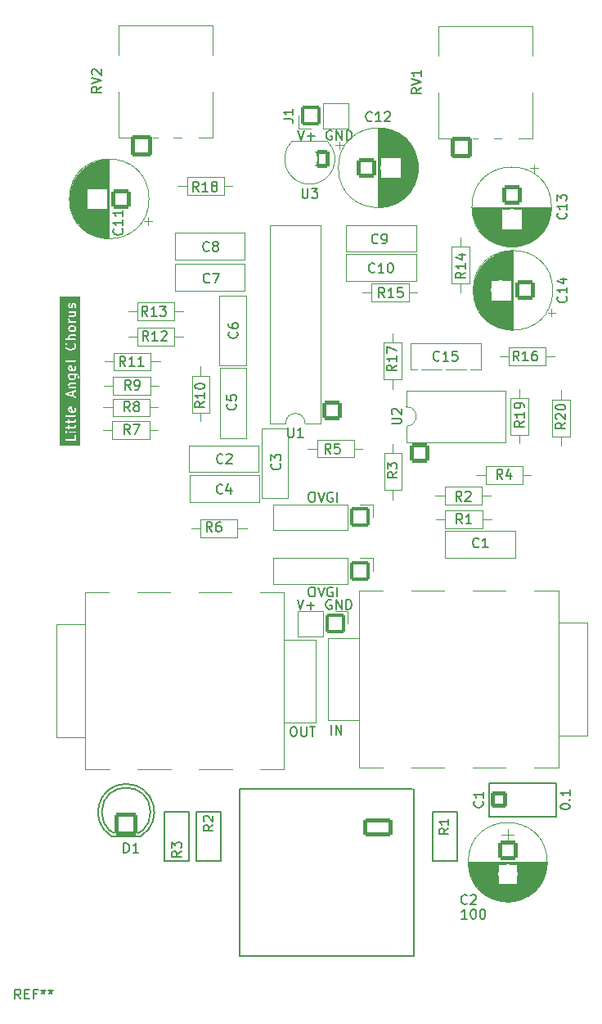
<source format=gbr>
%TF.GenerationSoftware,KiCad,Pcbnew,7.0.2-6a45011f42~172~ubuntu22.04.1*%
%TF.CreationDate,2023-05-16T10:12:08+01:00*%
%TF.ProjectId,little-angel-chorus,6c697474-6c65-42d6-916e-67656c2d6368,rev?*%
%TF.SameCoordinates,Original*%
%TF.FileFunction,Legend,Top*%
%TF.FilePolarity,Positive*%
%FSLAX46Y46*%
G04 Gerber Fmt 4.6, Leading zero omitted, Abs format (unit mm)*
G04 Created by KiCad (PCBNEW 7.0.2-6a45011f42~172~ubuntu22.04.1) date 2023-05-16 10:12:08*
%MOMM*%
%LPD*%
G01*
G04 APERTURE LIST*
G04 Aperture macros list*
%AMRoundRect*
0 Rectangle with rounded corners*
0 $1 Rounding radius*
0 $2 $3 $4 $5 $6 $7 $8 $9 X,Y pos of 4 corners*
0 Add a 4 corners polygon primitive as box body*
4,1,4,$2,$3,$4,$5,$6,$7,$8,$9,$2,$3,0*
0 Add four circle primitives for the rounded corners*
1,1,$1+$1,$2,$3*
1,1,$1+$1,$4,$5*
1,1,$1+$1,$6,$7*
1,1,$1+$1,$8,$9*
0 Add four rect primitives between the rounded corners*
20,1,$1+$1,$2,$3,$4,$5,0*
20,1,$1+$1,$4,$5,$6,$7,0*
20,1,$1+$1,$6,$7,$8,$9,0*
20,1,$1+$1,$8,$9,$2,$3,0*%
G04 Aperture macros list end*
%ADD10C,0.150000*%
%ADD11C,0.120000*%
%ADD12C,1.998980*%
%ADD13R,1.300000X1.300000*%
%ADD14C,1.300000*%
%ADD15R,2.600000X1.500000*%
%ADD16O,2.600000X1.500000*%
%ADD17R,2.000000X1.900000*%
%ADD18C,1.900000*%
%ADD19C,1.800000*%
%ADD20O,1.800000X1.800000*%
%ADD21RoundRect,0.200000X0.800000X0.800000X-0.800000X0.800000X-0.800000X-0.800000X0.800000X-0.800000X0*%
%ADD22C,2.000000*%
%ADD23C,3.400000*%
%ADD24RoundRect,0.200000X-0.850000X0.850000X-0.850000X-0.850000X0.850000X-0.850000X0.850000X0.850000X0*%
%ADD25O,2.100000X2.100000*%
%ADD26RoundRect,0.200000X-0.800000X0.800000X-0.800000X-0.800000X0.800000X-0.800000X0.800000X0.800000X0*%
%ADD27C,2.398980*%
%ADD28RoundRect,0.200000X-0.650000X-0.650000X0.650000X-0.650000X0.650000X0.650000X-0.650000X0.650000X0*%
%ADD29C,1.700000*%
%ADD30RoundRect,0.200000X0.800000X-0.800000X0.800000X0.800000X-0.800000X0.800000X-0.800000X-0.800000X0*%
%ADD31O,2.000000X2.000000*%
%ADD32RoundRect,0.200000X-0.800000X-0.800000X0.800000X-0.800000X0.800000X0.800000X-0.800000X0.800000X0*%
%ADD33O,3.120000X3.640000*%
%ADD34RoundRect,0.200000X0.900000X0.900000X-0.900000X0.900000X-0.900000X-0.900000X0.900000X-0.900000X0*%
%ADD35C,2.200000*%
%ADD36RoundRect,0.200000X1.300000X0.750000X-1.300000X0.750000X-1.300000X-0.750000X1.300000X-0.750000X0*%
%ADD37O,3.000000X1.900000*%
%ADD38RoundRect,0.200000X0.850000X-0.850000X0.850000X0.850000X-0.850000X0.850000X-0.850000X-0.850000X0*%
%ADD39RoundRect,0.200000X0.525000X0.750000X-0.525000X0.750000X-0.525000X-0.750000X0.525000X-0.750000X0*%
%ADD40O,1.450000X1.900000*%
%ADD41RoundRect,0.200000X1.000000X0.950000X-1.000000X0.950000X-1.000000X-0.950000X1.000000X-0.950000X0*%
%ADD42C,2.300000*%
G04 APERTURE END LIST*
D10*
G36*
X121032800Y-87162141D02*
G01*
X120951515Y-87162141D01*
X120894472Y-87133619D01*
X120865952Y-87076579D01*
X120865952Y-86921514D01*
X120894473Y-86864471D01*
X120951513Y-86835951D01*
X120967562Y-86835951D01*
X121032800Y-87162141D01*
G37*
G36*
X121096904Y-85514036D02*
G01*
X120694789Y-85379997D01*
X121096904Y-85245960D01*
X121096904Y-85514036D01*
G37*
G36*
X121382619Y-83492940D02*
G01*
X121382619Y-83648006D01*
X121348360Y-83716523D01*
X121317951Y-83746931D01*
X121249437Y-83781188D01*
X120999134Y-83781188D01*
X120930616Y-83746929D01*
X120900209Y-83716522D01*
X120865952Y-83648007D01*
X120865952Y-83492941D01*
X120884924Y-83454998D01*
X121363647Y-83454998D01*
X121382619Y-83492940D01*
G37*
G36*
X121032800Y-82876426D02*
G01*
X120951515Y-82876426D01*
X120894472Y-82847904D01*
X120865952Y-82790864D01*
X120865952Y-82635799D01*
X120894473Y-82578756D01*
X120951513Y-82550236D01*
X120967562Y-82550236D01*
X121032800Y-82876426D01*
G37*
G36*
X121317954Y-78489256D02*
G01*
X121348360Y-78519660D01*
X121382619Y-78588177D01*
X121382619Y-78695624D01*
X121348360Y-78764141D01*
X121317951Y-78794549D01*
X121249437Y-78828806D01*
X120999134Y-78828806D01*
X120930616Y-78794547D01*
X120900209Y-78764140D01*
X120865952Y-78695625D01*
X120865952Y-78588178D01*
X120900211Y-78519660D01*
X120930616Y-78489255D01*
X120999132Y-78454997D01*
X121249436Y-78454997D01*
X121317954Y-78489256D01*
G37*
G36*
X121947857Y-90747857D02*
G01*
X119837143Y-90747857D01*
X119837143Y-90153028D01*
X120380249Y-90153028D01*
X120398545Y-90193092D01*
X120435597Y-90216904D01*
X121452259Y-90216904D01*
X121468743Y-90219274D01*
X121483895Y-90212354D01*
X121499879Y-90207661D01*
X121503615Y-90203348D01*
X121508807Y-90200978D01*
X121517814Y-90186961D01*
X121528721Y-90174375D01*
X121529532Y-90168728D01*
X121532619Y-90163926D01*
X121532619Y-90147263D01*
X121534989Y-90130780D01*
X121532619Y-90125590D01*
X121532619Y-89654932D01*
X121523376Y-89623454D01*
X121490090Y-89594612D01*
X121446495Y-89588344D01*
X121406431Y-89606640D01*
X121382619Y-89643692D01*
X121382619Y-90066904D01*
X120446837Y-90066904D01*
X120415359Y-90076147D01*
X120386517Y-90109433D01*
X120380249Y-90153028D01*
X119837143Y-90153028D01*
X119837143Y-89326804D01*
X120379652Y-89326804D01*
X120381457Y-89335101D01*
X120380249Y-89343504D01*
X120383776Y-89351227D01*
X120384382Y-89359696D01*
X120387800Y-89364262D01*
X120389014Y-89369841D01*
X120395018Y-89375845D01*
X120398545Y-89383568D01*
X120405688Y-89388158D01*
X120410776Y-89394955D01*
X120416121Y-89396948D01*
X120448415Y-89429242D01*
X120458395Y-89442574D01*
X120474004Y-89448396D01*
X120488623Y-89456378D01*
X120494313Y-89455971D01*
X120499662Y-89457966D01*
X120515945Y-89454423D01*
X120532554Y-89453236D01*
X120537120Y-89449817D01*
X120542699Y-89448604D01*
X120554482Y-89436820D01*
X120567812Y-89426842D01*
X120569805Y-89421497D01*
X120592354Y-89398948D01*
X120595117Y-89398137D01*
X120604259Y-89387586D01*
X120615431Y-89379223D01*
X120618397Y-89371268D01*
X120623959Y-89364851D01*
X120625167Y-89356446D01*
X120629236Y-89348995D01*
X120628842Y-89343504D01*
X120713582Y-89343504D01*
X120731878Y-89383568D01*
X120768930Y-89407380D01*
X121468401Y-89407380D01*
X121499879Y-89398137D01*
X121528721Y-89364851D01*
X121534989Y-89321256D01*
X121516693Y-89281192D01*
X121479641Y-89257380D01*
X120780170Y-89257380D01*
X120748692Y-89266623D01*
X120719850Y-89299909D01*
X120713582Y-89343504D01*
X120628842Y-89343504D01*
X120628828Y-89343304D01*
X120630824Y-89337956D01*
X120629018Y-89329658D01*
X120630227Y-89321256D01*
X120626699Y-89313531D01*
X120626094Y-89305064D01*
X120622675Y-89300497D01*
X120621462Y-89294919D01*
X120615457Y-89288914D01*
X120611931Y-89281192D01*
X120604786Y-89276600D01*
X120599700Y-89269806D01*
X120594355Y-89267812D01*
X120562059Y-89235516D01*
X120552081Y-89222187D01*
X120536477Y-89216366D01*
X120521853Y-89208381D01*
X120516160Y-89208788D01*
X120510814Y-89206794D01*
X120494533Y-89210335D01*
X120477922Y-89211524D01*
X120473355Y-89214942D01*
X120467777Y-89216156D01*
X120455994Y-89227938D01*
X120442663Y-89237918D01*
X120440669Y-89243263D01*
X120418121Y-89265811D01*
X120415359Y-89266623D01*
X120406218Y-89277172D01*
X120395044Y-89285537D01*
X120392076Y-89293492D01*
X120386517Y-89299909D01*
X120385308Y-89308311D01*
X120381239Y-89315765D01*
X120381646Y-89321457D01*
X120379652Y-89326804D01*
X119837143Y-89326804D01*
X119837143Y-88867314D01*
X120380249Y-88867314D01*
X120398545Y-88907378D01*
X120435597Y-88931190D01*
X120715952Y-88931190D01*
X120715952Y-89009829D01*
X120725195Y-89041307D01*
X120758481Y-89070149D01*
X120802076Y-89076417D01*
X120842140Y-89058121D01*
X120865952Y-89021069D01*
X120865952Y-88931190D01*
X121310720Y-88931190D01*
X121328605Y-88933121D01*
X121342318Y-88926264D01*
X121357021Y-88921947D01*
X121361659Y-88916593D01*
X121426451Y-88884197D01*
X121429365Y-88884300D01*
X121445969Y-88874438D01*
X121453184Y-88870831D01*
X121455198Y-88868956D01*
X121467234Y-88861809D01*
X121471016Y-88854244D01*
X121477206Y-88848487D01*
X121480671Y-88834933D01*
X121522897Y-88750481D01*
X121532619Y-88735355D01*
X121532619Y-88720025D01*
X121535333Y-88704942D01*
X121532619Y-88698398D01*
X121532619Y-88607313D01*
X121523376Y-88575835D01*
X121490090Y-88546993D01*
X121446495Y-88540725D01*
X121406431Y-88559021D01*
X121382619Y-88596073D01*
X121382619Y-88695627D01*
X121354098Y-88752668D01*
X121297057Y-88781190D01*
X120865952Y-88781190D01*
X120865952Y-88607313D01*
X120856709Y-88575835D01*
X120823423Y-88546993D01*
X120779828Y-88540725D01*
X120739764Y-88559021D01*
X120715952Y-88596073D01*
X120715952Y-88781190D01*
X120446837Y-88781190D01*
X120415359Y-88790433D01*
X120386517Y-88823719D01*
X120380249Y-88867314D01*
X119837143Y-88867314D01*
X119837143Y-88295885D01*
X120380249Y-88295885D01*
X120398545Y-88335949D01*
X120435597Y-88359761D01*
X120715952Y-88359761D01*
X120715952Y-88438400D01*
X120725195Y-88469878D01*
X120758481Y-88498720D01*
X120802076Y-88504988D01*
X120842140Y-88486692D01*
X120865952Y-88449640D01*
X120865952Y-88359761D01*
X121310720Y-88359761D01*
X121328605Y-88361692D01*
X121342318Y-88354835D01*
X121357021Y-88350518D01*
X121361659Y-88345164D01*
X121426451Y-88312768D01*
X121429365Y-88312871D01*
X121445969Y-88303009D01*
X121453184Y-88299402D01*
X121455198Y-88297527D01*
X121467234Y-88290380D01*
X121471016Y-88282815D01*
X121477206Y-88277058D01*
X121480671Y-88263504D01*
X121522897Y-88179052D01*
X121532619Y-88163926D01*
X121532619Y-88148596D01*
X121535333Y-88133513D01*
X121532619Y-88126969D01*
X121532619Y-88035884D01*
X121523376Y-88004406D01*
X121490090Y-87975564D01*
X121446495Y-87969296D01*
X121406431Y-87987592D01*
X121382619Y-88024644D01*
X121382619Y-88124198D01*
X121354098Y-88181239D01*
X121297057Y-88209761D01*
X120865952Y-88209761D01*
X120865952Y-88035884D01*
X120856709Y-88004406D01*
X120823423Y-87975564D01*
X120779828Y-87969296D01*
X120739764Y-87987592D01*
X120715952Y-88024644D01*
X120715952Y-88209761D01*
X120446837Y-88209761D01*
X120415359Y-88219004D01*
X120386517Y-88252290D01*
X120380249Y-88295885D01*
X119837143Y-88295885D01*
X119837143Y-87724456D01*
X120380249Y-87724456D01*
X120398545Y-87764520D01*
X120435597Y-87788332D01*
X121310720Y-87788332D01*
X121328605Y-87790263D01*
X121342318Y-87783406D01*
X121357021Y-87779089D01*
X121361659Y-87773735D01*
X121426451Y-87741339D01*
X121429365Y-87741442D01*
X121445969Y-87731580D01*
X121453184Y-87727973D01*
X121455198Y-87726098D01*
X121467234Y-87718951D01*
X121471016Y-87711386D01*
X121477206Y-87705629D01*
X121480671Y-87692075D01*
X121529523Y-87594373D01*
X121535333Y-87562084D01*
X121518460Y-87521401D01*
X121482270Y-87496299D01*
X121438254Y-87494746D01*
X121400385Y-87517237D01*
X121354098Y-87609810D01*
X121297057Y-87638332D01*
X120446837Y-87638332D01*
X120415359Y-87647575D01*
X120386517Y-87680861D01*
X120380249Y-87724456D01*
X119837143Y-87724456D01*
X119837143Y-86912199D01*
X120713238Y-86912199D01*
X120715952Y-86918742D01*
X120715952Y-87090243D01*
X120714021Y-87108128D01*
X120720877Y-87121841D01*
X120725195Y-87136544D01*
X120730548Y-87141182D01*
X120762944Y-87205973D01*
X120762842Y-87208887D01*
X120772703Y-87225491D01*
X120776311Y-87232706D01*
X120778185Y-87234720D01*
X120785333Y-87246756D01*
X120792897Y-87250538D01*
X120798655Y-87256728D01*
X120812208Y-87260193D01*
X120896660Y-87302419D01*
X120911787Y-87312141D01*
X120927117Y-87312141D01*
X120942200Y-87314855D01*
X120948744Y-87312141D01*
X121104472Y-87312141D01*
X121106389Y-87313230D01*
X121126319Y-87312141D01*
X121310720Y-87312141D01*
X121328605Y-87314072D01*
X121342318Y-87307215D01*
X121357021Y-87302898D01*
X121361659Y-87297544D01*
X121426451Y-87265148D01*
X121429365Y-87265251D01*
X121445969Y-87255389D01*
X121453184Y-87251782D01*
X121455198Y-87249907D01*
X121467234Y-87242760D01*
X121471016Y-87235195D01*
X121477206Y-87229438D01*
X121480671Y-87215884D01*
X121522897Y-87131432D01*
X121532619Y-87116306D01*
X121532619Y-87100976D01*
X121535333Y-87085893D01*
X121532619Y-87079349D01*
X121532619Y-86907838D01*
X121534549Y-86889964D01*
X121527694Y-86876254D01*
X121523376Y-86861548D01*
X121518021Y-86856908D01*
X121472260Y-86765385D01*
X121449916Y-86741364D01*
X121407245Y-86730453D01*
X121365449Y-86744343D01*
X121337797Y-86778625D01*
X121333069Y-86822414D01*
X121382619Y-86921512D01*
X121382619Y-87076578D01*
X121354098Y-87133619D01*
X121297057Y-87162141D01*
X121185770Y-87162141D01*
X121105116Y-86758872D01*
X121106417Y-86749827D01*
X121100884Y-86737711D01*
X121100476Y-86735670D01*
X121096420Y-86727936D01*
X121088121Y-86709763D01*
X121086263Y-86708569D01*
X121085239Y-86706616D01*
X121067885Y-86696758D01*
X121051069Y-86685951D01*
X121048860Y-86685951D01*
X121046943Y-86684862D01*
X121027013Y-86685951D01*
X120937840Y-86685951D01*
X120919965Y-86684021D01*
X120906255Y-86690875D01*
X120891549Y-86695194D01*
X120886909Y-86700548D01*
X120822118Y-86732943D01*
X120819206Y-86732841D01*
X120802605Y-86742700D01*
X120795386Y-86746310D01*
X120793369Y-86748185D01*
X120781337Y-86755332D01*
X120777554Y-86762896D01*
X120771365Y-86768654D01*
X120767899Y-86782207D01*
X120725675Y-86866656D01*
X120715952Y-86881786D01*
X120715952Y-86897116D01*
X120713238Y-86912199D01*
X119837143Y-86912199D01*
X119837143Y-85371678D01*
X120379897Y-85371678D01*
X120383334Y-85390679D01*
X120385389Y-85409878D01*
X120387218Y-85412149D01*
X120387737Y-85415018D01*
X120400897Y-85429140D01*
X120413010Y-85444185D01*
X120415776Y-85445107D01*
X120417764Y-85447240D01*
X120436475Y-85452006D01*
X121134052Y-85684532D01*
X121139433Y-85689195D01*
X121154567Y-85691370D01*
X121444130Y-85787892D01*
X121476916Y-85789077D01*
X121514804Y-85766620D01*
X121534536Y-85727244D01*
X121529848Y-85683450D01*
X121502228Y-85649144D01*
X121246904Y-85564036D01*
X121246904Y-85195960D01*
X121491564Y-85114407D01*
X121518504Y-85095684D01*
X121535340Y-85054985D01*
X121527500Y-85011645D01*
X121497474Y-84979423D01*
X121454793Y-84968550D01*
X121165016Y-85065142D01*
X121160780Y-85064533D01*
X121144392Y-85072016D01*
X120446769Y-85304557D01*
X120438322Y-85304252D01*
X120426289Y-85311383D01*
X120423673Y-85312256D01*
X120417035Y-85316868D01*
X120400434Y-85326709D01*
X120399128Y-85329314D01*
X120396733Y-85330979D01*
X120389347Y-85348832D01*
X120380702Y-85366085D01*
X120381012Y-85368982D01*
X120379897Y-85371678D01*
X119837143Y-85371678D01*
X119837143Y-84436008D01*
X120713238Y-84436008D01*
X120715952Y-84442551D01*
X120715952Y-84566433D01*
X120714021Y-84584318D01*
X120720877Y-84598031D01*
X120725195Y-84612734D01*
X120730548Y-84617372D01*
X120746762Y-84649800D01*
X120719850Y-84680860D01*
X120713582Y-84724455D01*
X120731878Y-84764519D01*
X120768930Y-84788331D01*
X120867049Y-84788331D01*
X120869575Y-84789710D01*
X120888856Y-84788331D01*
X121468401Y-84788331D01*
X121499879Y-84779088D01*
X121528721Y-84745802D01*
X121534989Y-84702207D01*
X121516693Y-84662143D01*
X121479641Y-84638331D01*
X120917256Y-84638331D01*
X120900209Y-84621284D01*
X120865952Y-84552769D01*
X120865952Y-84445323D01*
X120894473Y-84388280D01*
X120951513Y-84359760D01*
X121468401Y-84359760D01*
X121499879Y-84350517D01*
X121528721Y-84317231D01*
X121534989Y-84273636D01*
X121516693Y-84233572D01*
X121479641Y-84209760D01*
X120937840Y-84209760D01*
X120919965Y-84207830D01*
X120906255Y-84214684D01*
X120891549Y-84219003D01*
X120886909Y-84224357D01*
X120822118Y-84256752D01*
X120819206Y-84256650D01*
X120802605Y-84266509D01*
X120795386Y-84270119D01*
X120793369Y-84271994D01*
X120781337Y-84279141D01*
X120777554Y-84286705D01*
X120771365Y-84292463D01*
X120767899Y-84306016D01*
X120725675Y-84390465D01*
X120715952Y-84405595D01*
X120715952Y-84420925D01*
X120713238Y-84436008D01*
X119837143Y-84436008D01*
X119837143Y-83483627D01*
X120713238Y-83483627D01*
X120715952Y-83490170D01*
X120715952Y-83661671D01*
X120714021Y-83679556D01*
X120720877Y-83693269D01*
X120725195Y-83707972D01*
X120730548Y-83712610D01*
X120767283Y-83786079D01*
X120769966Y-83798411D01*
X120784593Y-83813038D01*
X120798655Y-83828156D01*
X120800073Y-83828518D01*
X120826508Y-83854953D01*
X120832952Y-83865803D01*
X120851461Y-83875057D01*
X120869575Y-83884948D01*
X120871033Y-83884843D01*
X120944279Y-83921466D01*
X120959406Y-83931188D01*
X120974736Y-83931188D01*
X120989819Y-83933902D01*
X120996363Y-83931188D01*
X121263102Y-83931188D01*
X121280986Y-83933119D01*
X121294699Y-83926262D01*
X121309402Y-83921945D01*
X121314040Y-83916591D01*
X121387509Y-83879856D01*
X121399840Y-83877174D01*
X121414460Y-83862554D01*
X121429586Y-83848485D01*
X121429948Y-83847066D01*
X121456383Y-83820632D01*
X121467234Y-83814188D01*
X121476489Y-83795676D01*
X121486379Y-83777566D01*
X121486274Y-83776106D01*
X121522897Y-83702860D01*
X121532619Y-83687734D01*
X121532619Y-83672404D01*
X121535333Y-83657321D01*
X121532619Y-83650777D01*
X121532619Y-83479266D01*
X121534549Y-83461392D01*
X121531352Y-83454998D01*
X121582770Y-83454998D01*
X121651287Y-83489257D01*
X121681693Y-83519662D01*
X121715951Y-83588178D01*
X121715952Y-83695625D01*
X121671429Y-83784672D01*
X121665619Y-83816960D01*
X121682492Y-83857643D01*
X121718682Y-83882746D01*
X121762698Y-83884298D01*
X121800567Y-83861807D01*
X121856230Y-83750479D01*
X121865952Y-83735353D01*
X121865952Y-83720023D01*
X121868666Y-83704940D01*
X121865952Y-83698396D01*
X121865952Y-83574504D01*
X121867882Y-83556630D01*
X121861027Y-83542920D01*
X121856709Y-83528214D01*
X121851354Y-83523574D01*
X121814620Y-83450105D01*
X121811938Y-83437775D01*
X121797318Y-83423155D01*
X121783249Y-83408030D01*
X121781830Y-83407667D01*
X121755395Y-83381232D01*
X121748952Y-83370383D01*
X121730451Y-83361132D01*
X121712329Y-83351237D01*
X121710868Y-83351341D01*
X121637627Y-83314721D01*
X121622498Y-83304998D01*
X121607168Y-83304998D01*
X121592085Y-83302284D01*
X121585541Y-83304998D01*
X121419435Y-83304998D01*
X121407245Y-83301881D01*
X121397866Y-83304998D01*
X120839868Y-83304998D01*
X120819206Y-83304269D01*
X120817979Y-83304998D01*
X120780170Y-83304998D01*
X120748692Y-83314241D01*
X120719850Y-83347527D01*
X120713582Y-83391122D01*
X120730563Y-83428307D01*
X120725675Y-83438084D01*
X120715952Y-83453214D01*
X120715952Y-83468544D01*
X120713238Y-83483627D01*
X119837143Y-83483627D01*
X119837143Y-82626484D01*
X120713238Y-82626484D01*
X120715952Y-82633027D01*
X120715952Y-82804528D01*
X120714021Y-82822413D01*
X120720877Y-82836126D01*
X120725195Y-82850829D01*
X120730548Y-82855467D01*
X120762944Y-82920258D01*
X120762842Y-82923172D01*
X120772703Y-82939776D01*
X120776311Y-82946991D01*
X120778185Y-82949005D01*
X120785333Y-82961041D01*
X120792897Y-82964823D01*
X120798655Y-82971013D01*
X120812208Y-82974478D01*
X120896660Y-83016704D01*
X120911787Y-83026426D01*
X120927117Y-83026426D01*
X120942200Y-83029140D01*
X120948744Y-83026426D01*
X121104472Y-83026426D01*
X121106389Y-83027515D01*
X121126319Y-83026426D01*
X121310720Y-83026426D01*
X121328605Y-83028357D01*
X121342318Y-83021500D01*
X121357021Y-83017183D01*
X121361659Y-83011829D01*
X121426451Y-82979433D01*
X121429365Y-82979536D01*
X121445969Y-82969674D01*
X121453184Y-82966067D01*
X121455198Y-82964192D01*
X121467234Y-82957045D01*
X121471016Y-82949480D01*
X121477206Y-82943723D01*
X121480671Y-82930169D01*
X121522897Y-82845717D01*
X121532619Y-82830591D01*
X121532619Y-82815261D01*
X121535333Y-82800178D01*
X121532619Y-82793634D01*
X121532619Y-82622123D01*
X121534549Y-82604249D01*
X121527694Y-82590539D01*
X121523376Y-82575833D01*
X121518021Y-82571193D01*
X121472260Y-82479670D01*
X121449916Y-82455649D01*
X121407245Y-82444738D01*
X121365449Y-82458628D01*
X121337797Y-82492910D01*
X121333069Y-82536699D01*
X121382619Y-82635797D01*
X121382619Y-82790863D01*
X121354098Y-82847904D01*
X121297057Y-82876426D01*
X121185770Y-82876426D01*
X121105116Y-82473157D01*
X121106417Y-82464112D01*
X121100884Y-82451996D01*
X121100476Y-82449955D01*
X121096420Y-82442221D01*
X121088121Y-82424048D01*
X121086263Y-82422854D01*
X121085239Y-82420901D01*
X121067885Y-82411043D01*
X121051069Y-82400236D01*
X121048860Y-82400236D01*
X121046943Y-82399147D01*
X121027013Y-82400236D01*
X120937840Y-82400236D01*
X120919965Y-82398306D01*
X120906255Y-82405160D01*
X120891549Y-82409479D01*
X120886909Y-82414833D01*
X120822118Y-82447228D01*
X120819206Y-82447126D01*
X120802605Y-82456985D01*
X120795386Y-82460595D01*
X120793369Y-82462470D01*
X120781337Y-82469617D01*
X120777554Y-82477181D01*
X120771365Y-82482939D01*
X120767899Y-82496492D01*
X120725675Y-82580941D01*
X120715952Y-82596071D01*
X120715952Y-82611401D01*
X120713238Y-82626484D01*
X119837143Y-82626484D01*
X119837143Y-82057788D01*
X120380249Y-82057788D01*
X120398545Y-82097852D01*
X120435597Y-82121664D01*
X121310720Y-82121664D01*
X121328605Y-82123595D01*
X121342318Y-82116738D01*
X121357021Y-82112421D01*
X121361659Y-82107067D01*
X121426451Y-82074671D01*
X121429365Y-82074774D01*
X121445969Y-82064912D01*
X121453184Y-82061305D01*
X121455198Y-82059430D01*
X121467234Y-82052283D01*
X121471016Y-82044718D01*
X121477206Y-82038961D01*
X121480671Y-82025407D01*
X121529523Y-81927705D01*
X121535333Y-81895416D01*
X121518460Y-81854733D01*
X121482270Y-81829631D01*
X121438254Y-81828078D01*
X121400385Y-81850569D01*
X121354098Y-81943142D01*
X121297057Y-81971664D01*
X120446837Y-81971664D01*
X120415359Y-81980907D01*
X120386517Y-82014193D01*
X120380249Y-82057788D01*
X119837143Y-82057788D01*
X119837143Y-80478060D01*
X120379504Y-80478060D01*
X120386041Y-80497672D01*
X120391862Y-80517495D01*
X120392968Y-80518453D01*
X120432810Y-80637979D01*
X120436633Y-80655553D01*
X120447473Y-80666393D01*
X120456219Y-80678977D01*
X120462764Y-80681684D01*
X120540794Y-80759714D01*
X120547238Y-80770564D01*
X120565739Y-80779814D01*
X120583861Y-80789710D01*
X120585321Y-80789605D01*
X120650224Y-80822057D01*
X120656159Y-80828369D01*
X120669536Y-80831713D01*
X120671816Y-80832853D01*
X120679948Y-80834316D01*
X120856026Y-80878335D01*
X120864168Y-80883568D01*
X120876956Y-80883568D01*
X120878460Y-80883944D01*
X120887706Y-80883568D01*
X121016704Y-80883568D01*
X121025873Y-80886670D01*
X121038281Y-80883568D01*
X121039829Y-80883568D01*
X121048698Y-80880963D01*
X121224753Y-80836949D01*
X121233367Y-80837880D01*
X121245700Y-80831713D01*
X121248173Y-80831095D01*
X121255300Y-80826912D01*
X121339890Y-80784617D01*
X121352222Y-80781935D01*
X121366851Y-80767305D01*
X121381967Y-80753246D01*
X121382329Y-80751827D01*
X121460178Y-80673979D01*
X121474187Y-80662701D01*
X121479034Y-80648159D01*
X121486380Y-80634707D01*
X121485874Y-80627638D01*
X121525797Y-80507871D01*
X121532619Y-80497257D01*
X121532619Y-80476577D01*
X121533365Y-80455938D01*
X121532618Y-80454679D01*
X121532619Y-80389398D01*
X121535734Y-80377171D01*
X121529194Y-80357551D01*
X121523376Y-80337737D01*
X121522269Y-80336778D01*
X121482426Y-80217246D01*
X121478604Y-80199678D01*
X121467766Y-80188840D01*
X121459019Y-80176254D01*
X121452470Y-80173545D01*
X121407788Y-80128863D01*
X121378994Y-80113141D01*
X121335063Y-80116284D01*
X121299805Y-80142679D01*
X121284413Y-80183946D01*
X121293775Y-80226983D01*
X121344447Y-80277653D01*
X121382619Y-80392167D01*
X121382619Y-80463064D01*
X121344447Y-80577579D01*
X121270333Y-80651691D01*
X121193347Y-80690184D01*
X121019813Y-80733568D01*
X120895424Y-80733568D01*
X120721891Y-80690184D01*
X120644902Y-80651690D01*
X120570790Y-80577578D01*
X120532619Y-80463063D01*
X120532618Y-80392167D01*
X120570790Y-80277653D01*
X120613514Y-80234930D01*
X120629236Y-80206136D01*
X120626094Y-80162205D01*
X120599700Y-80126947D01*
X120558433Y-80111554D01*
X120515396Y-80120916D01*
X120455058Y-80181253D01*
X120441051Y-80192531D01*
X120436203Y-80207072D01*
X120428858Y-80220525D01*
X120429363Y-80227592D01*
X120389441Y-80347359D01*
X120382619Y-80357975D01*
X120382619Y-80378654D01*
X120381873Y-80399294D01*
X120382619Y-80400552D01*
X120382619Y-80465832D01*
X120379504Y-80478060D01*
X119837143Y-80478060D01*
X119837143Y-79772073D01*
X120380249Y-79772073D01*
X120398545Y-79812137D01*
X120435597Y-79835949D01*
X120867049Y-79835949D01*
X120869575Y-79837328D01*
X120888856Y-79835949D01*
X121468401Y-79835949D01*
X121499879Y-79826706D01*
X121528721Y-79793420D01*
X121534989Y-79749825D01*
X121516693Y-79709761D01*
X121479641Y-79685949D01*
X120917256Y-79685949D01*
X120900209Y-79668902D01*
X120865952Y-79600387D01*
X120865952Y-79492940D01*
X120894473Y-79435898D01*
X120951513Y-79407378D01*
X121468401Y-79407378D01*
X121499879Y-79398135D01*
X121528721Y-79364849D01*
X121534989Y-79321254D01*
X121516693Y-79281190D01*
X121479641Y-79257378D01*
X120937840Y-79257378D01*
X120919965Y-79255448D01*
X120906255Y-79262302D01*
X120891549Y-79266621D01*
X120886909Y-79271975D01*
X120822118Y-79304370D01*
X120819206Y-79304268D01*
X120802605Y-79314127D01*
X120795386Y-79317737D01*
X120793369Y-79319612D01*
X120781337Y-79326759D01*
X120777554Y-79334323D01*
X120771365Y-79340081D01*
X120767899Y-79353634D01*
X120725675Y-79438083D01*
X120715952Y-79453213D01*
X120715952Y-79468543D01*
X120713238Y-79483626D01*
X120715952Y-79490169D01*
X120715952Y-79614051D01*
X120714021Y-79631936D01*
X120720877Y-79645649D01*
X120725195Y-79660352D01*
X120730548Y-79664990D01*
X120741028Y-79685949D01*
X120446837Y-79685949D01*
X120415359Y-79695192D01*
X120386517Y-79728478D01*
X120380249Y-79772073D01*
X119837143Y-79772073D01*
X119837143Y-78578864D01*
X120713238Y-78578864D01*
X120715952Y-78585407D01*
X120715952Y-78709289D01*
X120714021Y-78727174D01*
X120720877Y-78740887D01*
X120725195Y-78755590D01*
X120730548Y-78760228D01*
X120767283Y-78833697D01*
X120769966Y-78846029D01*
X120784593Y-78860656D01*
X120798655Y-78875774D01*
X120800073Y-78876136D01*
X120826508Y-78902571D01*
X120832952Y-78913421D01*
X120851461Y-78922675D01*
X120869575Y-78932566D01*
X120871033Y-78932461D01*
X120944279Y-78969084D01*
X120959406Y-78978806D01*
X120974736Y-78978806D01*
X120989819Y-78981520D01*
X120996363Y-78978806D01*
X121263102Y-78978806D01*
X121280986Y-78980737D01*
X121294699Y-78973880D01*
X121309402Y-78969563D01*
X121314040Y-78964209D01*
X121387509Y-78927474D01*
X121399840Y-78924792D01*
X121414460Y-78910172D01*
X121429586Y-78896103D01*
X121429948Y-78894684D01*
X121456383Y-78868250D01*
X121467234Y-78861806D01*
X121476489Y-78843294D01*
X121486379Y-78825184D01*
X121486274Y-78823724D01*
X121522897Y-78750478D01*
X121532619Y-78735352D01*
X121532619Y-78720022D01*
X121535333Y-78704939D01*
X121532619Y-78698395D01*
X121532618Y-78574503D01*
X121534549Y-78556629D01*
X121527694Y-78542919D01*
X121523376Y-78528213D01*
X121518021Y-78523573D01*
X121481286Y-78450103D01*
X121478604Y-78437773D01*
X121463988Y-78423157D01*
X121449916Y-78408029D01*
X121448496Y-78407666D01*
X121422061Y-78381231D01*
X121415618Y-78370382D01*
X121397119Y-78361132D01*
X121378994Y-78351236D01*
X121377534Y-78351340D01*
X121304293Y-78314720D01*
X121289164Y-78304997D01*
X121273834Y-78304997D01*
X121258751Y-78302283D01*
X121252207Y-78304997D01*
X120985459Y-78304997D01*
X120967584Y-78303067D01*
X120953874Y-78309921D01*
X120939168Y-78314240D01*
X120934528Y-78319594D01*
X120861059Y-78356328D01*
X120848729Y-78359011D01*
X120834109Y-78373630D01*
X120818984Y-78387700D01*
X120818621Y-78389118D01*
X120792186Y-78415553D01*
X120781337Y-78421997D01*
X120772086Y-78440497D01*
X120762191Y-78458620D01*
X120762295Y-78460080D01*
X120725675Y-78533321D01*
X120715952Y-78548451D01*
X120715952Y-78563781D01*
X120713238Y-78578864D01*
X119837143Y-78578864D01*
X119837143Y-77962549D01*
X120713582Y-77962549D01*
X120731878Y-78002613D01*
X120768930Y-78026425D01*
X120974736Y-78026425D01*
X120989819Y-78029139D01*
X120996363Y-78026425D01*
X121468401Y-78026425D01*
X121499879Y-78017182D01*
X121528721Y-77983896D01*
X121534989Y-77940301D01*
X121516693Y-77900237D01*
X121479641Y-77876425D01*
X120999134Y-77876425D01*
X120930616Y-77842166D01*
X120900209Y-77811759D01*
X120865951Y-77743244D01*
X120865952Y-77654929D01*
X120856709Y-77623451D01*
X120823423Y-77594609D01*
X120779828Y-77588341D01*
X120739764Y-77606637D01*
X120715952Y-77643689D01*
X120715952Y-77756908D01*
X120714021Y-77774793D01*
X120720877Y-77788506D01*
X120725195Y-77803209D01*
X120730548Y-77807847D01*
X120766800Y-77880350D01*
X120748692Y-77885668D01*
X120719850Y-77918954D01*
X120713582Y-77962549D01*
X119837143Y-77962549D01*
X119837143Y-77343501D01*
X120713582Y-77343501D01*
X120731878Y-77383565D01*
X120768930Y-77407377D01*
X121310720Y-77407377D01*
X121328605Y-77409308D01*
X121342318Y-77402451D01*
X121357021Y-77398134D01*
X121361659Y-77392780D01*
X121426451Y-77360384D01*
X121429365Y-77360487D01*
X121445969Y-77350625D01*
X121453184Y-77347018D01*
X121455198Y-77345143D01*
X121467234Y-77337996D01*
X121471016Y-77330431D01*
X121477206Y-77324674D01*
X121480671Y-77311120D01*
X121522897Y-77226668D01*
X121532619Y-77211542D01*
X121532619Y-77196212D01*
X121535333Y-77181129D01*
X121532619Y-77174585D01*
X121532618Y-77050693D01*
X121534549Y-77032819D01*
X121527694Y-77019109D01*
X121523376Y-77004403D01*
X121518021Y-76999763D01*
X121501808Y-76967336D01*
X121528721Y-76936277D01*
X121534989Y-76892682D01*
X121516693Y-76852618D01*
X121479641Y-76828806D01*
X121381521Y-76828806D01*
X121378994Y-76827426D01*
X121359705Y-76828806D01*
X120780170Y-76828806D01*
X120748692Y-76838049D01*
X120719850Y-76871335D01*
X120713582Y-76914930D01*
X120731878Y-76954994D01*
X120768930Y-76978806D01*
X121331315Y-76978806D01*
X121348360Y-76995850D01*
X121382619Y-77064367D01*
X121382619Y-77171814D01*
X121354098Y-77228855D01*
X121297057Y-77257377D01*
X120780170Y-77257377D01*
X120748692Y-77266620D01*
X120719850Y-77299906D01*
X120713582Y-77343501D01*
X119837143Y-77343501D01*
X119837143Y-76197911D01*
X120713238Y-76197911D01*
X120715952Y-76204454D01*
X120715952Y-76328336D01*
X120714021Y-76346221D01*
X120720877Y-76359934D01*
X120725195Y-76374637D01*
X120730548Y-76379275D01*
X120762944Y-76444066D01*
X120762842Y-76446980D01*
X120772703Y-76463584D01*
X120776311Y-76470799D01*
X120778185Y-76472813D01*
X120785333Y-76484849D01*
X120792897Y-76488631D01*
X120798655Y-76494821D01*
X120812208Y-76498286D01*
X120896660Y-76540512D01*
X120911787Y-76550234D01*
X120927117Y-76550234D01*
X120942200Y-76552948D01*
X120948744Y-76550234D01*
X120977388Y-76550234D01*
X120995272Y-76552165D01*
X121008985Y-76545308D01*
X121023688Y-76540991D01*
X121028326Y-76535637D01*
X121093117Y-76503241D01*
X121096031Y-76503344D01*
X121112635Y-76493482D01*
X121119850Y-76489875D01*
X121121864Y-76488000D01*
X121133900Y-76480853D01*
X121137682Y-76473288D01*
X121143872Y-76467531D01*
X121147337Y-76453977D01*
X121189563Y-76369525D01*
X121199285Y-76354399D01*
X121199285Y-76339069D01*
X121201999Y-76323986D01*
X121199285Y-76317442D01*
X121199285Y-76207226D01*
X121227806Y-76150183D01*
X121284846Y-76121663D01*
X121297056Y-76121663D01*
X121354098Y-76150183D01*
X121382619Y-76207224D01*
X121382619Y-76362290D01*
X121338096Y-76451337D01*
X121332286Y-76483625D01*
X121349159Y-76524308D01*
X121385349Y-76549411D01*
X121429365Y-76550963D01*
X121467234Y-76528472D01*
X121522897Y-76417144D01*
X121532619Y-76402018D01*
X121532619Y-76386688D01*
X121535333Y-76371605D01*
X121532619Y-76365061D01*
X121532619Y-76193550D01*
X121534549Y-76175676D01*
X121527694Y-76161966D01*
X121523376Y-76147260D01*
X121518021Y-76142620D01*
X121485626Y-76077829D01*
X121485729Y-76074916D01*
X121475868Y-76058313D01*
X121472260Y-76051097D01*
X121470384Y-76049081D01*
X121463238Y-76037048D01*
X121455673Y-76033265D01*
X121449916Y-76027076D01*
X121436362Y-76023610D01*
X121351912Y-75981385D01*
X121336783Y-75971663D01*
X121321453Y-75971663D01*
X121306370Y-75968949D01*
X121299826Y-75971663D01*
X121271173Y-75971663D01*
X121253298Y-75969733D01*
X121239588Y-75976587D01*
X121224882Y-75980906D01*
X121220242Y-75986260D01*
X121155451Y-76018655D01*
X121152539Y-76018553D01*
X121135938Y-76028412D01*
X121128719Y-76032022D01*
X121126702Y-76033897D01*
X121114670Y-76041044D01*
X121110887Y-76048608D01*
X121104698Y-76054366D01*
X121101232Y-76067919D01*
X121059008Y-76152368D01*
X121049285Y-76167498D01*
X121049285Y-76182828D01*
X121046571Y-76197911D01*
X121049285Y-76204454D01*
X121049285Y-76314671D01*
X121020763Y-76371713D01*
X120963723Y-76400234D01*
X120951515Y-76400234D01*
X120894472Y-76371712D01*
X120865952Y-76314672D01*
X120865952Y-76207226D01*
X120910475Y-76118180D01*
X120916285Y-76085891D01*
X120899412Y-76045208D01*
X120863222Y-76020106D01*
X120819206Y-76018553D01*
X120781337Y-76041044D01*
X120725675Y-76152368D01*
X120715952Y-76167498D01*
X120715952Y-76182828D01*
X120713238Y-76197911D01*
X119837143Y-76197911D01*
X119837143Y-75313330D01*
X121947857Y-75313330D01*
X121947857Y-90747857D01*
G37*
%TO.C,R15*%
X153453330Y-75408807D02*
X153119997Y-74932616D01*
X152881902Y-75408807D02*
X152881902Y-74408807D01*
X152881902Y-74408807D02*
X153262854Y-74408807D01*
X153262854Y-74408807D02*
X153358092Y-74456426D01*
X153358092Y-74456426D02*
X153405711Y-74504045D01*
X153405711Y-74504045D02*
X153453330Y-74599283D01*
X153453330Y-74599283D02*
X153453330Y-74742140D01*
X153453330Y-74742140D02*
X153405711Y-74837378D01*
X153405711Y-74837378D02*
X153358092Y-74884997D01*
X153358092Y-74884997D02*
X153262854Y-74932616D01*
X153262854Y-74932616D02*
X152881902Y-74932616D01*
X154405711Y-75408807D02*
X153834283Y-75408807D01*
X154119997Y-75408807D02*
X154119997Y-74408807D01*
X154119997Y-74408807D02*
X154024759Y-74551664D01*
X154024759Y-74551664D02*
X153929521Y-74646902D01*
X153929521Y-74646902D02*
X153834283Y-74694521D01*
X155310473Y-74408807D02*
X154834283Y-74408807D01*
X154834283Y-74408807D02*
X154786664Y-74884997D01*
X154786664Y-74884997D02*
X154834283Y-74837378D01*
X154834283Y-74837378D02*
X154929521Y-74789759D01*
X154929521Y-74789759D02*
X155167616Y-74789759D01*
X155167616Y-74789759D02*
X155262854Y-74837378D01*
X155262854Y-74837378D02*
X155310473Y-74884997D01*
X155310473Y-74884997D02*
X155358092Y-74980235D01*
X155358092Y-74980235D02*
X155358092Y-75218330D01*
X155358092Y-75218330D02*
X155310473Y-75313568D01*
X155310473Y-75313568D02*
X155262854Y-75361188D01*
X155262854Y-75361188D02*
X155167616Y-75408807D01*
X155167616Y-75408807D02*
X154929521Y-75408807D01*
X154929521Y-75408807D02*
X154834283Y-75361188D01*
X154834283Y-75361188D02*
X154786664Y-75313568D01*
%TO.C,R16*%
X167367142Y-81962619D02*
X167033809Y-81486428D01*
X166795714Y-81962619D02*
X166795714Y-80962619D01*
X166795714Y-80962619D02*
X167176666Y-80962619D01*
X167176666Y-80962619D02*
X167271904Y-81010238D01*
X167271904Y-81010238D02*
X167319523Y-81057857D01*
X167319523Y-81057857D02*
X167367142Y-81153095D01*
X167367142Y-81153095D02*
X167367142Y-81295952D01*
X167367142Y-81295952D02*
X167319523Y-81391190D01*
X167319523Y-81391190D02*
X167271904Y-81438809D01*
X167271904Y-81438809D02*
X167176666Y-81486428D01*
X167176666Y-81486428D02*
X166795714Y-81486428D01*
X168319523Y-81962619D02*
X167748095Y-81962619D01*
X168033809Y-81962619D02*
X168033809Y-80962619D01*
X168033809Y-80962619D02*
X167938571Y-81105476D01*
X167938571Y-81105476D02*
X167843333Y-81200714D01*
X167843333Y-81200714D02*
X167748095Y-81248333D01*
X169176666Y-80962619D02*
X168986190Y-80962619D01*
X168986190Y-80962619D02*
X168890952Y-81010238D01*
X168890952Y-81010238D02*
X168843333Y-81057857D01*
X168843333Y-81057857D02*
X168748095Y-81200714D01*
X168748095Y-81200714D02*
X168700476Y-81391190D01*
X168700476Y-81391190D02*
X168700476Y-81772142D01*
X168700476Y-81772142D02*
X168748095Y-81867380D01*
X168748095Y-81867380D02*
X168795714Y-81915000D01*
X168795714Y-81915000D02*
X168890952Y-81962619D01*
X168890952Y-81962619D02*
X169081428Y-81962619D01*
X169081428Y-81962619D02*
X169176666Y-81915000D01*
X169176666Y-81915000D02*
X169224285Y-81867380D01*
X169224285Y-81867380D02*
X169271904Y-81772142D01*
X169271904Y-81772142D02*
X169271904Y-81534047D01*
X169271904Y-81534047D02*
X169224285Y-81438809D01*
X169224285Y-81438809D02*
X169176666Y-81391190D01*
X169176666Y-81391190D02*
X169081428Y-81343571D01*
X169081428Y-81343571D02*
X168890952Y-81343571D01*
X168890952Y-81343571D02*
X168795714Y-81391190D01*
X168795714Y-81391190D02*
X168748095Y-81438809D01*
X168748095Y-81438809D02*
X168700476Y-81534047D01*
%TO.C,C11*%
X126277380Y-68332857D02*
X126325000Y-68380476D01*
X126325000Y-68380476D02*
X126372619Y-68523333D01*
X126372619Y-68523333D02*
X126372619Y-68618571D01*
X126372619Y-68618571D02*
X126325000Y-68761428D01*
X126325000Y-68761428D02*
X126229761Y-68856666D01*
X126229761Y-68856666D02*
X126134523Y-68904285D01*
X126134523Y-68904285D02*
X125944047Y-68951904D01*
X125944047Y-68951904D02*
X125801190Y-68951904D01*
X125801190Y-68951904D02*
X125610714Y-68904285D01*
X125610714Y-68904285D02*
X125515476Y-68856666D01*
X125515476Y-68856666D02*
X125420238Y-68761428D01*
X125420238Y-68761428D02*
X125372619Y-68618571D01*
X125372619Y-68618571D02*
X125372619Y-68523333D01*
X125372619Y-68523333D02*
X125420238Y-68380476D01*
X125420238Y-68380476D02*
X125467857Y-68332857D01*
X126372619Y-67380476D02*
X126372619Y-67951904D01*
X126372619Y-67666190D02*
X125372619Y-67666190D01*
X125372619Y-67666190D02*
X125515476Y-67761428D01*
X125515476Y-67761428D02*
X125610714Y-67856666D01*
X125610714Y-67856666D02*
X125658333Y-67951904D01*
X126372619Y-66428095D02*
X126372619Y-66999523D01*
X126372619Y-66713809D02*
X125372619Y-66713809D01*
X125372619Y-66713809D02*
X125515476Y-66809047D01*
X125515476Y-66809047D02*
X125610714Y-66904285D01*
X125610714Y-66904285D02*
X125658333Y-66999523D01*
%TO.C,J2*%
X147930003Y-120606431D02*
X147930003Y-119606431D01*
X148406193Y-120606431D02*
X148406193Y-119606431D01*
X148406193Y-119606431D02*
X148977621Y-120606431D01*
X148977621Y-120606431D02*
X148977621Y-119606431D01*
%TO.C,R7*%
X127087145Y-89556431D02*
X126753812Y-89080240D01*
X126515717Y-89556431D02*
X126515717Y-88556431D01*
X126515717Y-88556431D02*
X126896669Y-88556431D01*
X126896669Y-88556431D02*
X126991907Y-88604050D01*
X126991907Y-88604050D02*
X127039526Y-88651669D01*
X127039526Y-88651669D02*
X127087145Y-88746907D01*
X127087145Y-88746907D02*
X127087145Y-88889764D01*
X127087145Y-88889764D02*
X127039526Y-88985002D01*
X127039526Y-88985002D02*
X126991907Y-89032621D01*
X126991907Y-89032621D02*
X126896669Y-89080240D01*
X126896669Y-89080240D02*
X126515717Y-89080240D01*
X127420479Y-88556431D02*
X128087145Y-88556431D01*
X128087145Y-88556431D02*
X127658574Y-89556431D01*
%TO.C,J4*%
X144426669Y-106646431D02*
X144760002Y-107646431D01*
X144760002Y-107646431D02*
X145093335Y-106646431D01*
X145426669Y-107265478D02*
X146188574Y-107265478D01*
X145807621Y-107646431D02*
X145807621Y-106884526D01*
X147950478Y-106694050D02*
X147855240Y-106646431D01*
X147855240Y-106646431D02*
X147712383Y-106646431D01*
X147712383Y-106646431D02*
X147569526Y-106694050D01*
X147569526Y-106694050D02*
X147474288Y-106789288D01*
X147474288Y-106789288D02*
X147426669Y-106884526D01*
X147426669Y-106884526D02*
X147379050Y-107075002D01*
X147379050Y-107075002D02*
X147379050Y-107217859D01*
X147379050Y-107217859D02*
X147426669Y-107408335D01*
X147426669Y-107408335D02*
X147474288Y-107503573D01*
X147474288Y-107503573D02*
X147569526Y-107598812D01*
X147569526Y-107598812D02*
X147712383Y-107646431D01*
X147712383Y-107646431D02*
X147807621Y-107646431D01*
X147807621Y-107646431D02*
X147950478Y-107598812D01*
X147950478Y-107598812D02*
X147998097Y-107551192D01*
X147998097Y-107551192D02*
X147998097Y-107217859D01*
X147998097Y-107217859D02*
X147807621Y-107217859D01*
X148426669Y-107646431D02*
X148426669Y-106646431D01*
X148426669Y-106646431D02*
X148998097Y-107646431D01*
X148998097Y-107646431D02*
X148998097Y-106646431D01*
X149474288Y-107646431D02*
X149474288Y-106646431D01*
X149474288Y-106646431D02*
X149712383Y-106646431D01*
X149712383Y-106646431D02*
X149855240Y-106694050D01*
X149855240Y-106694050D02*
X149950478Y-106789288D01*
X149950478Y-106789288D02*
X149998097Y-106884526D01*
X149998097Y-106884526D02*
X150045716Y-107075002D01*
X150045716Y-107075002D02*
X150045716Y-107217859D01*
X150045716Y-107217859D02*
X149998097Y-107408335D01*
X149998097Y-107408335D02*
X149950478Y-107503573D01*
X149950478Y-107503573D02*
X149855240Y-107598812D01*
X149855240Y-107598812D02*
X149712383Y-107646431D01*
X149712383Y-107646431D02*
X149474288Y-107646431D01*
%TO.C,C9*%
X152753333Y-69767380D02*
X152705714Y-69815000D01*
X152705714Y-69815000D02*
X152562857Y-69862619D01*
X152562857Y-69862619D02*
X152467619Y-69862619D01*
X152467619Y-69862619D02*
X152324762Y-69815000D01*
X152324762Y-69815000D02*
X152229524Y-69719761D01*
X152229524Y-69719761D02*
X152181905Y-69624523D01*
X152181905Y-69624523D02*
X152134286Y-69434047D01*
X152134286Y-69434047D02*
X152134286Y-69291190D01*
X152134286Y-69291190D02*
X152181905Y-69100714D01*
X152181905Y-69100714D02*
X152229524Y-69005476D01*
X152229524Y-69005476D02*
X152324762Y-68910238D01*
X152324762Y-68910238D02*
X152467619Y-68862619D01*
X152467619Y-68862619D02*
X152562857Y-68862619D01*
X152562857Y-68862619D02*
X152705714Y-68910238D01*
X152705714Y-68910238D02*
X152753333Y-68957857D01*
X153229524Y-69862619D02*
X153420000Y-69862619D01*
X153420000Y-69862619D02*
X153515238Y-69815000D01*
X153515238Y-69815000D02*
X153562857Y-69767380D01*
X153562857Y-69767380D02*
X153658095Y-69624523D01*
X153658095Y-69624523D02*
X153705714Y-69434047D01*
X153705714Y-69434047D02*
X153705714Y-69053095D01*
X153705714Y-69053095D02*
X153658095Y-68957857D01*
X153658095Y-68957857D02*
X153610476Y-68910238D01*
X153610476Y-68910238D02*
X153515238Y-68862619D01*
X153515238Y-68862619D02*
X153324762Y-68862619D01*
X153324762Y-68862619D02*
X153229524Y-68910238D01*
X153229524Y-68910238D02*
X153181905Y-68957857D01*
X153181905Y-68957857D02*
X153134286Y-69053095D01*
X153134286Y-69053095D02*
X153134286Y-69291190D01*
X153134286Y-69291190D02*
X153181905Y-69386428D01*
X153181905Y-69386428D02*
X153229524Y-69434047D01*
X153229524Y-69434047D02*
X153324762Y-69481666D01*
X153324762Y-69481666D02*
X153515238Y-69481666D01*
X153515238Y-69481666D02*
X153610476Y-69434047D01*
X153610476Y-69434047D02*
X153658095Y-69386428D01*
X153658095Y-69386428D02*
X153705714Y-69291190D01*
%TO.C,R13*%
X128910954Y-77336431D02*
X128577621Y-76860240D01*
X128339526Y-77336431D02*
X128339526Y-76336431D01*
X128339526Y-76336431D02*
X128720478Y-76336431D01*
X128720478Y-76336431D02*
X128815716Y-76384050D01*
X128815716Y-76384050D02*
X128863335Y-76431669D01*
X128863335Y-76431669D02*
X128910954Y-76526907D01*
X128910954Y-76526907D02*
X128910954Y-76669764D01*
X128910954Y-76669764D02*
X128863335Y-76765002D01*
X128863335Y-76765002D02*
X128815716Y-76812621D01*
X128815716Y-76812621D02*
X128720478Y-76860240D01*
X128720478Y-76860240D02*
X128339526Y-76860240D01*
X129863335Y-77336431D02*
X129291907Y-77336431D01*
X129577621Y-77336431D02*
X129577621Y-76336431D01*
X129577621Y-76336431D02*
X129482383Y-76479288D01*
X129482383Y-76479288D02*
X129387145Y-76574526D01*
X129387145Y-76574526D02*
X129291907Y-76622145D01*
X130196669Y-76336431D02*
X130815716Y-76336431D01*
X130815716Y-76336431D02*
X130482383Y-76717383D01*
X130482383Y-76717383D02*
X130625240Y-76717383D01*
X130625240Y-76717383D02*
X130720478Y-76765002D01*
X130720478Y-76765002D02*
X130768097Y-76812621D01*
X130768097Y-76812621D02*
X130815716Y-76907859D01*
X130815716Y-76907859D02*
X130815716Y-77145954D01*
X130815716Y-77145954D02*
X130768097Y-77241192D01*
X130768097Y-77241192D02*
X130720478Y-77288812D01*
X130720478Y-77288812D02*
X130625240Y-77336431D01*
X130625240Y-77336431D02*
X130339526Y-77336431D01*
X130339526Y-77336431D02*
X130244288Y-77288812D01*
X130244288Y-77288812D02*
X130196669Y-77241192D01*
%TO.C,C2*%
X136703333Y-92487380D02*
X136655714Y-92535000D01*
X136655714Y-92535000D02*
X136512857Y-92582619D01*
X136512857Y-92582619D02*
X136417619Y-92582619D01*
X136417619Y-92582619D02*
X136274762Y-92535000D01*
X136274762Y-92535000D02*
X136179524Y-92439761D01*
X136179524Y-92439761D02*
X136131905Y-92344523D01*
X136131905Y-92344523D02*
X136084286Y-92154047D01*
X136084286Y-92154047D02*
X136084286Y-92011190D01*
X136084286Y-92011190D02*
X136131905Y-91820714D01*
X136131905Y-91820714D02*
X136179524Y-91725476D01*
X136179524Y-91725476D02*
X136274762Y-91630238D01*
X136274762Y-91630238D02*
X136417619Y-91582619D01*
X136417619Y-91582619D02*
X136512857Y-91582619D01*
X136512857Y-91582619D02*
X136655714Y-91630238D01*
X136655714Y-91630238D02*
X136703333Y-91677857D01*
X137084286Y-91677857D02*
X137131905Y-91630238D01*
X137131905Y-91630238D02*
X137227143Y-91582619D01*
X137227143Y-91582619D02*
X137465238Y-91582619D01*
X137465238Y-91582619D02*
X137560476Y-91630238D01*
X137560476Y-91630238D02*
X137608095Y-91677857D01*
X137608095Y-91677857D02*
X137655714Y-91773095D01*
X137655714Y-91773095D02*
X137655714Y-91868333D01*
X137655714Y-91868333D02*
X137608095Y-92011190D01*
X137608095Y-92011190D02*
X137036667Y-92582619D01*
X137036667Y-92582619D02*
X137655714Y-92582619D01*
%TO.C,C13*%
X172231192Y-66706669D02*
X172278812Y-66754288D01*
X172278812Y-66754288D02*
X172326431Y-66897145D01*
X172326431Y-66897145D02*
X172326431Y-66992383D01*
X172326431Y-66992383D02*
X172278812Y-67135240D01*
X172278812Y-67135240D02*
X172183573Y-67230478D01*
X172183573Y-67230478D02*
X172088335Y-67278097D01*
X172088335Y-67278097D02*
X171897859Y-67325716D01*
X171897859Y-67325716D02*
X171755002Y-67325716D01*
X171755002Y-67325716D02*
X171564526Y-67278097D01*
X171564526Y-67278097D02*
X171469288Y-67230478D01*
X171469288Y-67230478D02*
X171374050Y-67135240D01*
X171374050Y-67135240D02*
X171326431Y-66992383D01*
X171326431Y-66992383D02*
X171326431Y-66897145D01*
X171326431Y-66897145D02*
X171374050Y-66754288D01*
X171374050Y-66754288D02*
X171421669Y-66706669D01*
X172326431Y-65754288D02*
X172326431Y-66325716D01*
X172326431Y-66040002D02*
X171326431Y-66040002D01*
X171326431Y-66040002D02*
X171469288Y-66135240D01*
X171469288Y-66135240D02*
X171564526Y-66230478D01*
X171564526Y-66230478D02*
X171612145Y-66325716D01*
X171326431Y-65420954D02*
X171326431Y-64801907D01*
X171326431Y-64801907D02*
X171707383Y-65135240D01*
X171707383Y-65135240D02*
X171707383Y-64992383D01*
X171707383Y-64992383D02*
X171755002Y-64897145D01*
X171755002Y-64897145D02*
X171802621Y-64849526D01*
X171802621Y-64849526D02*
X171897859Y-64801907D01*
X171897859Y-64801907D02*
X172135954Y-64801907D01*
X172135954Y-64801907D02*
X172231192Y-64849526D01*
X172231192Y-64849526D02*
X172278812Y-64897145D01*
X172278812Y-64897145D02*
X172326431Y-64992383D01*
X172326431Y-64992383D02*
X172326431Y-65278097D01*
X172326431Y-65278097D02*
X172278812Y-65373335D01*
X172278812Y-65373335D02*
X172231192Y-65420954D01*
%TO.C,R14*%
X161822619Y-72832857D02*
X161346428Y-73166190D01*
X161822619Y-73404285D02*
X160822619Y-73404285D01*
X160822619Y-73404285D02*
X160822619Y-73023333D01*
X160822619Y-73023333D02*
X160870238Y-72928095D01*
X160870238Y-72928095D02*
X160917857Y-72880476D01*
X160917857Y-72880476D02*
X161013095Y-72832857D01*
X161013095Y-72832857D02*
X161155952Y-72832857D01*
X161155952Y-72832857D02*
X161251190Y-72880476D01*
X161251190Y-72880476D02*
X161298809Y-72928095D01*
X161298809Y-72928095D02*
X161346428Y-73023333D01*
X161346428Y-73023333D02*
X161346428Y-73404285D01*
X161822619Y-71880476D02*
X161822619Y-72451904D01*
X161822619Y-72166190D02*
X160822619Y-72166190D01*
X160822619Y-72166190D02*
X160965476Y-72261428D01*
X160965476Y-72261428D02*
X161060714Y-72356666D01*
X161060714Y-72356666D02*
X161108333Y-72451904D01*
X161155952Y-71023333D02*
X161822619Y-71023333D01*
X160775000Y-71261428D02*
X161489285Y-71499523D01*
X161489285Y-71499523D02*
X161489285Y-70880476D01*
%TO.C,R2*%
X135702619Y-129946666D02*
X135226428Y-130279999D01*
X135702619Y-130518094D02*
X134702619Y-130518094D01*
X134702619Y-130518094D02*
X134702619Y-130137142D01*
X134702619Y-130137142D02*
X134750238Y-130041904D01*
X134750238Y-130041904D02*
X134797857Y-129994285D01*
X134797857Y-129994285D02*
X134893095Y-129946666D01*
X134893095Y-129946666D02*
X135035952Y-129946666D01*
X135035952Y-129946666D02*
X135131190Y-129994285D01*
X135131190Y-129994285D02*
X135178809Y-130041904D01*
X135178809Y-130041904D02*
X135226428Y-130137142D01*
X135226428Y-130137142D02*
X135226428Y-130518094D01*
X134797857Y-129565713D02*
X134750238Y-129518094D01*
X134750238Y-129518094D02*
X134702619Y-129422856D01*
X134702619Y-129422856D02*
X134702619Y-129184761D01*
X134702619Y-129184761D02*
X134750238Y-129089523D01*
X134750238Y-129089523D02*
X134797857Y-129041904D01*
X134797857Y-129041904D02*
X134893095Y-128994285D01*
X134893095Y-128994285D02*
X134988333Y-128994285D01*
X134988333Y-128994285D02*
X135131190Y-129041904D01*
X135131190Y-129041904D02*
X135702619Y-129613332D01*
X135702619Y-129613332D02*
X135702619Y-128994285D01*
%TO.C,C1*%
X163571192Y-127500478D02*
X163618812Y-127548097D01*
X163618812Y-127548097D02*
X163666431Y-127690954D01*
X163666431Y-127690954D02*
X163666431Y-127786192D01*
X163666431Y-127786192D02*
X163618812Y-127929049D01*
X163618812Y-127929049D02*
X163523573Y-128024287D01*
X163523573Y-128024287D02*
X163428335Y-128071906D01*
X163428335Y-128071906D02*
X163237859Y-128119525D01*
X163237859Y-128119525D02*
X163095002Y-128119525D01*
X163095002Y-128119525D02*
X162904526Y-128071906D01*
X162904526Y-128071906D02*
X162809288Y-128024287D01*
X162809288Y-128024287D02*
X162714050Y-127929049D01*
X162714050Y-127929049D02*
X162666431Y-127786192D01*
X162666431Y-127786192D02*
X162666431Y-127690954D01*
X162666431Y-127690954D02*
X162714050Y-127548097D01*
X162714050Y-127548097D02*
X162761669Y-127500478D01*
X163666431Y-126548097D02*
X163666431Y-127119525D01*
X163666431Y-126833811D02*
X162666431Y-126833811D01*
X162666431Y-126833811D02*
X162809288Y-126929049D01*
X162809288Y-126929049D02*
X162904526Y-127024287D01*
X162904526Y-127024287D02*
X162952145Y-127119525D01*
X171666431Y-128095716D02*
X171666431Y-128000478D01*
X171666431Y-128000478D02*
X171714050Y-127905240D01*
X171714050Y-127905240D02*
X171761669Y-127857621D01*
X171761669Y-127857621D02*
X171856907Y-127810002D01*
X171856907Y-127810002D02*
X172047383Y-127762383D01*
X172047383Y-127762383D02*
X172285478Y-127762383D01*
X172285478Y-127762383D02*
X172475954Y-127810002D01*
X172475954Y-127810002D02*
X172571192Y-127857621D01*
X172571192Y-127857621D02*
X172618812Y-127905240D01*
X172618812Y-127905240D02*
X172666431Y-128000478D01*
X172666431Y-128000478D02*
X172666431Y-128095716D01*
X172666431Y-128095716D02*
X172618812Y-128190954D01*
X172618812Y-128190954D02*
X172571192Y-128238573D01*
X172571192Y-128238573D02*
X172475954Y-128286192D01*
X172475954Y-128286192D02*
X172285478Y-128333811D01*
X172285478Y-128333811D02*
X172047383Y-128333811D01*
X172047383Y-128333811D02*
X171856907Y-128286192D01*
X171856907Y-128286192D02*
X171761669Y-128238573D01*
X171761669Y-128238573D02*
X171714050Y-128190954D01*
X171714050Y-128190954D02*
X171666431Y-128095716D01*
X172571192Y-127333811D02*
X172618812Y-127286192D01*
X172618812Y-127286192D02*
X172666431Y-127333811D01*
X172666431Y-127333811D02*
X172618812Y-127381430D01*
X172618812Y-127381430D02*
X172571192Y-127333811D01*
X172571192Y-127333811D02*
X172666431Y-127333811D01*
X172666431Y-126333812D02*
X172666431Y-126905240D01*
X172666431Y-126619526D02*
X171666431Y-126619526D01*
X171666431Y-126619526D02*
X171809288Y-126714764D01*
X171809288Y-126714764D02*
X171904526Y-126810002D01*
X171904526Y-126810002D02*
X171952145Y-126905240D01*
%TO.C,REF\u002A\u002A*%
X115780478Y-147916431D02*
X115447145Y-147440240D01*
X115209050Y-147916431D02*
X115209050Y-146916431D01*
X115209050Y-146916431D02*
X115590002Y-146916431D01*
X115590002Y-146916431D02*
X115685240Y-146964050D01*
X115685240Y-146964050D02*
X115732859Y-147011669D01*
X115732859Y-147011669D02*
X115780478Y-147106907D01*
X115780478Y-147106907D02*
X115780478Y-147249764D01*
X115780478Y-147249764D02*
X115732859Y-147345002D01*
X115732859Y-147345002D02*
X115685240Y-147392621D01*
X115685240Y-147392621D02*
X115590002Y-147440240D01*
X115590002Y-147440240D02*
X115209050Y-147440240D01*
X116209050Y-147392621D02*
X116542383Y-147392621D01*
X116685240Y-147916431D02*
X116209050Y-147916431D01*
X116209050Y-147916431D02*
X116209050Y-146916431D01*
X116209050Y-146916431D02*
X116685240Y-146916431D01*
X117447145Y-147392621D02*
X117113812Y-147392621D01*
X117113812Y-147916431D02*
X117113812Y-146916431D01*
X117113812Y-146916431D02*
X117590002Y-146916431D01*
X118113812Y-146916431D02*
X118113812Y-147154526D01*
X117875717Y-147059288D02*
X118113812Y-147154526D01*
X118113812Y-147154526D02*
X118351907Y-147059288D01*
X117970955Y-147345002D02*
X118113812Y-147154526D01*
X118113812Y-147154526D02*
X118256669Y-147345002D01*
X118875717Y-146916431D02*
X118875717Y-147154526D01*
X118637622Y-147059288D02*
X118875717Y-147154526D01*
X118875717Y-147154526D02*
X119113812Y-147059288D01*
X118732860Y-147345002D02*
X118875717Y-147154526D01*
X118875717Y-147154526D02*
X119018574Y-147345002D01*
%TO.C,R5*%
X147887145Y-91556431D02*
X147553812Y-91080240D01*
X147315717Y-91556431D02*
X147315717Y-90556431D01*
X147315717Y-90556431D02*
X147696669Y-90556431D01*
X147696669Y-90556431D02*
X147791907Y-90604050D01*
X147791907Y-90604050D02*
X147839526Y-90651669D01*
X147839526Y-90651669D02*
X147887145Y-90746907D01*
X147887145Y-90746907D02*
X147887145Y-90889764D01*
X147887145Y-90889764D02*
X147839526Y-90985002D01*
X147839526Y-90985002D02*
X147791907Y-91032621D01*
X147791907Y-91032621D02*
X147696669Y-91080240D01*
X147696669Y-91080240D02*
X147315717Y-91080240D01*
X148791907Y-90556431D02*
X148315717Y-90556431D01*
X148315717Y-90556431D02*
X148268098Y-91032621D01*
X148268098Y-91032621D02*
X148315717Y-90985002D01*
X148315717Y-90985002D02*
X148410955Y-90937383D01*
X148410955Y-90937383D02*
X148649050Y-90937383D01*
X148649050Y-90937383D02*
X148744288Y-90985002D01*
X148744288Y-90985002D02*
X148791907Y-91032621D01*
X148791907Y-91032621D02*
X148839526Y-91127859D01*
X148839526Y-91127859D02*
X148839526Y-91365954D01*
X148839526Y-91365954D02*
X148791907Y-91461192D01*
X148791907Y-91461192D02*
X148744288Y-91508812D01*
X148744288Y-91508812D02*
X148649050Y-91556431D01*
X148649050Y-91556431D02*
X148410955Y-91556431D01*
X148410955Y-91556431D02*
X148315717Y-91508812D01*
X148315717Y-91508812D02*
X148268098Y-91461192D01*
%TO.C,C14*%
X172237380Y-75322857D02*
X172285000Y-75370476D01*
X172285000Y-75370476D02*
X172332619Y-75513333D01*
X172332619Y-75513333D02*
X172332619Y-75608571D01*
X172332619Y-75608571D02*
X172285000Y-75751428D01*
X172285000Y-75751428D02*
X172189761Y-75846666D01*
X172189761Y-75846666D02*
X172094523Y-75894285D01*
X172094523Y-75894285D02*
X171904047Y-75941904D01*
X171904047Y-75941904D02*
X171761190Y-75941904D01*
X171761190Y-75941904D02*
X171570714Y-75894285D01*
X171570714Y-75894285D02*
X171475476Y-75846666D01*
X171475476Y-75846666D02*
X171380238Y-75751428D01*
X171380238Y-75751428D02*
X171332619Y-75608571D01*
X171332619Y-75608571D02*
X171332619Y-75513333D01*
X171332619Y-75513333D02*
X171380238Y-75370476D01*
X171380238Y-75370476D02*
X171427857Y-75322857D01*
X172332619Y-74370476D02*
X172332619Y-74941904D01*
X172332619Y-74656190D02*
X171332619Y-74656190D01*
X171332619Y-74656190D02*
X171475476Y-74751428D01*
X171475476Y-74751428D02*
X171570714Y-74846666D01*
X171570714Y-74846666D02*
X171618333Y-74941904D01*
X171665952Y-73513333D02*
X172332619Y-73513333D01*
X171285000Y-73751428D02*
X171999285Y-73989523D01*
X171999285Y-73989523D02*
X171999285Y-73370476D01*
%TO.C,C7*%
X135343333Y-73827380D02*
X135295714Y-73875000D01*
X135295714Y-73875000D02*
X135152857Y-73922619D01*
X135152857Y-73922619D02*
X135057619Y-73922619D01*
X135057619Y-73922619D02*
X134914762Y-73875000D01*
X134914762Y-73875000D02*
X134819524Y-73779761D01*
X134819524Y-73779761D02*
X134771905Y-73684523D01*
X134771905Y-73684523D02*
X134724286Y-73494047D01*
X134724286Y-73494047D02*
X134724286Y-73351190D01*
X134724286Y-73351190D02*
X134771905Y-73160714D01*
X134771905Y-73160714D02*
X134819524Y-73065476D01*
X134819524Y-73065476D02*
X134914762Y-72970238D01*
X134914762Y-72970238D02*
X135057619Y-72922619D01*
X135057619Y-72922619D02*
X135152857Y-72922619D01*
X135152857Y-72922619D02*
X135295714Y-72970238D01*
X135295714Y-72970238D02*
X135343333Y-73017857D01*
X135676667Y-72922619D02*
X136343333Y-72922619D01*
X136343333Y-72922619D02*
X135914762Y-73922619D01*
%TO.C,R20*%
X172172619Y-88372857D02*
X171696428Y-88706190D01*
X172172619Y-88944285D02*
X171172619Y-88944285D01*
X171172619Y-88944285D02*
X171172619Y-88563333D01*
X171172619Y-88563333D02*
X171220238Y-88468095D01*
X171220238Y-88468095D02*
X171267857Y-88420476D01*
X171267857Y-88420476D02*
X171363095Y-88372857D01*
X171363095Y-88372857D02*
X171505952Y-88372857D01*
X171505952Y-88372857D02*
X171601190Y-88420476D01*
X171601190Y-88420476D02*
X171648809Y-88468095D01*
X171648809Y-88468095D02*
X171696428Y-88563333D01*
X171696428Y-88563333D02*
X171696428Y-88944285D01*
X171267857Y-87991904D02*
X171220238Y-87944285D01*
X171220238Y-87944285D02*
X171172619Y-87849047D01*
X171172619Y-87849047D02*
X171172619Y-87610952D01*
X171172619Y-87610952D02*
X171220238Y-87515714D01*
X171220238Y-87515714D02*
X171267857Y-87468095D01*
X171267857Y-87468095D02*
X171363095Y-87420476D01*
X171363095Y-87420476D02*
X171458333Y-87420476D01*
X171458333Y-87420476D02*
X171601190Y-87468095D01*
X171601190Y-87468095D02*
X172172619Y-88039523D01*
X172172619Y-88039523D02*
X172172619Y-87420476D01*
X171172619Y-86801428D02*
X171172619Y-86706190D01*
X171172619Y-86706190D02*
X171220238Y-86610952D01*
X171220238Y-86610952D02*
X171267857Y-86563333D01*
X171267857Y-86563333D02*
X171363095Y-86515714D01*
X171363095Y-86515714D02*
X171553571Y-86468095D01*
X171553571Y-86468095D02*
X171791666Y-86468095D01*
X171791666Y-86468095D02*
X171982142Y-86515714D01*
X171982142Y-86515714D02*
X172077380Y-86563333D01*
X172077380Y-86563333D02*
X172125000Y-86610952D01*
X172125000Y-86610952D02*
X172172619Y-86706190D01*
X172172619Y-86706190D02*
X172172619Y-86801428D01*
X172172619Y-86801428D02*
X172125000Y-86896666D01*
X172125000Y-86896666D02*
X172077380Y-86944285D01*
X172077380Y-86944285D02*
X171982142Y-86991904D01*
X171982142Y-86991904D02*
X171791666Y-87039523D01*
X171791666Y-87039523D02*
X171553571Y-87039523D01*
X171553571Y-87039523D02*
X171363095Y-86991904D01*
X171363095Y-86991904D02*
X171267857Y-86944285D01*
X171267857Y-86944285D02*
X171220238Y-86896666D01*
X171220238Y-86896666D02*
X171172619Y-86801428D01*
%TO.C,R9*%
X127167145Y-84956431D02*
X126833812Y-84480240D01*
X126595717Y-84956431D02*
X126595717Y-83956431D01*
X126595717Y-83956431D02*
X126976669Y-83956431D01*
X126976669Y-83956431D02*
X127071907Y-84004050D01*
X127071907Y-84004050D02*
X127119526Y-84051669D01*
X127119526Y-84051669D02*
X127167145Y-84146907D01*
X127167145Y-84146907D02*
X127167145Y-84289764D01*
X127167145Y-84289764D02*
X127119526Y-84385002D01*
X127119526Y-84385002D02*
X127071907Y-84432621D01*
X127071907Y-84432621D02*
X126976669Y-84480240D01*
X126976669Y-84480240D02*
X126595717Y-84480240D01*
X127643336Y-84956431D02*
X127833812Y-84956431D01*
X127833812Y-84956431D02*
X127929050Y-84908812D01*
X127929050Y-84908812D02*
X127976669Y-84861192D01*
X127976669Y-84861192D02*
X128071907Y-84718335D01*
X128071907Y-84718335D02*
X128119526Y-84527859D01*
X128119526Y-84527859D02*
X128119526Y-84146907D01*
X128119526Y-84146907D02*
X128071907Y-84051669D01*
X128071907Y-84051669D02*
X128024288Y-84004050D01*
X128024288Y-84004050D02*
X127929050Y-83956431D01*
X127929050Y-83956431D02*
X127738574Y-83956431D01*
X127738574Y-83956431D02*
X127643336Y-84004050D01*
X127643336Y-84004050D02*
X127595717Y-84051669D01*
X127595717Y-84051669D02*
X127548098Y-84146907D01*
X127548098Y-84146907D02*
X127548098Y-84385002D01*
X127548098Y-84385002D02*
X127595717Y-84480240D01*
X127595717Y-84480240D02*
X127643336Y-84527859D01*
X127643336Y-84527859D02*
X127738574Y-84575478D01*
X127738574Y-84575478D02*
X127929050Y-84575478D01*
X127929050Y-84575478D02*
X128024288Y-84527859D01*
X128024288Y-84527859D02*
X128071907Y-84480240D01*
X128071907Y-84480240D02*
X128119526Y-84385002D01*
%TO.C,U2*%
X154182548Y-88481833D02*
X154992071Y-88481833D01*
X154992071Y-88481833D02*
X155087309Y-88434214D01*
X155087309Y-88434214D02*
X155134929Y-88386595D01*
X155134929Y-88386595D02*
X155182548Y-88291357D01*
X155182548Y-88291357D02*
X155182548Y-88100881D01*
X155182548Y-88100881D02*
X155134929Y-88005643D01*
X155134929Y-88005643D02*
X155087309Y-87958024D01*
X155087309Y-87958024D02*
X154992071Y-87910405D01*
X154992071Y-87910405D02*
X154182548Y-87910405D01*
X154277786Y-87481833D02*
X154230167Y-87434214D01*
X154230167Y-87434214D02*
X154182548Y-87338976D01*
X154182548Y-87338976D02*
X154182548Y-87100881D01*
X154182548Y-87100881D02*
X154230167Y-87005643D01*
X154230167Y-87005643D02*
X154277786Y-86958024D01*
X154277786Y-86958024D02*
X154373024Y-86910405D01*
X154373024Y-86910405D02*
X154468262Y-86910405D01*
X154468262Y-86910405D02*
X154611119Y-86958024D01*
X154611119Y-86958024D02*
X155182548Y-87529452D01*
X155182548Y-87529452D02*
X155182548Y-86910405D01*
%TO.C,C12*%
X152150954Y-57131192D02*
X152103335Y-57178812D01*
X152103335Y-57178812D02*
X151960478Y-57226431D01*
X151960478Y-57226431D02*
X151865240Y-57226431D01*
X151865240Y-57226431D02*
X151722383Y-57178812D01*
X151722383Y-57178812D02*
X151627145Y-57083573D01*
X151627145Y-57083573D02*
X151579526Y-56988335D01*
X151579526Y-56988335D02*
X151531907Y-56797859D01*
X151531907Y-56797859D02*
X151531907Y-56655002D01*
X151531907Y-56655002D02*
X151579526Y-56464526D01*
X151579526Y-56464526D02*
X151627145Y-56369288D01*
X151627145Y-56369288D02*
X151722383Y-56274050D01*
X151722383Y-56274050D02*
X151865240Y-56226431D01*
X151865240Y-56226431D02*
X151960478Y-56226431D01*
X151960478Y-56226431D02*
X152103335Y-56274050D01*
X152103335Y-56274050D02*
X152150954Y-56321669D01*
X153103335Y-57226431D02*
X152531907Y-57226431D01*
X152817621Y-57226431D02*
X152817621Y-56226431D01*
X152817621Y-56226431D02*
X152722383Y-56369288D01*
X152722383Y-56369288D02*
X152627145Y-56464526D01*
X152627145Y-56464526D02*
X152531907Y-56512145D01*
X153484288Y-56321669D02*
X153531907Y-56274050D01*
X153531907Y-56274050D02*
X153627145Y-56226431D01*
X153627145Y-56226431D02*
X153865240Y-56226431D01*
X153865240Y-56226431D02*
X153960478Y-56274050D01*
X153960478Y-56274050D02*
X154008097Y-56321669D01*
X154008097Y-56321669D02*
X154055716Y-56416907D01*
X154055716Y-56416907D02*
X154055716Y-56512145D01*
X154055716Y-56512145D02*
X154008097Y-56655002D01*
X154008097Y-56655002D02*
X153436669Y-57226431D01*
X153436669Y-57226431D02*
X154055716Y-57226431D01*
%TO.C,RV2*%
X124126431Y-53634050D02*
X123650240Y-53967383D01*
X124126431Y-54205478D02*
X123126431Y-54205478D01*
X123126431Y-54205478D02*
X123126431Y-53824526D01*
X123126431Y-53824526D02*
X123174050Y-53729288D01*
X123174050Y-53729288D02*
X123221669Y-53681669D01*
X123221669Y-53681669D02*
X123316907Y-53634050D01*
X123316907Y-53634050D02*
X123459764Y-53634050D01*
X123459764Y-53634050D02*
X123555002Y-53681669D01*
X123555002Y-53681669D02*
X123602621Y-53729288D01*
X123602621Y-53729288D02*
X123650240Y-53824526D01*
X123650240Y-53824526D02*
X123650240Y-54205478D01*
X123126431Y-53348335D02*
X124126431Y-53015002D01*
X124126431Y-53015002D02*
X123126431Y-52681669D01*
X123221669Y-52395954D02*
X123174050Y-52348335D01*
X123174050Y-52348335D02*
X123126431Y-52253097D01*
X123126431Y-52253097D02*
X123126431Y-52015002D01*
X123126431Y-52015002D02*
X123174050Y-51919764D01*
X123174050Y-51919764D02*
X123221669Y-51872145D01*
X123221669Y-51872145D02*
X123316907Y-51824526D01*
X123316907Y-51824526D02*
X123412145Y-51824526D01*
X123412145Y-51824526D02*
X123555002Y-51872145D01*
X123555002Y-51872145D02*
X124126431Y-52443573D01*
X124126431Y-52443573D02*
X124126431Y-51824526D01*
%TO.C,JOVGI1*%
X145841907Y-105346431D02*
X146032383Y-105346431D01*
X146032383Y-105346431D02*
X146127621Y-105394050D01*
X146127621Y-105394050D02*
X146222859Y-105489288D01*
X146222859Y-105489288D02*
X146270478Y-105679764D01*
X146270478Y-105679764D02*
X146270478Y-106013097D01*
X146270478Y-106013097D02*
X146222859Y-106203573D01*
X146222859Y-106203573D02*
X146127621Y-106298812D01*
X146127621Y-106298812D02*
X146032383Y-106346431D01*
X146032383Y-106346431D02*
X145841907Y-106346431D01*
X145841907Y-106346431D02*
X145746669Y-106298812D01*
X145746669Y-106298812D02*
X145651431Y-106203573D01*
X145651431Y-106203573D02*
X145603812Y-106013097D01*
X145603812Y-106013097D02*
X145603812Y-105679764D01*
X145603812Y-105679764D02*
X145651431Y-105489288D01*
X145651431Y-105489288D02*
X145746669Y-105394050D01*
X145746669Y-105394050D02*
X145841907Y-105346431D01*
X146556193Y-105346431D02*
X146889526Y-106346431D01*
X146889526Y-106346431D02*
X147222859Y-105346431D01*
X148080002Y-105394050D02*
X147984764Y-105346431D01*
X147984764Y-105346431D02*
X147841907Y-105346431D01*
X147841907Y-105346431D02*
X147699050Y-105394050D01*
X147699050Y-105394050D02*
X147603812Y-105489288D01*
X147603812Y-105489288D02*
X147556193Y-105584526D01*
X147556193Y-105584526D02*
X147508574Y-105775002D01*
X147508574Y-105775002D02*
X147508574Y-105917859D01*
X147508574Y-105917859D02*
X147556193Y-106108335D01*
X147556193Y-106108335D02*
X147603812Y-106203573D01*
X147603812Y-106203573D02*
X147699050Y-106298812D01*
X147699050Y-106298812D02*
X147841907Y-106346431D01*
X147841907Y-106346431D02*
X147937145Y-106346431D01*
X147937145Y-106346431D02*
X148080002Y-106298812D01*
X148080002Y-106298812D02*
X148127621Y-106251192D01*
X148127621Y-106251192D02*
X148127621Y-105917859D01*
X148127621Y-105917859D02*
X147937145Y-105917859D01*
X148556193Y-106346431D02*
X148556193Y-105346431D01*
%TO.C,R18*%
X134217142Y-64462619D02*
X133883809Y-63986428D01*
X133645714Y-64462619D02*
X133645714Y-63462619D01*
X133645714Y-63462619D02*
X134026666Y-63462619D01*
X134026666Y-63462619D02*
X134121904Y-63510238D01*
X134121904Y-63510238D02*
X134169523Y-63557857D01*
X134169523Y-63557857D02*
X134217142Y-63653095D01*
X134217142Y-63653095D02*
X134217142Y-63795952D01*
X134217142Y-63795952D02*
X134169523Y-63891190D01*
X134169523Y-63891190D02*
X134121904Y-63938809D01*
X134121904Y-63938809D02*
X134026666Y-63986428D01*
X134026666Y-63986428D02*
X133645714Y-63986428D01*
X135169523Y-64462619D02*
X134598095Y-64462619D01*
X134883809Y-64462619D02*
X134883809Y-63462619D01*
X134883809Y-63462619D02*
X134788571Y-63605476D01*
X134788571Y-63605476D02*
X134693333Y-63700714D01*
X134693333Y-63700714D02*
X134598095Y-63748333D01*
X135740952Y-63891190D02*
X135645714Y-63843571D01*
X135645714Y-63843571D02*
X135598095Y-63795952D01*
X135598095Y-63795952D02*
X135550476Y-63700714D01*
X135550476Y-63700714D02*
X135550476Y-63653095D01*
X135550476Y-63653095D02*
X135598095Y-63557857D01*
X135598095Y-63557857D02*
X135645714Y-63510238D01*
X135645714Y-63510238D02*
X135740952Y-63462619D01*
X135740952Y-63462619D02*
X135931428Y-63462619D01*
X135931428Y-63462619D02*
X136026666Y-63510238D01*
X136026666Y-63510238D02*
X136074285Y-63557857D01*
X136074285Y-63557857D02*
X136121904Y-63653095D01*
X136121904Y-63653095D02*
X136121904Y-63700714D01*
X136121904Y-63700714D02*
X136074285Y-63795952D01*
X136074285Y-63795952D02*
X136026666Y-63843571D01*
X136026666Y-63843571D02*
X135931428Y-63891190D01*
X135931428Y-63891190D02*
X135740952Y-63891190D01*
X135740952Y-63891190D02*
X135645714Y-63938809D01*
X135645714Y-63938809D02*
X135598095Y-63986428D01*
X135598095Y-63986428D02*
X135550476Y-64081666D01*
X135550476Y-64081666D02*
X135550476Y-64272142D01*
X135550476Y-64272142D02*
X135598095Y-64367380D01*
X135598095Y-64367380D02*
X135645714Y-64415000D01*
X135645714Y-64415000D02*
X135740952Y-64462619D01*
X135740952Y-64462619D02*
X135931428Y-64462619D01*
X135931428Y-64462619D02*
X136026666Y-64415000D01*
X136026666Y-64415000D02*
X136074285Y-64367380D01*
X136074285Y-64367380D02*
X136121904Y-64272142D01*
X136121904Y-64272142D02*
X136121904Y-64081666D01*
X136121904Y-64081666D02*
X136074285Y-63986428D01*
X136074285Y-63986428D02*
X136026666Y-63938809D01*
X136026666Y-63938809D02*
X135931428Y-63891190D01*
%TO.C,R3*%
X154752619Y-93476666D02*
X154276428Y-93809999D01*
X154752619Y-94048094D02*
X153752619Y-94048094D01*
X153752619Y-94048094D02*
X153752619Y-93667142D01*
X153752619Y-93667142D02*
X153800238Y-93571904D01*
X153800238Y-93571904D02*
X153847857Y-93524285D01*
X153847857Y-93524285D02*
X153943095Y-93476666D01*
X153943095Y-93476666D02*
X154085952Y-93476666D01*
X154085952Y-93476666D02*
X154181190Y-93524285D01*
X154181190Y-93524285D02*
X154228809Y-93571904D01*
X154228809Y-93571904D02*
X154276428Y-93667142D01*
X154276428Y-93667142D02*
X154276428Y-94048094D01*
X153752619Y-93143332D02*
X153752619Y-92524285D01*
X153752619Y-92524285D02*
X154133571Y-92857618D01*
X154133571Y-92857618D02*
X154133571Y-92714761D01*
X154133571Y-92714761D02*
X154181190Y-92619523D01*
X154181190Y-92619523D02*
X154228809Y-92571904D01*
X154228809Y-92571904D02*
X154324047Y-92524285D01*
X154324047Y-92524285D02*
X154562142Y-92524285D01*
X154562142Y-92524285D02*
X154657380Y-92571904D01*
X154657380Y-92571904D02*
X154705000Y-92619523D01*
X154705000Y-92619523D02*
X154752619Y-92714761D01*
X154752619Y-92714761D02*
X154752619Y-93000475D01*
X154752619Y-93000475D02*
X154705000Y-93095713D01*
X154705000Y-93095713D02*
X154657380Y-93143332D01*
%TO.C,R17*%
X154682619Y-82412857D02*
X154206428Y-82746190D01*
X154682619Y-82984285D02*
X153682619Y-82984285D01*
X153682619Y-82984285D02*
X153682619Y-82603333D01*
X153682619Y-82603333D02*
X153730238Y-82508095D01*
X153730238Y-82508095D02*
X153777857Y-82460476D01*
X153777857Y-82460476D02*
X153873095Y-82412857D01*
X153873095Y-82412857D02*
X154015952Y-82412857D01*
X154015952Y-82412857D02*
X154111190Y-82460476D01*
X154111190Y-82460476D02*
X154158809Y-82508095D01*
X154158809Y-82508095D02*
X154206428Y-82603333D01*
X154206428Y-82603333D02*
X154206428Y-82984285D01*
X154682619Y-81460476D02*
X154682619Y-82031904D01*
X154682619Y-81746190D02*
X153682619Y-81746190D01*
X153682619Y-81746190D02*
X153825476Y-81841428D01*
X153825476Y-81841428D02*
X153920714Y-81936666D01*
X153920714Y-81936666D02*
X153968333Y-82031904D01*
X153682619Y-81127142D02*
X153682619Y-80460476D01*
X153682619Y-80460476D02*
X154682619Y-80889047D01*
%TO.C,R3*%
X132422619Y-132676666D02*
X131946428Y-133009999D01*
X132422619Y-133248094D02*
X131422619Y-133248094D01*
X131422619Y-133248094D02*
X131422619Y-132867142D01*
X131422619Y-132867142D02*
X131470238Y-132771904D01*
X131470238Y-132771904D02*
X131517857Y-132724285D01*
X131517857Y-132724285D02*
X131613095Y-132676666D01*
X131613095Y-132676666D02*
X131755952Y-132676666D01*
X131755952Y-132676666D02*
X131851190Y-132724285D01*
X131851190Y-132724285D02*
X131898809Y-132771904D01*
X131898809Y-132771904D02*
X131946428Y-132867142D01*
X131946428Y-132867142D02*
X131946428Y-133248094D01*
X131422619Y-132343332D02*
X131422619Y-131724285D01*
X131422619Y-131724285D02*
X131803571Y-132057618D01*
X131803571Y-132057618D02*
X131803571Y-131914761D01*
X131803571Y-131914761D02*
X131851190Y-131819523D01*
X131851190Y-131819523D02*
X131898809Y-131771904D01*
X131898809Y-131771904D02*
X131994047Y-131724285D01*
X131994047Y-131724285D02*
X132232142Y-131724285D01*
X132232142Y-131724285D02*
X132327380Y-131771904D01*
X132327380Y-131771904D02*
X132375000Y-131819523D01*
X132375000Y-131819523D02*
X132422619Y-131914761D01*
X132422619Y-131914761D02*
X132422619Y-132200475D01*
X132422619Y-132200475D02*
X132375000Y-132295713D01*
X132375000Y-132295713D02*
X132327380Y-132343332D01*
%TO.C,C2*%
X161987145Y-138051192D02*
X161939526Y-138098812D01*
X161939526Y-138098812D02*
X161796669Y-138146431D01*
X161796669Y-138146431D02*
X161701431Y-138146431D01*
X161701431Y-138146431D02*
X161558574Y-138098812D01*
X161558574Y-138098812D02*
X161463336Y-138003573D01*
X161463336Y-138003573D02*
X161415717Y-137908335D01*
X161415717Y-137908335D02*
X161368098Y-137717859D01*
X161368098Y-137717859D02*
X161368098Y-137575002D01*
X161368098Y-137575002D02*
X161415717Y-137384526D01*
X161415717Y-137384526D02*
X161463336Y-137289288D01*
X161463336Y-137289288D02*
X161558574Y-137194050D01*
X161558574Y-137194050D02*
X161701431Y-137146431D01*
X161701431Y-137146431D02*
X161796669Y-137146431D01*
X161796669Y-137146431D02*
X161939526Y-137194050D01*
X161939526Y-137194050D02*
X161987145Y-137241669D01*
X162368098Y-137241669D02*
X162415717Y-137194050D01*
X162415717Y-137194050D02*
X162510955Y-137146431D01*
X162510955Y-137146431D02*
X162749050Y-137146431D01*
X162749050Y-137146431D02*
X162844288Y-137194050D01*
X162844288Y-137194050D02*
X162891907Y-137241669D01*
X162891907Y-137241669D02*
X162939526Y-137336907D01*
X162939526Y-137336907D02*
X162939526Y-137432145D01*
X162939526Y-137432145D02*
X162891907Y-137575002D01*
X162891907Y-137575002D02*
X162320479Y-138146431D01*
X162320479Y-138146431D02*
X162939526Y-138146431D01*
X161987145Y-139646431D02*
X161415717Y-139646431D01*
X161701431Y-139646431D02*
X161701431Y-138646431D01*
X161701431Y-138646431D02*
X161606193Y-138789288D01*
X161606193Y-138789288D02*
X161510955Y-138884526D01*
X161510955Y-138884526D02*
X161415717Y-138932145D01*
X162606193Y-138646431D02*
X162701431Y-138646431D01*
X162701431Y-138646431D02*
X162796669Y-138694050D01*
X162796669Y-138694050D02*
X162844288Y-138741669D01*
X162844288Y-138741669D02*
X162891907Y-138836907D01*
X162891907Y-138836907D02*
X162939526Y-139027383D01*
X162939526Y-139027383D02*
X162939526Y-139265478D01*
X162939526Y-139265478D02*
X162891907Y-139455954D01*
X162891907Y-139455954D02*
X162844288Y-139551192D01*
X162844288Y-139551192D02*
X162796669Y-139598812D01*
X162796669Y-139598812D02*
X162701431Y-139646431D01*
X162701431Y-139646431D02*
X162606193Y-139646431D01*
X162606193Y-139646431D02*
X162510955Y-139598812D01*
X162510955Y-139598812D02*
X162463336Y-139551192D01*
X162463336Y-139551192D02*
X162415717Y-139455954D01*
X162415717Y-139455954D02*
X162368098Y-139265478D01*
X162368098Y-139265478D02*
X162368098Y-139027383D01*
X162368098Y-139027383D02*
X162415717Y-138836907D01*
X162415717Y-138836907D02*
X162463336Y-138741669D01*
X162463336Y-138741669D02*
X162510955Y-138694050D01*
X162510955Y-138694050D02*
X162606193Y-138646431D01*
X163558574Y-138646431D02*
X163653812Y-138646431D01*
X163653812Y-138646431D02*
X163749050Y-138694050D01*
X163749050Y-138694050D02*
X163796669Y-138741669D01*
X163796669Y-138741669D02*
X163844288Y-138836907D01*
X163844288Y-138836907D02*
X163891907Y-139027383D01*
X163891907Y-139027383D02*
X163891907Y-139265478D01*
X163891907Y-139265478D02*
X163844288Y-139455954D01*
X163844288Y-139455954D02*
X163796669Y-139551192D01*
X163796669Y-139551192D02*
X163749050Y-139598812D01*
X163749050Y-139598812D02*
X163653812Y-139646431D01*
X163653812Y-139646431D02*
X163558574Y-139646431D01*
X163558574Y-139646431D02*
X163463336Y-139598812D01*
X163463336Y-139598812D02*
X163415717Y-139551192D01*
X163415717Y-139551192D02*
X163368098Y-139455954D01*
X163368098Y-139455954D02*
X163320479Y-139265478D01*
X163320479Y-139265478D02*
X163320479Y-139027383D01*
X163320479Y-139027383D02*
X163368098Y-138836907D01*
X163368098Y-138836907D02*
X163415717Y-138741669D01*
X163415717Y-138741669D02*
X163463336Y-138694050D01*
X163463336Y-138694050D02*
X163558574Y-138646431D01*
%TO.C,C5*%
X138027380Y-86426666D02*
X138075000Y-86474285D01*
X138075000Y-86474285D02*
X138122619Y-86617142D01*
X138122619Y-86617142D02*
X138122619Y-86712380D01*
X138122619Y-86712380D02*
X138075000Y-86855237D01*
X138075000Y-86855237D02*
X137979761Y-86950475D01*
X137979761Y-86950475D02*
X137884523Y-86998094D01*
X137884523Y-86998094D02*
X137694047Y-87045713D01*
X137694047Y-87045713D02*
X137551190Y-87045713D01*
X137551190Y-87045713D02*
X137360714Y-86998094D01*
X137360714Y-86998094D02*
X137265476Y-86950475D01*
X137265476Y-86950475D02*
X137170238Y-86855237D01*
X137170238Y-86855237D02*
X137122619Y-86712380D01*
X137122619Y-86712380D02*
X137122619Y-86617142D01*
X137122619Y-86617142D02*
X137170238Y-86474285D01*
X137170238Y-86474285D02*
X137217857Y-86426666D01*
X137122619Y-85521904D02*
X137122619Y-85998094D01*
X137122619Y-85998094D02*
X137598809Y-86045713D01*
X137598809Y-86045713D02*
X137551190Y-85998094D01*
X137551190Y-85998094D02*
X137503571Y-85902856D01*
X137503571Y-85902856D02*
X137503571Y-85664761D01*
X137503571Y-85664761D02*
X137551190Y-85569523D01*
X137551190Y-85569523D02*
X137598809Y-85521904D01*
X137598809Y-85521904D02*
X137694047Y-85474285D01*
X137694047Y-85474285D02*
X137932142Y-85474285D01*
X137932142Y-85474285D02*
X138027380Y-85521904D01*
X138027380Y-85521904D02*
X138075000Y-85569523D01*
X138075000Y-85569523D02*
X138122619Y-85664761D01*
X138122619Y-85664761D02*
X138122619Y-85902856D01*
X138122619Y-85902856D02*
X138075000Y-85998094D01*
X138075000Y-85998094D02*
X138027380Y-86045713D01*
%TO.C,C8*%
X135283333Y-70577380D02*
X135235714Y-70625000D01*
X135235714Y-70625000D02*
X135092857Y-70672619D01*
X135092857Y-70672619D02*
X134997619Y-70672619D01*
X134997619Y-70672619D02*
X134854762Y-70625000D01*
X134854762Y-70625000D02*
X134759524Y-70529761D01*
X134759524Y-70529761D02*
X134711905Y-70434523D01*
X134711905Y-70434523D02*
X134664286Y-70244047D01*
X134664286Y-70244047D02*
X134664286Y-70101190D01*
X134664286Y-70101190D02*
X134711905Y-69910714D01*
X134711905Y-69910714D02*
X134759524Y-69815476D01*
X134759524Y-69815476D02*
X134854762Y-69720238D01*
X134854762Y-69720238D02*
X134997619Y-69672619D01*
X134997619Y-69672619D02*
X135092857Y-69672619D01*
X135092857Y-69672619D02*
X135235714Y-69720238D01*
X135235714Y-69720238D02*
X135283333Y-69767857D01*
X135854762Y-70101190D02*
X135759524Y-70053571D01*
X135759524Y-70053571D02*
X135711905Y-70005952D01*
X135711905Y-70005952D02*
X135664286Y-69910714D01*
X135664286Y-69910714D02*
X135664286Y-69863095D01*
X135664286Y-69863095D02*
X135711905Y-69767857D01*
X135711905Y-69767857D02*
X135759524Y-69720238D01*
X135759524Y-69720238D02*
X135854762Y-69672619D01*
X135854762Y-69672619D02*
X136045238Y-69672619D01*
X136045238Y-69672619D02*
X136140476Y-69720238D01*
X136140476Y-69720238D02*
X136188095Y-69767857D01*
X136188095Y-69767857D02*
X136235714Y-69863095D01*
X136235714Y-69863095D02*
X136235714Y-69910714D01*
X136235714Y-69910714D02*
X136188095Y-70005952D01*
X136188095Y-70005952D02*
X136140476Y-70053571D01*
X136140476Y-70053571D02*
X136045238Y-70101190D01*
X136045238Y-70101190D02*
X135854762Y-70101190D01*
X135854762Y-70101190D02*
X135759524Y-70148809D01*
X135759524Y-70148809D02*
X135711905Y-70196428D01*
X135711905Y-70196428D02*
X135664286Y-70291666D01*
X135664286Y-70291666D02*
X135664286Y-70482142D01*
X135664286Y-70482142D02*
X135711905Y-70577380D01*
X135711905Y-70577380D02*
X135759524Y-70625000D01*
X135759524Y-70625000D02*
X135854762Y-70672619D01*
X135854762Y-70672619D02*
X136045238Y-70672619D01*
X136045238Y-70672619D02*
X136140476Y-70625000D01*
X136140476Y-70625000D02*
X136188095Y-70577380D01*
X136188095Y-70577380D02*
X136235714Y-70482142D01*
X136235714Y-70482142D02*
X136235714Y-70291666D01*
X136235714Y-70291666D02*
X136188095Y-70196428D01*
X136188095Y-70196428D02*
X136140476Y-70148809D01*
X136140476Y-70148809D02*
X136045238Y-70101190D01*
%TO.C,J1*%
X142986431Y-56967145D02*
X143700716Y-56967145D01*
X143700716Y-56967145D02*
X143843573Y-57014764D01*
X143843573Y-57014764D02*
X143938812Y-57110002D01*
X143938812Y-57110002D02*
X143986431Y-57252859D01*
X143986431Y-57252859D02*
X143986431Y-57348097D01*
X143986431Y-55967145D02*
X143986431Y-56538573D01*
X143986431Y-56252859D02*
X142986431Y-56252859D01*
X142986431Y-56252859D02*
X143129288Y-56348097D01*
X143129288Y-56348097D02*
X143224526Y-56443335D01*
X143224526Y-56443335D02*
X143272145Y-56538573D01*
X144462857Y-58142619D02*
X144796190Y-59142619D01*
X144796190Y-59142619D02*
X145129523Y-58142619D01*
X145462857Y-58761666D02*
X146224762Y-58761666D01*
X145843809Y-59142619D02*
X145843809Y-58380714D01*
X147986666Y-58190238D02*
X147891428Y-58142619D01*
X147891428Y-58142619D02*
X147748571Y-58142619D01*
X147748571Y-58142619D02*
X147605714Y-58190238D01*
X147605714Y-58190238D02*
X147510476Y-58285476D01*
X147510476Y-58285476D02*
X147462857Y-58380714D01*
X147462857Y-58380714D02*
X147415238Y-58571190D01*
X147415238Y-58571190D02*
X147415238Y-58714047D01*
X147415238Y-58714047D02*
X147462857Y-58904523D01*
X147462857Y-58904523D02*
X147510476Y-58999761D01*
X147510476Y-58999761D02*
X147605714Y-59095000D01*
X147605714Y-59095000D02*
X147748571Y-59142619D01*
X147748571Y-59142619D02*
X147843809Y-59142619D01*
X147843809Y-59142619D02*
X147986666Y-59095000D01*
X147986666Y-59095000D02*
X148034285Y-59047380D01*
X148034285Y-59047380D02*
X148034285Y-58714047D01*
X148034285Y-58714047D02*
X147843809Y-58714047D01*
X148462857Y-59142619D02*
X148462857Y-58142619D01*
X148462857Y-58142619D02*
X149034285Y-59142619D01*
X149034285Y-59142619D02*
X149034285Y-58142619D01*
X149510476Y-59142619D02*
X149510476Y-58142619D01*
X149510476Y-58142619D02*
X149748571Y-58142619D01*
X149748571Y-58142619D02*
X149891428Y-58190238D01*
X149891428Y-58190238D02*
X149986666Y-58285476D01*
X149986666Y-58285476D02*
X150034285Y-58380714D01*
X150034285Y-58380714D02*
X150081904Y-58571190D01*
X150081904Y-58571190D02*
X150081904Y-58714047D01*
X150081904Y-58714047D02*
X150034285Y-58904523D01*
X150034285Y-58904523D02*
X149986666Y-58999761D01*
X149986666Y-58999761D02*
X149891428Y-59095000D01*
X149891428Y-59095000D02*
X149748571Y-59142619D01*
X149748571Y-59142619D02*
X149510476Y-59142619D01*
%TO.C,U1*%
X143461907Y-88871431D02*
X143461907Y-89680954D01*
X143461907Y-89680954D02*
X143509526Y-89776192D01*
X143509526Y-89776192D02*
X143557145Y-89823812D01*
X143557145Y-89823812D02*
X143652383Y-89871431D01*
X143652383Y-89871431D02*
X143842859Y-89871431D01*
X143842859Y-89871431D02*
X143938097Y-89823812D01*
X143938097Y-89823812D02*
X143985716Y-89776192D01*
X143985716Y-89776192D02*
X144033335Y-89680954D01*
X144033335Y-89680954D02*
X144033335Y-88871431D01*
X145033335Y-89871431D02*
X144461907Y-89871431D01*
X144747621Y-89871431D02*
X144747621Y-88871431D01*
X144747621Y-88871431D02*
X144652383Y-89014288D01*
X144652383Y-89014288D02*
X144557145Y-89109526D01*
X144557145Y-89109526D02*
X144461907Y-89157145D01*
%TO.C,R4*%
X165657145Y-94176431D02*
X165323812Y-93700240D01*
X165085717Y-94176431D02*
X165085717Y-93176431D01*
X165085717Y-93176431D02*
X165466669Y-93176431D01*
X165466669Y-93176431D02*
X165561907Y-93224050D01*
X165561907Y-93224050D02*
X165609526Y-93271669D01*
X165609526Y-93271669D02*
X165657145Y-93366907D01*
X165657145Y-93366907D02*
X165657145Y-93509764D01*
X165657145Y-93509764D02*
X165609526Y-93605002D01*
X165609526Y-93605002D02*
X165561907Y-93652621D01*
X165561907Y-93652621D02*
X165466669Y-93700240D01*
X165466669Y-93700240D02*
X165085717Y-93700240D01*
X166514288Y-93509764D02*
X166514288Y-94176431D01*
X166276193Y-93128812D02*
X166038098Y-93843097D01*
X166038098Y-93843097D02*
X166657145Y-93843097D01*
%TO.C,J3*%
X143953812Y-119776431D02*
X144144288Y-119776431D01*
X144144288Y-119776431D02*
X144239526Y-119824050D01*
X144239526Y-119824050D02*
X144334764Y-119919288D01*
X144334764Y-119919288D02*
X144382383Y-120109764D01*
X144382383Y-120109764D02*
X144382383Y-120443097D01*
X144382383Y-120443097D02*
X144334764Y-120633573D01*
X144334764Y-120633573D02*
X144239526Y-120728812D01*
X144239526Y-120728812D02*
X144144288Y-120776431D01*
X144144288Y-120776431D02*
X143953812Y-120776431D01*
X143953812Y-120776431D02*
X143858574Y-120728812D01*
X143858574Y-120728812D02*
X143763336Y-120633573D01*
X143763336Y-120633573D02*
X143715717Y-120443097D01*
X143715717Y-120443097D02*
X143715717Y-120109764D01*
X143715717Y-120109764D02*
X143763336Y-119919288D01*
X143763336Y-119919288D02*
X143858574Y-119824050D01*
X143858574Y-119824050D02*
X143953812Y-119776431D01*
X144810955Y-119776431D02*
X144810955Y-120585954D01*
X144810955Y-120585954D02*
X144858574Y-120681192D01*
X144858574Y-120681192D02*
X144906193Y-120728812D01*
X144906193Y-120728812D02*
X145001431Y-120776431D01*
X145001431Y-120776431D02*
X145191907Y-120776431D01*
X145191907Y-120776431D02*
X145287145Y-120728812D01*
X145287145Y-120728812D02*
X145334764Y-120681192D01*
X145334764Y-120681192D02*
X145382383Y-120585954D01*
X145382383Y-120585954D02*
X145382383Y-119776431D01*
X145715717Y-119776431D02*
X146287145Y-119776431D01*
X146001431Y-120776431D02*
X146001431Y-119776431D01*
%TO.C,R12*%
X129010954Y-79896431D02*
X128677621Y-79420240D01*
X128439526Y-79896431D02*
X128439526Y-78896431D01*
X128439526Y-78896431D02*
X128820478Y-78896431D01*
X128820478Y-78896431D02*
X128915716Y-78944050D01*
X128915716Y-78944050D02*
X128963335Y-78991669D01*
X128963335Y-78991669D02*
X129010954Y-79086907D01*
X129010954Y-79086907D02*
X129010954Y-79229764D01*
X129010954Y-79229764D02*
X128963335Y-79325002D01*
X128963335Y-79325002D02*
X128915716Y-79372621D01*
X128915716Y-79372621D02*
X128820478Y-79420240D01*
X128820478Y-79420240D02*
X128439526Y-79420240D01*
X129963335Y-79896431D02*
X129391907Y-79896431D01*
X129677621Y-79896431D02*
X129677621Y-78896431D01*
X129677621Y-78896431D02*
X129582383Y-79039288D01*
X129582383Y-79039288D02*
X129487145Y-79134526D01*
X129487145Y-79134526D02*
X129391907Y-79182145D01*
X130344288Y-78991669D02*
X130391907Y-78944050D01*
X130391907Y-78944050D02*
X130487145Y-78896431D01*
X130487145Y-78896431D02*
X130725240Y-78896431D01*
X130725240Y-78896431D02*
X130820478Y-78944050D01*
X130820478Y-78944050D02*
X130868097Y-78991669D01*
X130868097Y-78991669D02*
X130915716Y-79086907D01*
X130915716Y-79086907D02*
X130915716Y-79182145D01*
X130915716Y-79182145D02*
X130868097Y-79325002D01*
X130868097Y-79325002D02*
X130296669Y-79896431D01*
X130296669Y-79896431D02*
X130915716Y-79896431D01*
%TO.C,RV1*%
X157246431Y-53764050D02*
X156770240Y-54097383D01*
X157246431Y-54335478D02*
X156246431Y-54335478D01*
X156246431Y-54335478D02*
X156246431Y-53954526D01*
X156246431Y-53954526D02*
X156294050Y-53859288D01*
X156294050Y-53859288D02*
X156341669Y-53811669D01*
X156341669Y-53811669D02*
X156436907Y-53764050D01*
X156436907Y-53764050D02*
X156579764Y-53764050D01*
X156579764Y-53764050D02*
X156675002Y-53811669D01*
X156675002Y-53811669D02*
X156722621Y-53859288D01*
X156722621Y-53859288D02*
X156770240Y-53954526D01*
X156770240Y-53954526D02*
X156770240Y-54335478D01*
X156246431Y-53478335D02*
X157246431Y-53145002D01*
X157246431Y-53145002D02*
X156246431Y-52811669D01*
X157246431Y-51954526D02*
X157246431Y-52525954D01*
X157246431Y-52240240D02*
X156246431Y-52240240D01*
X156246431Y-52240240D02*
X156389288Y-52335478D01*
X156389288Y-52335478D02*
X156484526Y-52430716D01*
X156484526Y-52430716D02*
X156532145Y-52525954D01*
%TO.C,R11*%
X126630954Y-82516431D02*
X126297621Y-82040240D01*
X126059526Y-82516431D02*
X126059526Y-81516431D01*
X126059526Y-81516431D02*
X126440478Y-81516431D01*
X126440478Y-81516431D02*
X126535716Y-81564050D01*
X126535716Y-81564050D02*
X126583335Y-81611669D01*
X126583335Y-81611669D02*
X126630954Y-81706907D01*
X126630954Y-81706907D02*
X126630954Y-81849764D01*
X126630954Y-81849764D02*
X126583335Y-81945002D01*
X126583335Y-81945002D02*
X126535716Y-81992621D01*
X126535716Y-81992621D02*
X126440478Y-82040240D01*
X126440478Y-82040240D02*
X126059526Y-82040240D01*
X127583335Y-82516431D02*
X127011907Y-82516431D01*
X127297621Y-82516431D02*
X127297621Y-81516431D01*
X127297621Y-81516431D02*
X127202383Y-81659288D01*
X127202383Y-81659288D02*
X127107145Y-81754526D01*
X127107145Y-81754526D02*
X127011907Y-81802145D01*
X128535716Y-82516431D02*
X127964288Y-82516431D01*
X128250002Y-82516431D02*
X128250002Y-81516431D01*
X128250002Y-81516431D02*
X128154764Y-81659288D01*
X128154764Y-81659288D02*
X128059526Y-81754526D01*
X128059526Y-81754526D02*
X127964288Y-81802145D01*
%TO.C,R19*%
X167892619Y-88202857D02*
X167416428Y-88536190D01*
X167892619Y-88774285D02*
X166892619Y-88774285D01*
X166892619Y-88774285D02*
X166892619Y-88393333D01*
X166892619Y-88393333D02*
X166940238Y-88298095D01*
X166940238Y-88298095D02*
X166987857Y-88250476D01*
X166987857Y-88250476D02*
X167083095Y-88202857D01*
X167083095Y-88202857D02*
X167225952Y-88202857D01*
X167225952Y-88202857D02*
X167321190Y-88250476D01*
X167321190Y-88250476D02*
X167368809Y-88298095D01*
X167368809Y-88298095D02*
X167416428Y-88393333D01*
X167416428Y-88393333D02*
X167416428Y-88774285D01*
X167892619Y-87250476D02*
X167892619Y-87821904D01*
X167892619Y-87536190D02*
X166892619Y-87536190D01*
X166892619Y-87536190D02*
X167035476Y-87631428D01*
X167035476Y-87631428D02*
X167130714Y-87726666D01*
X167130714Y-87726666D02*
X167178333Y-87821904D01*
X167892619Y-86774285D02*
X167892619Y-86583809D01*
X167892619Y-86583809D02*
X167845000Y-86488571D01*
X167845000Y-86488571D02*
X167797380Y-86440952D01*
X167797380Y-86440952D02*
X167654523Y-86345714D01*
X167654523Y-86345714D02*
X167464047Y-86298095D01*
X167464047Y-86298095D02*
X167083095Y-86298095D01*
X167083095Y-86298095D02*
X166987857Y-86345714D01*
X166987857Y-86345714D02*
X166940238Y-86393333D01*
X166940238Y-86393333D02*
X166892619Y-86488571D01*
X166892619Y-86488571D02*
X166892619Y-86679047D01*
X166892619Y-86679047D02*
X166940238Y-86774285D01*
X166940238Y-86774285D02*
X166987857Y-86821904D01*
X166987857Y-86821904D02*
X167083095Y-86869523D01*
X167083095Y-86869523D02*
X167321190Y-86869523D01*
X167321190Y-86869523D02*
X167416428Y-86821904D01*
X167416428Y-86821904D02*
X167464047Y-86774285D01*
X167464047Y-86774285D02*
X167511666Y-86679047D01*
X167511666Y-86679047D02*
X167511666Y-86488571D01*
X167511666Y-86488571D02*
X167464047Y-86393333D01*
X167464047Y-86393333D02*
X167416428Y-86345714D01*
X167416428Y-86345714D02*
X167321190Y-86298095D01*
%TO.C,R10*%
X134822619Y-86202857D02*
X134346428Y-86536190D01*
X134822619Y-86774285D02*
X133822619Y-86774285D01*
X133822619Y-86774285D02*
X133822619Y-86393333D01*
X133822619Y-86393333D02*
X133870238Y-86298095D01*
X133870238Y-86298095D02*
X133917857Y-86250476D01*
X133917857Y-86250476D02*
X134013095Y-86202857D01*
X134013095Y-86202857D02*
X134155952Y-86202857D01*
X134155952Y-86202857D02*
X134251190Y-86250476D01*
X134251190Y-86250476D02*
X134298809Y-86298095D01*
X134298809Y-86298095D02*
X134346428Y-86393333D01*
X134346428Y-86393333D02*
X134346428Y-86774285D01*
X134822619Y-85250476D02*
X134822619Y-85821904D01*
X134822619Y-85536190D02*
X133822619Y-85536190D01*
X133822619Y-85536190D02*
X133965476Y-85631428D01*
X133965476Y-85631428D02*
X134060714Y-85726666D01*
X134060714Y-85726666D02*
X134108333Y-85821904D01*
X133822619Y-84631428D02*
X133822619Y-84536190D01*
X133822619Y-84536190D02*
X133870238Y-84440952D01*
X133870238Y-84440952D02*
X133917857Y-84393333D01*
X133917857Y-84393333D02*
X134013095Y-84345714D01*
X134013095Y-84345714D02*
X134203571Y-84298095D01*
X134203571Y-84298095D02*
X134441666Y-84298095D01*
X134441666Y-84298095D02*
X134632142Y-84345714D01*
X134632142Y-84345714D02*
X134727380Y-84393333D01*
X134727380Y-84393333D02*
X134775000Y-84440952D01*
X134775000Y-84440952D02*
X134822619Y-84536190D01*
X134822619Y-84536190D02*
X134822619Y-84631428D01*
X134822619Y-84631428D02*
X134775000Y-84726666D01*
X134775000Y-84726666D02*
X134727380Y-84774285D01*
X134727380Y-84774285D02*
X134632142Y-84821904D01*
X134632142Y-84821904D02*
X134441666Y-84869523D01*
X134441666Y-84869523D02*
X134203571Y-84869523D01*
X134203571Y-84869523D02*
X134013095Y-84821904D01*
X134013095Y-84821904D02*
X133917857Y-84774285D01*
X133917857Y-84774285D02*
X133870238Y-84726666D01*
X133870238Y-84726666D02*
X133822619Y-84631428D01*
%TO.C,C3*%
X142617380Y-92606666D02*
X142665000Y-92654285D01*
X142665000Y-92654285D02*
X142712619Y-92797142D01*
X142712619Y-92797142D02*
X142712619Y-92892380D01*
X142712619Y-92892380D02*
X142665000Y-93035237D01*
X142665000Y-93035237D02*
X142569761Y-93130475D01*
X142569761Y-93130475D02*
X142474523Y-93178094D01*
X142474523Y-93178094D02*
X142284047Y-93225713D01*
X142284047Y-93225713D02*
X142141190Y-93225713D01*
X142141190Y-93225713D02*
X141950714Y-93178094D01*
X141950714Y-93178094D02*
X141855476Y-93130475D01*
X141855476Y-93130475D02*
X141760238Y-93035237D01*
X141760238Y-93035237D02*
X141712619Y-92892380D01*
X141712619Y-92892380D02*
X141712619Y-92797142D01*
X141712619Y-92797142D02*
X141760238Y-92654285D01*
X141760238Y-92654285D02*
X141807857Y-92606666D01*
X141712619Y-92273332D02*
X141712619Y-91654285D01*
X141712619Y-91654285D02*
X142093571Y-91987618D01*
X142093571Y-91987618D02*
X142093571Y-91844761D01*
X142093571Y-91844761D02*
X142141190Y-91749523D01*
X142141190Y-91749523D02*
X142188809Y-91701904D01*
X142188809Y-91701904D02*
X142284047Y-91654285D01*
X142284047Y-91654285D02*
X142522142Y-91654285D01*
X142522142Y-91654285D02*
X142617380Y-91701904D01*
X142617380Y-91701904D02*
X142665000Y-91749523D01*
X142665000Y-91749523D02*
X142712619Y-91844761D01*
X142712619Y-91844761D02*
X142712619Y-92130475D01*
X142712619Y-92130475D02*
X142665000Y-92225713D01*
X142665000Y-92225713D02*
X142617380Y-92273332D01*
%TO.C,JOVGI2*%
X145841907Y-95546431D02*
X146032383Y-95546431D01*
X146032383Y-95546431D02*
X146127621Y-95594050D01*
X146127621Y-95594050D02*
X146222859Y-95689288D01*
X146222859Y-95689288D02*
X146270478Y-95879764D01*
X146270478Y-95879764D02*
X146270478Y-96213097D01*
X146270478Y-96213097D02*
X146222859Y-96403573D01*
X146222859Y-96403573D02*
X146127621Y-96498812D01*
X146127621Y-96498812D02*
X146032383Y-96546431D01*
X146032383Y-96546431D02*
X145841907Y-96546431D01*
X145841907Y-96546431D02*
X145746669Y-96498812D01*
X145746669Y-96498812D02*
X145651431Y-96403573D01*
X145651431Y-96403573D02*
X145603812Y-96213097D01*
X145603812Y-96213097D02*
X145603812Y-95879764D01*
X145603812Y-95879764D02*
X145651431Y-95689288D01*
X145651431Y-95689288D02*
X145746669Y-95594050D01*
X145746669Y-95594050D02*
X145841907Y-95546431D01*
X146556193Y-95546431D02*
X146889526Y-96546431D01*
X146889526Y-96546431D02*
X147222859Y-95546431D01*
X148080002Y-95594050D02*
X147984764Y-95546431D01*
X147984764Y-95546431D02*
X147841907Y-95546431D01*
X147841907Y-95546431D02*
X147699050Y-95594050D01*
X147699050Y-95594050D02*
X147603812Y-95689288D01*
X147603812Y-95689288D02*
X147556193Y-95784526D01*
X147556193Y-95784526D02*
X147508574Y-95975002D01*
X147508574Y-95975002D02*
X147508574Y-96117859D01*
X147508574Y-96117859D02*
X147556193Y-96308335D01*
X147556193Y-96308335D02*
X147603812Y-96403573D01*
X147603812Y-96403573D02*
X147699050Y-96498812D01*
X147699050Y-96498812D02*
X147841907Y-96546431D01*
X147841907Y-96546431D02*
X147937145Y-96546431D01*
X147937145Y-96546431D02*
X148080002Y-96498812D01*
X148080002Y-96498812D02*
X148127621Y-96451192D01*
X148127621Y-96451192D02*
X148127621Y-96117859D01*
X148127621Y-96117859D02*
X147937145Y-96117859D01*
X148556193Y-96546431D02*
X148556193Y-95546431D01*
%TO.C,U3*%
X144951907Y-64146431D02*
X144951907Y-64955954D01*
X144951907Y-64955954D02*
X144999526Y-65051192D01*
X144999526Y-65051192D02*
X145047145Y-65098812D01*
X145047145Y-65098812D02*
X145142383Y-65146431D01*
X145142383Y-65146431D02*
X145332859Y-65146431D01*
X145332859Y-65146431D02*
X145428097Y-65098812D01*
X145428097Y-65098812D02*
X145475716Y-65051192D01*
X145475716Y-65051192D02*
X145523335Y-64955954D01*
X145523335Y-64955954D02*
X145523335Y-64146431D01*
X145904288Y-64146431D02*
X146523335Y-64146431D01*
X146523335Y-64146431D02*
X146190002Y-64527383D01*
X146190002Y-64527383D02*
X146332859Y-64527383D01*
X146332859Y-64527383D02*
X146428097Y-64575002D01*
X146428097Y-64575002D02*
X146475716Y-64622621D01*
X146475716Y-64622621D02*
X146523335Y-64717859D01*
X146523335Y-64717859D02*
X146523335Y-64955954D01*
X146523335Y-64955954D02*
X146475716Y-65051192D01*
X146475716Y-65051192D02*
X146428097Y-65098812D01*
X146428097Y-65098812D02*
X146332859Y-65146431D01*
X146332859Y-65146431D02*
X146047145Y-65146431D01*
X146047145Y-65146431D02*
X145951907Y-65098812D01*
X145951907Y-65098812D02*
X145904288Y-65051192D01*
%TO.C,R2*%
X161423262Y-96462548D02*
X161089929Y-95986357D01*
X160851834Y-96462548D02*
X160851834Y-95462548D01*
X160851834Y-95462548D02*
X161232786Y-95462548D01*
X161232786Y-95462548D02*
X161328024Y-95510167D01*
X161328024Y-95510167D02*
X161375643Y-95557786D01*
X161375643Y-95557786D02*
X161423262Y-95653024D01*
X161423262Y-95653024D02*
X161423262Y-95795881D01*
X161423262Y-95795881D02*
X161375643Y-95891119D01*
X161375643Y-95891119D02*
X161328024Y-95938738D01*
X161328024Y-95938738D02*
X161232786Y-95986357D01*
X161232786Y-95986357D02*
X160851834Y-95986357D01*
X161804215Y-95557786D02*
X161851834Y-95510167D01*
X161851834Y-95510167D02*
X161947072Y-95462548D01*
X161947072Y-95462548D02*
X162185167Y-95462548D01*
X162185167Y-95462548D02*
X162280405Y-95510167D01*
X162280405Y-95510167D02*
X162328024Y-95557786D01*
X162328024Y-95557786D02*
X162375643Y-95653024D01*
X162375643Y-95653024D02*
X162375643Y-95748262D01*
X162375643Y-95748262D02*
X162328024Y-95891119D01*
X162328024Y-95891119D02*
X161756596Y-96462548D01*
X161756596Y-96462548D02*
X162375643Y-96462548D01*
%TO.C,C10*%
X152427142Y-72777380D02*
X152379523Y-72825000D01*
X152379523Y-72825000D02*
X152236666Y-72872619D01*
X152236666Y-72872619D02*
X152141428Y-72872619D01*
X152141428Y-72872619D02*
X151998571Y-72825000D01*
X151998571Y-72825000D02*
X151903333Y-72729761D01*
X151903333Y-72729761D02*
X151855714Y-72634523D01*
X151855714Y-72634523D02*
X151808095Y-72444047D01*
X151808095Y-72444047D02*
X151808095Y-72301190D01*
X151808095Y-72301190D02*
X151855714Y-72110714D01*
X151855714Y-72110714D02*
X151903333Y-72015476D01*
X151903333Y-72015476D02*
X151998571Y-71920238D01*
X151998571Y-71920238D02*
X152141428Y-71872619D01*
X152141428Y-71872619D02*
X152236666Y-71872619D01*
X152236666Y-71872619D02*
X152379523Y-71920238D01*
X152379523Y-71920238D02*
X152427142Y-71967857D01*
X153379523Y-72872619D02*
X152808095Y-72872619D01*
X153093809Y-72872619D02*
X153093809Y-71872619D01*
X153093809Y-71872619D02*
X152998571Y-72015476D01*
X152998571Y-72015476D02*
X152903333Y-72110714D01*
X152903333Y-72110714D02*
X152808095Y-72158333D01*
X153998571Y-71872619D02*
X154093809Y-71872619D01*
X154093809Y-71872619D02*
X154189047Y-71920238D01*
X154189047Y-71920238D02*
X154236666Y-71967857D01*
X154236666Y-71967857D02*
X154284285Y-72063095D01*
X154284285Y-72063095D02*
X154331904Y-72253571D01*
X154331904Y-72253571D02*
X154331904Y-72491666D01*
X154331904Y-72491666D02*
X154284285Y-72682142D01*
X154284285Y-72682142D02*
X154236666Y-72777380D01*
X154236666Y-72777380D02*
X154189047Y-72825000D01*
X154189047Y-72825000D02*
X154093809Y-72872619D01*
X154093809Y-72872619D02*
X153998571Y-72872619D01*
X153998571Y-72872619D02*
X153903333Y-72825000D01*
X153903333Y-72825000D02*
X153855714Y-72777380D01*
X153855714Y-72777380D02*
X153808095Y-72682142D01*
X153808095Y-72682142D02*
X153760476Y-72491666D01*
X153760476Y-72491666D02*
X153760476Y-72253571D01*
X153760476Y-72253571D02*
X153808095Y-72063095D01*
X153808095Y-72063095D02*
X153855714Y-71967857D01*
X153855714Y-71967857D02*
X153903333Y-71920238D01*
X153903333Y-71920238D02*
X153998571Y-71872619D01*
%TO.C,C4*%
X136673333Y-95617380D02*
X136625714Y-95665000D01*
X136625714Y-95665000D02*
X136482857Y-95712619D01*
X136482857Y-95712619D02*
X136387619Y-95712619D01*
X136387619Y-95712619D02*
X136244762Y-95665000D01*
X136244762Y-95665000D02*
X136149524Y-95569761D01*
X136149524Y-95569761D02*
X136101905Y-95474523D01*
X136101905Y-95474523D02*
X136054286Y-95284047D01*
X136054286Y-95284047D02*
X136054286Y-95141190D01*
X136054286Y-95141190D02*
X136101905Y-94950714D01*
X136101905Y-94950714D02*
X136149524Y-94855476D01*
X136149524Y-94855476D02*
X136244762Y-94760238D01*
X136244762Y-94760238D02*
X136387619Y-94712619D01*
X136387619Y-94712619D02*
X136482857Y-94712619D01*
X136482857Y-94712619D02*
X136625714Y-94760238D01*
X136625714Y-94760238D02*
X136673333Y-94807857D01*
X137530476Y-95045952D02*
X137530476Y-95712619D01*
X137292381Y-94665000D02*
X137054286Y-95379285D01*
X137054286Y-95379285D02*
X137673333Y-95379285D01*
%TO.C,R1*%
X160072619Y-130276666D02*
X159596428Y-130609999D01*
X160072619Y-130848094D02*
X159072619Y-130848094D01*
X159072619Y-130848094D02*
X159072619Y-130467142D01*
X159072619Y-130467142D02*
X159120238Y-130371904D01*
X159120238Y-130371904D02*
X159167857Y-130324285D01*
X159167857Y-130324285D02*
X159263095Y-130276666D01*
X159263095Y-130276666D02*
X159405952Y-130276666D01*
X159405952Y-130276666D02*
X159501190Y-130324285D01*
X159501190Y-130324285D02*
X159548809Y-130371904D01*
X159548809Y-130371904D02*
X159596428Y-130467142D01*
X159596428Y-130467142D02*
X159596428Y-130848094D01*
X160072619Y-129324285D02*
X160072619Y-129895713D01*
X160072619Y-129609999D02*
X159072619Y-129609999D01*
X159072619Y-129609999D02*
X159215476Y-129705237D01*
X159215476Y-129705237D02*
X159310714Y-129800475D01*
X159310714Y-129800475D02*
X159358333Y-129895713D01*
%TO.C,C6*%
X138187380Y-78996666D02*
X138235000Y-79044285D01*
X138235000Y-79044285D02*
X138282619Y-79187142D01*
X138282619Y-79187142D02*
X138282619Y-79282380D01*
X138282619Y-79282380D02*
X138235000Y-79425237D01*
X138235000Y-79425237D02*
X138139761Y-79520475D01*
X138139761Y-79520475D02*
X138044523Y-79568094D01*
X138044523Y-79568094D02*
X137854047Y-79615713D01*
X137854047Y-79615713D02*
X137711190Y-79615713D01*
X137711190Y-79615713D02*
X137520714Y-79568094D01*
X137520714Y-79568094D02*
X137425476Y-79520475D01*
X137425476Y-79520475D02*
X137330238Y-79425237D01*
X137330238Y-79425237D02*
X137282619Y-79282380D01*
X137282619Y-79282380D02*
X137282619Y-79187142D01*
X137282619Y-79187142D02*
X137330238Y-79044285D01*
X137330238Y-79044285D02*
X137377857Y-78996666D01*
X137282619Y-78139523D02*
X137282619Y-78329999D01*
X137282619Y-78329999D02*
X137330238Y-78425237D01*
X137330238Y-78425237D02*
X137377857Y-78472856D01*
X137377857Y-78472856D02*
X137520714Y-78568094D01*
X137520714Y-78568094D02*
X137711190Y-78615713D01*
X137711190Y-78615713D02*
X138092142Y-78615713D01*
X138092142Y-78615713D02*
X138187380Y-78568094D01*
X138187380Y-78568094D02*
X138235000Y-78520475D01*
X138235000Y-78520475D02*
X138282619Y-78425237D01*
X138282619Y-78425237D02*
X138282619Y-78234761D01*
X138282619Y-78234761D02*
X138235000Y-78139523D01*
X138235000Y-78139523D02*
X138187380Y-78091904D01*
X138187380Y-78091904D02*
X138092142Y-78044285D01*
X138092142Y-78044285D02*
X137854047Y-78044285D01*
X137854047Y-78044285D02*
X137758809Y-78091904D01*
X137758809Y-78091904D02*
X137711190Y-78139523D01*
X137711190Y-78139523D02*
X137663571Y-78234761D01*
X137663571Y-78234761D02*
X137663571Y-78425237D01*
X137663571Y-78425237D02*
X137711190Y-78520475D01*
X137711190Y-78520475D02*
X137758809Y-78568094D01*
X137758809Y-78568094D02*
X137854047Y-78615713D01*
%TO.C,C15*%
X159117142Y-81887380D02*
X159069523Y-81935000D01*
X159069523Y-81935000D02*
X158926666Y-81982619D01*
X158926666Y-81982619D02*
X158831428Y-81982619D01*
X158831428Y-81982619D02*
X158688571Y-81935000D01*
X158688571Y-81935000D02*
X158593333Y-81839761D01*
X158593333Y-81839761D02*
X158545714Y-81744523D01*
X158545714Y-81744523D02*
X158498095Y-81554047D01*
X158498095Y-81554047D02*
X158498095Y-81411190D01*
X158498095Y-81411190D02*
X158545714Y-81220714D01*
X158545714Y-81220714D02*
X158593333Y-81125476D01*
X158593333Y-81125476D02*
X158688571Y-81030238D01*
X158688571Y-81030238D02*
X158831428Y-80982619D01*
X158831428Y-80982619D02*
X158926666Y-80982619D01*
X158926666Y-80982619D02*
X159069523Y-81030238D01*
X159069523Y-81030238D02*
X159117142Y-81077857D01*
X160069523Y-81982619D02*
X159498095Y-81982619D01*
X159783809Y-81982619D02*
X159783809Y-80982619D01*
X159783809Y-80982619D02*
X159688571Y-81125476D01*
X159688571Y-81125476D02*
X159593333Y-81220714D01*
X159593333Y-81220714D02*
X159498095Y-81268333D01*
X160974285Y-80982619D02*
X160498095Y-80982619D01*
X160498095Y-80982619D02*
X160450476Y-81458809D01*
X160450476Y-81458809D02*
X160498095Y-81411190D01*
X160498095Y-81411190D02*
X160593333Y-81363571D01*
X160593333Y-81363571D02*
X160831428Y-81363571D01*
X160831428Y-81363571D02*
X160926666Y-81411190D01*
X160926666Y-81411190D02*
X160974285Y-81458809D01*
X160974285Y-81458809D02*
X161021904Y-81554047D01*
X161021904Y-81554047D02*
X161021904Y-81792142D01*
X161021904Y-81792142D02*
X160974285Y-81887380D01*
X160974285Y-81887380D02*
X160926666Y-81935000D01*
X160926666Y-81935000D02*
X160831428Y-81982619D01*
X160831428Y-81982619D02*
X160593333Y-81982619D01*
X160593333Y-81982619D02*
X160498095Y-81935000D01*
X160498095Y-81935000D02*
X160450476Y-81887380D01*
%TO.C,R8*%
X127107145Y-87196431D02*
X126773812Y-86720240D01*
X126535717Y-87196431D02*
X126535717Y-86196431D01*
X126535717Y-86196431D02*
X126916669Y-86196431D01*
X126916669Y-86196431D02*
X127011907Y-86244050D01*
X127011907Y-86244050D02*
X127059526Y-86291669D01*
X127059526Y-86291669D02*
X127107145Y-86386907D01*
X127107145Y-86386907D02*
X127107145Y-86529764D01*
X127107145Y-86529764D02*
X127059526Y-86625002D01*
X127059526Y-86625002D02*
X127011907Y-86672621D01*
X127011907Y-86672621D02*
X126916669Y-86720240D01*
X126916669Y-86720240D02*
X126535717Y-86720240D01*
X127678574Y-86625002D02*
X127583336Y-86577383D01*
X127583336Y-86577383D02*
X127535717Y-86529764D01*
X127535717Y-86529764D02*
X127488098Y-86434526D01*
X127488098Y-86434526D02*
X127488098Y-86386907D01*
X127488098Y-86386907D02*
X127535717Y-86291669D01*
X127535717Y-86291669D02*
X127583336Y-86244050D01*
X127583336Y-86244050D02*
X127678574Y-86196431D01*
X127678574Y-86196431D02*
X127869050Y-86196431D01*
X127869050Y-86196431D02*
X127964288Y-86244050D01*
X127964288Y-86244050D02*
X128011907Y-86291669D01*
X128011907Y-86291669D02*
X128059526Y-86386907D01*
X128059526Y-86386907D02*
X128059526Y-86434526D01*
X128059526Y-86434526D02*
X128011907Y-86529764D01*
X128011907Y-86529764D02*
X127964288Y-86577383D01*
X127964288Y-86577383D02*
X127869050Y-86625002D01*
X127869050Y-86625002D02*
X127678574Y-86625002D01*
X127678574Y-86625002D02*
X127583336Y-86672621D01*
X127583336Y-86672621D02*
X127535717Y-86720240D01*
X127535717Y-86720240D02*
X127488098Y-86815478D01*
X127488098Y-86815478D02*
X127488098Y-87005954D01*
X127488098Y-87005954D02*
X127535717Y-87101192D01*
X127535717Y-87101192D02*
X127583336Y-87148812D01*
X127583336Y-87148812D02*
X127678574Y-87196431D01*
X127678574Y-87196431D02*
X127869050Y-87196431D01*
X127869050Y-87196431D02*
X127964288Y-87148812D01*
X127964288Y-87148812D02*
X128011907Y-87101192D01*
X128011907Y-87101192D02*
X128059526Y-87005954D01*
X128059526Y-87005954D02*
X128059526Y-86815478D01*
X128059526Y-86815478D02*
X128011907Y-86720240D01*
X128011907Y-86720240D02*
X127964288Y-86672621D01*
X127964288Y-86672621D02*
X127869050Y-86625002D01*
%TO.C,R6*%
X135609521Y-99618807D02*
X135276188Y-99142616D01*
X135038093Y-99618807D02*
X135038093Y-98618807D01*
X135038093Y-98618807D02*
X135419045Y-98618807D01*
X135419045Y-98618807D02*
X135514283Y-98666426D01*
X135514283Y-98666426D02*
X135561902Y-98714045D01*
X135561902Y-98714045D02*
X135609521Y-98809283D01*
X135609521Y-98809283D02*
X135609521Y-98952140D01*
X135609521Y-98952140D02*
X135561902Y-99047378D01*
X135561902Y-99047378D02*
X135514283Y-99094997D01*
X135514283Y-99094997D02*
X135419045Y-99142616D01*
X135419045Y-99142616D02*
X135038093Y-99142616D01*
X136466664Y-98618807D02*
X136276188Y-98618807D01*
X136276188Y-98618807D02*
X136180950Y-98666426D01*
X136180950Y-98666426D02*
X136133331Y-98714045D01*
X136133331Y-98714045D02*
X136038093Y-98856902D01*
X136038093Y-98856902D02*
X135990474Y-99047378D01*
X135990474Y-99047378D02*
X135990474Y-99428330D01*
X135990474Y-99428330D02*
X136038093Y-99523568D01*
X136038093Y-99523568D02*
X136085712Y-99571188D01*
X136085712Y-99571188D02*
X136180950Y-99618807D01*
X136180950Y-99618807D02*
X136371426Y-99618807D01*
X136371426Y-99618807D02*
X136466664Y-99571188D01*
X136466664Y-99571188D02*
X136514283Y-99523568D01*
X136514283Y-99523568D02*
X136561902Y-99428330D01*
X136561902Y-99428330D02*
X136561902Y-99190235D01*
X136561902Y-99190235D02*
X136514283Y-99094997D01*
X136514283Y-99094997D02*
X136466664Y-99047378D01*
X136466664Y-99047378D02*
X136371426Y-98999759D01*
X136371426Y-98999759D02*
X136180950Y-98999759D01*
X136180950Y-98999759D02*
X136085712Y-99047378D01*
X136085712Y-99047378D02*
X136038093Y-99094997D01*
X136038093Y-99094997D02*
X135990474Y-99190235D01*
%TO.C,R1*%
X161503262Y-98802548D02*
X161169929Y-98326357D01*
X160931834Y-98802548D02*
X160931834Y-97802548D01*
X160931834Y-97802548D02*
X161312786Y-97802548D01*
X161312786Y-97802548D02*
X161408024Y-97850167D01*
X161408024Y-97850167D02*
X161455643Y-97897786D01*
X161455643Y-97897786D02*
X161503262Y-97993024D01*
X161503262Y-97993024D02*
X161503262Y-98135881D01*
X161503262Y-98135881D02*
X161455643Y-98231119D01*
X161455643Y-98231119D02*
X161408024Y-98278738D01*
X161408024Y-98278738D02*
X161312786Y-98326357D01*
X161312786Y-98326357D02*
X160931834Y-98326357D01*
X162455643Y-98802548D02*
X161884215Y-98802548D01*
X162169929Y-98802548D02*
X162169929Y-97802548D01*
X162169929Y-97802548D02*
X162074691Y-97945405D01*
X162074691Y-97945405D02*
X161979453Y-98040643D01*
X161979453Y-98040643D02*
X161884215Y-98088262D01*
%TO.C,C1*%
X163203404Y-101167451D02*
X163155785Y-101215071D01*
X163155785Y-101215071D02*
X163012928Y-101262690D01*
X163012928Y-101262690D02*
X162917690Y-101262690D01*
X162917690Y-101262690D02*
X162774833Y-101215071D01*
X162774833Y-101215071D02*
X162679595Y-101119832D01*
X162679595Y-101119832D02*
X162631976Y-101024594D01*
X162631976Y-101024594D02*
X162584357Y-100834118D01*
X162584357Y-100834118D02*
X162584357Y-100691261D01*
X162584357Y-100691261D02*
X162631976Y-100500785D01*
X162631976Y-100500785D02*
X162679595Y-100405547D01*
X162679595Y-100405547D02*
X162774833Y-100310309D01*
X162774833Y-100310309D02*
X162917690Y-100262690D01*
X162917690Y-100262690D02*
X163012928Y-100262690D01*
X163012928Y-100262690D02*
X163155785Y-100310309D01*
X163155785Y-100310309D02*
X163203404Y-100357928D01*
X164155785Y-101262690D02*
X163584357Y-101262690D01*
X163870071Y-101262690D02*
X163870071Y-100262690D01*
X163870071Y-100262690D02*
X163774833Y-100405547D01*
X163774833Y-100405547D02*
X163679595Y-100500785D01*
X163679595Y-100500785D02*
X163584357Y-100548404D01*
%TO.C,D1*%
X126465717Y-132796431D02*
X126465717Y-131796431D01*
X126465717Y-131796431D02*
X126703812Y-131796431D01*
X126703812Y-131796431D02*
X126846669Y-131844050D01*
X126846669Y-131844050D02*
X126941907Y-131939288D01*
X126941907Y-131939288D02*
X126989526Y-132034526D01*
X126989526Y-132034526D02*
X127037145Y-132225002D01*
X127037145Y-132225002D02*
X127037145Y-132367859D01*
X127037145Y-132367859D02*
X126989526Y-132558335D01*
X126989526Y-132558335D02*
X126941907Y-132653573D01*
X126941907Y-132653573D02*
X126846669Y-132748812D01*
X126846669Y-132748812D02*
X126703812Y-132796431D01*
X126703812Y-132796431D02*
X126465717Y-132796431D01*
X127989526Y-132796431D02*
X127418098Y-132796431D01*
X127703812Y-132796431D02*
X127703812Y-131796431D01*
X127703812Y-131796431D02*
X127608574Y-131939288D01*
X127608574Y-131939288D02*
X127513336Y-132034526D01*
X127513336Y-132034526D02*
X127418098Y-132082145D01*
D11*
%TO.C,R15*%
X156910000Y-74920000D02*
X155960000Y-74920000D01*
X155960000Y-75840000D02*
X155960000Y-74000000D01*
X155960000Y-74000000D02*
X152120000Y-74000000D01*
X152120000Y-75840000D02*
X155960000Y-75840000D01*
X152120000Y-74000000D02*
X152120000Y-75840000D01*
X151170000Y-74920000D02*
X152120000Y-74920000D01*
%TO.C,R16*%
X165353812Y-81513812D02*
X166303812Y-81513812D01*
X166303812Y-80593812D02*
X166303812Y-82433812D01*
X166303812Y-82433812D02*
X170143812Y-82433812D01*
X170143812Y-80593812D02*
X166303812Y-80593812D01*
X170143812Y-82433812D02*
X170143812Y-80593812D01*
X171093812Y-81513812D02*
X170143812Y-81513812D01*
%TO.C,C11*%
X129359698Y-67545000D02*
X128559698Y-67545000D01*
X128959698Y-67945000D02*
X128959698Y-67145000D01*
X124950000Y-69310000D02*
X124950000Y-61150000D01*
X124910000Y-69310000D02*
X124910000Y-61150000D01*
X124870000Y-69310000D02*
X124870000Y-61150000D01*
X124830000Y-69309000D02*
X124830000Y-61151000D01*
X124790000Y-69307000D02*
X124790000Y-61153000D01*
X124750000Y-69306000D02*
X124750000Y-61154000D01*
X124710000Y-69304000D02*
X124710000Y-66270000D01*
X124710000Y-64190000D02*
X124710000Y-61156000D01*
X124670000Y-69301000D02*
X124670000Y-66270000D01*
X124670000Y-64190000D02*
X124670000Y-61159000D01*
X124630000Y-69298000D02*
X124630000Y-66270000D01*
X124630000Y-64190000D02*
X124630000Y-61162000D01*
X124590000Y-69295000D02*
X124590000Y-66270000D01*
X124590000Y-64190000D02*
X124590000Y-61165000D01*
X124550000Y-69291000D02*
X124550000Y-66270000D01*
X124550000Y-64190000D02*
X124550000Y-61169000D01*
X124510000Y-69287000D02*
X124510000Y-66270000D01*
X124510000Y-64190000D02*
X124510000Y-61173000D01*
X124470000Y-69282000D02*
X124470000Y-66270000D01*
X124470000Y-64190000D02*
X124470000Y-61178000D01*
X124430000Y-69278000D02*
X124430000Y-66270000D01*
X124430000Y-64190000D02*
X124430000Y-61182000D01*
X124390000Y-69272000D02*
X124390000Y-66270000D01*
X124390000Y-64190000D02*
X124390000Y-61188000D01*
X124350000Y-69267000D02*
X124350000Y-66270000D01*
X124350000Y-64190000D02*
X124350000Y-61193000D01*
X124310000Y-69260000D02*
X124310000Y-66270000D01*
X124310000Y-64190000D02*
X124310000Y-61200000D01*
X124270000Y-69254000D02*
X124270000Y-66270000D01*
X124270000Y-64190000D02*
X124270000Y-61206000D01*
X124229000Y-69247000D02*
X124229000Y-66270000D01*
X124229000Y-64190000D02*
X124229000Y-61213000D01*
X124189000Y-69240000D02*
X124189000Y-66270000D01*
X124189000Y-64190000D02*
X124189000Y-61220000D01*
X124149000Y-69232000D02*
X124149000Y-66270000D01*
X124149000Y-64190000D02*
X124149000Y-61228000D01*
X124109000Y-69224000D02*
X124109000Y-66270000D01*
X124109000Y-64190000D02*
X124109000Y-61236000D01*
X124069000Y-69215000D02*
X124069000Y-66270000D01*
X124069000Y-64190000D02*
X124069000Y-61245000D01*
X124029000Y-69206000D02*
X124029000Y-66270000D01*
X124029000Y-64190000D02*
X124029000Y-61254000D01*
X123989000Y-69197000D02*
X123989000Y-66270000D01*
X123989000Y-64190000D02*
X123989000Y-61263000D01*
X123949000Y-69187000D02*
X123949000Y-66270000D01*
X123949000Y-64190000D02*
X123949000Y-61273000D01*
X123909000Y-69177000D02*
X123909000Y-66270000D01*
X123909000Y-64190000D02*
X123909000Y-61283000D01*
X123869000Y-69166000D02*
X123869000Y-66270000D01*
X123869000Y-64190000D02*
X123869000Y-61294000D01*
X123829000Y-69155000D02*
X123829000Y-66270000D01*
X123829000Y-64190000D02*
X123829000Y-61305000D01*
X123789000Y-69144000D02*
X123789000Y-66270000D01*
X123789000Y-64190000D02*
X123789000Y-61316000D01*
X123749000Y-69132000D02*
X123749000Y-66270000D01*
X123749000Y-64190000D02*
X123749000Y-61328000D01*
X123709000Y-69119000D02*
X123709000Y-66270000D01*
X123709000Y-64190000D02*
X123709000Y-61341000D01*
X123669000Y-69107000D02*
X123669000Y-66270000D01*
X123669000Y-64190000D02*
X123669000Y-61353000D01*
X123629000Y-69093000D02*
X123629000Y-66270000D01*
X123629000Y-64190000D02*
X123629000Y-61367000D01*
X123589000Y-69080000D02*
X123589000Y-66270000D01*
X123589000Y-64190000D02*
X123589000Y-61380000D01*
X123549000Y-69065000D02*
X123549000Y-66270000D01*
X123549000Y-64190000D02*
X123549000Y-61395000D01*
X123509000Y-69051000D02*
X123509000Y-66270000D01*
X123509000Y-64190000D02*
X123509000Y-61409000D01*
X123469000Y-69035000D02*
X123469000Y-66270000D01*
X123469000Y-64190000D02*
X123469000Y-61425000D01*
X123429000Y-69020000D02*
X123429000Y-66270000D01*
X123429000Y-64190000D02*
X123429000Y-61440000D01*
X123389000Y-69004000D02*
X123389000Y-66270000D01*
X123389000Y-64190000D02*
X123389000Y-61456000D01*
X123349000Y-68987000D02*
X123349000Y-66270000D01*
X123349000Y-64190000D02*
X123349000Y-61473000D01*
X123309000Y-68970000D02*
X123309000Y-66270000D01*
X123309000Y-64190000D02*
X123309000Y-61490000D01*
X123269000Y-68952000D02*
X123269000Y-66270000D01*
X123269000Y-64190000D02*
X123269000Y-61508000D01*
X123229000Y-68934000D02*
X123229000Y-66270000D01*
X123229000Y-64190000D02*
X123229000Y-61526000D01*
X123189000Y-68916000D02*
X123189000Y-66270000D01*
X123189000Y-64190000D02*
X123189000Y-61544000D01*
X123149000Y-68896000D02*
X123149000Y-66270000D01*
X123149000Y-64190000D02*
X123149000Y-61564000D01*
X123109000Y-68877000D02*
X123109000Y-66270000D01*
X123109000Y-64190000D02*
X123109000Y-61583000D01*
X123069000Y-68857000D02*
X123069000Y-66270000D01*
X123069000Y-64190000D02*
X123069000Y-61603000D01*
X123029000Y-68836000D02*
X123029000Y-66270000D01*
X123029000Y-64190000D02*
X123029000Y-61624000D01*
X122989000Y-68814000D02*
X122989000Y-66270000D01*
X122989000Y-64190000D02*
X122989000Y-61646000D01*
X122949000Y-68792000D02*
X122949000Y-66270000D01*
X122949000Y-64190000D02*
X122949000Y-61668000D01*
X122909000Y-68770000D02*
X122909000Y-66270000D01*
X122909000Y-64190000D02*
X122909000Y-61690000D01*
X122869000Y-68747000D02*
X122869000Y-66270000D01*
X122869000Y-64190000D02*
X122869000Y-61713000D01*
X122829000Y-68723000D02*
X122829000Y-66270000D01*
X122829000Y-64190000D02*
X122829000Y-61737000D01*
X122789000Y-68699000D02*
X122789000Y-66270000D01*
X122789000Y-64190000D02*
X122789000Y-61761000D01*
X122749000Y-68674000D02*
X122749000Y-66270000D01*
X122749000Y-64190000D02*
X122749000Y-61786000D01*
X122709000Y-68648000D02*
X122709000Y-66270000D01*
X122709000Y-64190000D02*
X122709000Y-61812000D01*
X122669000Y-68622000D02*
X122669000Y-66270000D01*
X122669000Y-64190000D02*
X122669000Y-61838000D01*
X122629000Y-68595000D02*
X122629000Y-61865000D01*
X122589000Y-68568000D02*
X122589000Y-61892000D01*
X122549000Y-68539000D02*
X122549000Y-61921000D01*
X122509000Y-68510000D02*
X122509000Y-61950000D01*
X122469000Y-68480000D02*
X122469000Y-61980000D01*
X122429000Y-68450000D02*
X122429000Y-62010000D01*
X122389000Y-68419000D02*
X122389000Y-62041000D01*
X122349000Y-68386000D02*
X122349000Y-62074000D01*
X122309000Y-68354000D02*
X122309000Y-62106000D01*
X122269000Y-68320000D02*
X122269000Y-62140000D01*
X122229000Y-68285000D02*
X122229000Y-62175000D01*
X122189000Y-68249000D02*
X122189000Y-62211000D01*
X122149000Y-68213000D02*
X122149000Y-62247000D01*
X122109000Y-68175000D02*
X122109000Y-62285000D01*
X122069000Y-68137000D02*
X122069000Y-62323000D01*
X122029000Y-68097000D02*
X122029000Y-62363000D01*
X121989000Y-68056000D02*
X121989000Y-62404000D01*
X121949000Y-68014000D02*
X121949000Y-62446000D01*
X121909000Y-67971000D02*
X121909000Y-62489000D01*
X121869000Y-67927000D02*
X121869000Y-62533000D01*
X121829000Y-67881000D02*
X121829000Y-62579000D01*
X121789000Y-67834000D02*
X121789000Y-62626000D01*
X121749000Y-67786000D02*
X121749000Y-62674000D01*
X121709000Y-67735000D02*
X121709000Y-62725000D01*
X121669000Y-67684000D02*
X121669000Y-62776000D01*
X121629000Y-67630000D02*
X121629000Y-62830000D01*
X121589000Y-67575000D02*
X121589000Y-62885000D01*
X121549000Y-67517000D02*
X121549000Y-62943000D01*
X121509000Y-67458000D02*
X121509000Y-63002000D01*
X121469000Y-67396000D02*
X121469000Y-63064000D01*
X121429000Y-67332000D02*
X121429000Y-63128000D01*
X121389000Y-67264000D02*
X121389000Y-63196000D01*
X121349000Y-67194000D02*
X121349000Y-63266000D01*
X121309000Y-67120000D02*
X121309000Y-63340000D01*
X121269000Y-67043000D02*
X121269000Y-63417000D01*
X121229000Y-66961000D02*
X121229000Y-63499000D01*
X121189000Y-66875000D02*
X121189000Y-63585000D01*
X121149000Y-66782000D02*
X121149000Y-63678000D01*
X121109000Y-66683000D02*
X121109000Y-63777000D01*
X121069000Y-66576000D02*
X121069000Y-63884000D01*
X121029000Y-66459000D02*
X121029000Y-64001000D01*
X120989000Y-66328000D02*
X120989000Y-64132000D01*
X120949000Y-66178000D02*
X120949000Y-64282000D01*
X120909000Y-65998000D02*
X120909000Y-64462000D01*
X120869000Y-65763000D02*
X120869000Y-64697000D01*
X129070000Y-65230000D02*
G75*
G03*
X129070000Y-65230000I-4120000J0D01*
G01*
%TO.C,J2*%
X171453812Y-105723812D02*
X171453812Y-124013812D01*
X168903812Y-105723812D02*
X171453812Y-105723812D01*
X162563812Y-105723812D02*
X165993812Y-105723812D01*
X156213812Y-105723812D02*
X159643812Y-105723812D01*
X150843812Y-105723812D02*
X153293812Y-105723812D01*
X150843812Y-105723812D02*
X150843812Y-124013812D01*
X174453812Y-109023812D02*
X171453812Y-109023812D01*
X174453812Y-109023812D02*
X174453812Y-120723812D01*
X150813812Y-110613812D02*
X147593812Y-110613812D01*
X147573812Y-110613812D02*
X147573812Y-119093812D01*
X150813812Y-119123812D02*
X147593812Y-119123812D01*
X174453812Y-120723812D02*
X171453812Y-120723812D01*
X171453812Y-124013812D02*
X168903812Y-124013812D01*
X165993812Y-124013812D02*
X162563812Y-124013812D01*
X159643812Y-124013812D02*
X156213812Y-124013812D01*
X150843812Y-124013812D02*
X153293812Y-124013812D01*
%TO.C,R7*%
X130073812Y-89153812D02*
X129123812Y-89153812D01*
X129123812Y-90073812D02*
X129123812Y-88233812D01*
X129123812Y-88233812D02*
X125283812Y-88233812D01*
X125283812Y-90073812D02*
X129123812Y-90073812D01*
X125283812Y-88233812D02*
X125283812Y-90073812D01*
X124333812Y-89153812D02*
X125283812Y-89153812D01*
%TO.C,J4*%
X149673812Y-107813812D02*
X149673812Y-109143812D01*
X148343812Y-107813812D02*
X149673812Y-107813812D01*
X147073812Y-107813812D02*
X144473812Y-107813812D01*
X147073812Y-107813812D02*
X147073812Y-110473812D01*
X144473812Y-107813812D02*
X144473812Y-110473812D01*
X147073812Y-110473812D02*
X144473812Y-110473812D01*
%TO.C,C9*%
X156710000Y-70690000D02*
X156710000Y-67950000D01*
X156710000Y-70690000D02*
X149470000Y-70690000D01*
X156710000Y-67950000D02*
X149470000Y-67950000D01*
X149470000Y-70690000D02*
X149470000Y-67950000D01*
%TO.C,R13*%
X126903812Y-76833812D02*
X127853812Y-76833812D01*
X127853812Y-75913812D02*
X127853812Y-77753812D01*
X127853812Y-77753812D02*
X131693812Y-77753812D01*
X131693812Y-75913812D02*
X127853812Y-75913812D01*
X131693812Y-77753812D02*
X131693812Y-75913812D01*
X132643812Y-76833812D02*
X131693812Y-76833812D01*
%TO.C,C2*%
X133180000Y-90740000D02*
X133180000Y-93480000D01*
X133180000Y-90740000D02*
X140420000Y-90740000D01*
X133180000Y-93480000D02*
X140420000Y-93480000D01*
X140420000Y-90740000D02*
X140420000Y-93480000D01*
%TO.C,C13*%
X168928812Y-61654114D02*
X168928812Y-62454114D01*
X169328812Y-62054114D02*
X168528812Y-62054114D01*
X170693812Y-66063812D02*
X162533812Y-66063812D01*
X170693812Y-66103812D02*
X162533812Y-66103812D01*
X170693812Y-66143812D02*
X162533812Y-66143812D01*
X170692812Y-66183812D02*
X162534812Y-66183812D01*
X170690812Y-66223812D02*
X162536812Y-66223812D01*
X170689812Y-66263812D02*
X162537812Y-66263812D01*
X170687812Y-66303812D02*
X167653812Y-66303812D01*
X165573812Y-66303812D02*
X162539812Y-66303812D01*
X170684812Y-66343812D02*
X167653812Y-66343812D01*
X165573812Y-66343812D02*
X162542812Y-66343812D01*
X170681812Y-66383812D02*
X167653812Y-66383812D01*
X165573812Y-66383812D02*
X162545812Y-66383812D01*
X170678812Y-66423812D02*
X167653812Y-66423812D01*
X165573812Y-66423812D02*
X162548812Y-66423812D01*
X170674812Y-66463812D02*
X167653812Y-66463812D01*
X165573812Y-66463812D02*
X162552812Y-66463812D01*
X170670812Y-66503812D02*
X167653812Y-66503812D01*
X165573812Y-66503812D02*
X162556812Y-66503812D01*
X170665812Y-66543812D02*
X167653812Y-66543812D01*
X165573812Y-66543812D02*
X162561812Y-66543812D01*
X170661812Y-66583812D02*
X167653812Y-66583812D01*
X165573812Y-66583812D02*
X162565812Y-66583812D01*
X170655812Y-66623812D02*
X167653812Y-66623812D01*
X165573812Y-66623812D02*
X162571812Y-66623812D01*
X170650812Y-66663812D02*
X167653812Y-66663812D01*
X165573812Y-66663812D02*
X162576812Y-66663812D01*
X170643812Y-66703812D02*
X167653812Y-66703812D01*
X165573812Y-66703812D02*
X162583812Y-66703812D01*
X170637812Y-66743812D02*
X167653812Y-66743812D01*
X165573812Y-66743812D02*
X162589812Y-66743812D01*
X170630812Y-66784812D02*
X167653812Y-66784812D01*
X165573812Y-66784812D02*
X162596812Y-66784812D01*
X170623812Y-66824812D02*
X167653812Y-66824812D01*
X165573812Y-66824812D02*
X162603812Y-66824812D01*
X170615812Y-66864812D02*
X167653812Y-66864812D01*
X165573812Y-66864812D02*
X162611812Y-66864812D01*
X170607812Y-66904812D02*
X167653812Y-66904812D01*
X165573812Y-66904812D02*
X162619812Y-66904812D01*
X170598812Y-66944812D02*
X167653812Y-66944812D01*
X165573812Y-66944812D02*
X162628812Y-66944812D01*
X170589812Y-66984812D02*
X167653812Y-66984812D01*
X165573812Y-66984812D02*
X162637812Y-66984812D01*
X170580812Y-67024812D02*
X167653812Y-67024812D01*
X165573812Y-67024812D02*
X162646812Y-67024812D01*
X170570812Y-67064812D02*
X167653812Y-67064812D01*
X165573812Y-67064812D02*
X162656812Y-67064812D01*
X170560812Y-67104812D02*
X167653812Y-67104812D01*
X165573812Y-67104812D02*
X162666812Y-67104812D01*
X170549812Y-67144812D02*
X167653812Y-67144812D01*
X165573812Y-67144812D02*
X162677812Y-67144812D01*
X170538812Y-67184812D02*
X167653812Y-67184812D01*
X165573812Y-67184812D02*
X162688812Y-67184812D01*
X170527812Y-67224812D02*
X167653812Y-67224812D01*
X165573812Y-67224812D02*
X162699812Y-67224812D01*
X170515812Y-67264812D02*
X167653812Y-67264812D01*
X165573812Y-67264812D02*
X162711812Y-67264812D01*
X170502812Y-67304812D02*
X167653812Y-67304812D01*
X165573812Y-67304812D02*
X162724812Y-67304812D01*
X170490812Y-67344812D02*
X167653812Y-67344812D01*
X165573812Y-67344812D02*
X162736812Y-67344812D01*
X170476812Y-67384812D02*
X167653812Y-67384812D01*
X165573812Y-67384812D02*
X162750812Y-67384812D01*
X170463812Y-67424812D02*
X167653812Y-67424812D01*
X165573812Y-67424812D02*
X162763812Y-67424812D01*
X170448812Y-67464812D02*
X167653812Y-67464812D01*
X165573812Y-67464812D02*
X162778812Y-67464812D01*
X170434812Y-67504812D02*
X167653812Y-67504812D01*
X165573812Y-67504812D02*
X162792812Y-67504812D01*
X170418812Y-67544812D02*
X167653812Y-67544812D01*
X165573812Y-67544812D02*
X162808812Y-67544812D01*
X170403812Y-67584812D02*
X167653812Y-67584812D01*
X165573812Y-67584812D02*
X162823812Y-67584812D01*
X170387812Y-67624812D02*
X167653812Y-67624812D01*
X165573812Y-67624812D02*
X162839812Y-67624812D01*
X170370812Y-67664812D02*
X167653812Y-67664812D01*
X165573812Y-67664812D02*
X162856812Y-67664812D01*
X170353812Y-67704812D02*
X167653812Y-67704812D01*
X165573812Y-67704812D02*
X162873812Y-67704812D01*
X170335812Y-67744812D02*
X167653812Y-67744812D01*
X165573812Y-67744812D02*
X162891812Y-67744812D01*
X170317812Y-67784812D02*
X167653812Y-67784812D01*
X165573812Y-67784812D02*
X162909812Y-67784812D01*
X170299812Y-67824812D02*
X167653812Y-67824812D01*
X165573812Y-67824812D02*
X162927812Y-67824812D01*
X170279812Y-67864812D02*
X167653812Y-67864812D01*
X165573812Y-67864812D02*
X162947812Y-67864812D01*
X170260812Y-67904812D02*
X167653812Y-67904812D01*
X165573812Y-67904812D02*
X162966812Y-67904812D01*
X170240812Y-67944812D02*
X167653812Y-67944812D01*
X165573812Y-67944812D02*
X162986812Y-67944812D01*
X170219812Y-67984812D02*
X167653812Y-67984812D01*
X165573812Y-67984812D02*
X163007812Y-67984812D01*
X170197812Y-68024812D02*
X167653812Y-68024812D01*
X165573812Y-68024812D02*
X163029812Y-68024812D01*
X170175812Y-68064812D02*
X167653812Y-68064812D01*
X165573812Y-68064812D02*
X163051812Y-68064812D01*
X170153812Y-68104812D02*
X167653812Y-68104812D01*
X165573812Y-68104812D02*
X163073812Y-68104812D01*
X170130812Y-68144812D02*
X167653812Y-68144812D01*
X165573812Y-68144812D02*
X163096812Y-68144812D01*
X170106812Y-68184812D02*
X167653812Y-68184812D01*
X165573812Y-68184812D02*
X163120812Y-68184812D01*
X170082812Y-68224812D02*
X167653812Y-68224812D01*
X165573812Y-68224812D02*
X163144812Y-68224812D01*
X170057812Y-68264812D02*
X167653812Y-68264812D01*
X165573812Y-68264812D02*
X163169812Y-68264812D01*
X170031812Y-68304812D02*
X167653812Y-68304812D01*
X165573812Y-68304812D02*
X163195812Y-68304812D01*
X170005812Y-68344812D02*
X167653812Y-68344812D01*
X165573812Y-68344812D02*
X163221812Y-68344812D01*
X169978812Y-68384812D02*
X163248812Y-68384812D01*
X169951812Y-68424812D02*
X163275812Y-68424812D01*
X169922812Y-68464812D02*
X163304812Y-68464812D01*
X169893812Y-68504812D02*
X163333812Y-68504812D01*
X169863812Y-68544812D02*
X163363812Y-68544812D01*
X169833812Y-68584812D02*
X163393812Y-68584812D01*
X169802812Y-68624812D02*
X163424812Y-68624812D01*
X169769812Y-68664812D02*
X163457812Y-68664812D01*
X169737812Y-68704812D02*
X163489812Y-68704812D01*
X169703812Y-68744812D02*
X163523812Y-68744812D01*
X169668812Y-68784812D02*
X163558812Y-68784812D01*
X169632812Y-68824812D02*
X163594812Y-68824812D01*
X169596812Y-68864812D02*
X163630812Y-68864812D01*
X169558812Y-68904812D02*
X163668812Y-68904812D01*
X169520812Y-68944812D02*
X163706812Y-68944812D01*
X169480812Y-68984812D02*
X163746812Y-68984812D01*
X169439812Y-69024812D02*
X163787812Y-69024812D01*
X169397812Y-69064812D02*
X163829812Y-69064812D01*
X169354812Y-69104812D02*
X163872812Y-69104812D01*
X169310812Y-69144812D02*
X163916812Y-69144812D01*
X169264812Y-69184812D02*
X163962812Y-69184812D01*
X169217812Y-69224812D02*
X164009812Y-69224812D01*
X169169812Y-69264812D02*
X164057812Y-69264812D01*
X169118812Y-69304812D02*
X164108812Y-69304812D01*
X169067812Y-69344812D02*
X164159812Y-69344812D01*
X169013812Y-69384812D02*
X164213812Y-69384812D01*
X168958812Y-69424812D02*
X164268812Y-69424812D01*
X168900812Y-69464812D02*
X164326812Y-69464812D01*
X168841812Y-69504812D02*
X164385812Y-69504812D01*
X168779812Y-69544812D02*
X164447812Y-69544812D01*
X168715812Y-69584812D02*
X164511812Y-69584812D01*
X168647812Y-69624812D02*
X164579812Y-69624812D01*
X168577812Y-69664812D02*
X164649812Y-69664812D01*
X168503812Y-69704812D02*
X164723812Y-69704812D01*
X168426812Y-69744812D02*
X164800812Y-69744812D01*
X168344812Y-69784812D02*
X164882812Y-69784812D01*
X168258812Y-69824812D02*
X164968812Y-69824812D01*
X168165812Y-69864812D02*
X165061812Y-69864812D01*
X168066812Y-69904812D02*
X165160812Y-69904812D01*
X167959812Y-69944812D02*
X165267812Y-69944812D01*
X167842812Y-69984812D02*
X165384812Y-69984812D01*
X167711812Y-70024812D02*
X165515812Y-70024812D01*
X167561812Y-70064812D02*
X165665812Y-70064812D01*
X167381812Y-70104812D02*
X165845812Y-70104812D01*
X167146812Y-70144812D02*
X166080812Y-70144812D01*
X170733812Y-66063812D02*
G75*
G03*
X170733812Y-66063812I-4120000J0D01*
G01*
%TO.C,R14*%
X161333812Y-69213812D02*
X161333812Y-70163812D01*
X162253812Y-70163812D02*
X160413812Y-70163812D01*
X160413812Y-70163812D02*
X160413812Y-74003812D01*
X162253812Y-74003812D02*
X162253812Y-70163812D01*
X160413812Y-74003812D02*
X162253812Y-74003812D01*
X161333812Y-74953812D02*
X161333812Y-74003812D01*
D10*
%TO.C,R2*%
X136473812Y-128623812D02*
X136473812Y-133703812D01*
X133933812Y-128623812D02*
X136473812Y-128623812D01*
X136473812Y-133703812D02*
X133933812Y-133703812D01*
X133933812Y-133703812D02*
X133933812Y-128623812D01*
%TO.C,C1*%
X164253812Y-125583812D02*
X171253812Y-125583812D01*
X164253812Y-129083812D02*
X164253812Y-125583812D01*
X171253812Y-125583812D02*
X171253812Y-129083812D01*
X171253812Y-129083812D02*
X164253812Y-129083812D01*
D11*
%TO.C,R5*%
X151263812Y-91043812D02*
X150313812Y-91043812D01*
X150313812Y-91963812D02*
X150313812Y-90123812D01*
X150313812Y-90123812D02*
X146473812Y-90123812D01*
X146473812Y-91963812D02*
X150313812Y-91963812D01*
X146473812Y-90123812D02*
X146473812Y-91963812D01*
X145523812Y-91043812D02*
X146473812Y-91043812D01*
%TO.C,C14*%
X171156161Y-76998812D02*
X170356161Y-76998812D01*
X170756161Y-77398812D02*
X170756161Y-76598812D01*
X166746463Y-78763812D02*
X166746463Y-70603812D01*
X166706463Y-78763812D02*
X166706463Y-70603812D01*
X166666463Y-78763812D02*
X166666463Y-70603812D01*
X166626463Y-78762812D02*
X166626463Y-70604812D01*
X166586463Y-78760812D02*
X166586463Y-70606812D01*
X166546463Y-78759812D02*
X166546463Y-70607812D01*
X166506463Y-78757812D02*
X166506463Y-75723812D01*
X166506463Y-73643812D02*
X166506463Y-70609812D01*
X166466463Y-78754812D02*
X166466463Y-75723812D01*
X166466463Y-73643812D02*
X166466463Y-70612812D01*
X166426463Y-78751812D02*
X166426463Y-75723812D01*
X166426463Y-73643812D02*
X166426463Y-70615812D01*
X166386463Y-78748812D02*
X166386463Y-75723812D01*
X166386463Y-73643812D02*
X166386463Y-70618812D01*
X166346463Y-78744812D02*
X166346463Y-75723812D01*
X166346463Y-73643812D02*
X166346463Y-70622812D01*
X166306463Y-78740812D02*
X166306463Y-75723812D01*
X166306463Y-73643812D02*
X166306463Y-70626812D01*
X166266463Y-78735812D02*
X166266463Y-75723812D01*
X166266463Y-73643812D02*
X166266463Y-70631812D01*
X166226463Y-78731812D02*
X166226463Y-75723812D01*
X166226463Y-73643812D02*
X166226463Y-70635812D01*
X166186463Y-78725812D02*
X166186463Y-75723812D01*
X166186463Y-73643812D02*
X166186463Y-70641812D01*
X166146463Y-78720812D02*
X166146463Y-75723812D01*
X166146463Y-73643812D02*
X166146463Y-70646812D01*
X166106463Y-78713812D02*
X166106463Y-75723812D01*
X166106463Y-73643812D02*
X166106463Y-70653812D01*
X166066463Y-78707812D02*
X166066463Y-75723812D01*
X166066463Y-73643812D02*
X166066463Y-70659812D01*
X166025463Y-78700812D02*
X166025463Y-75723812D01*
X166025463Y-73643812D02*
X166025463Y-70666812D01*
X165985463Y-78693812D02*
X165985463Y-75723812D01*
X165985463Y-73643812D02*
X165985463Y-70673812D01*
X165945463Y-78685812D02*
X165945463Y-75723812D01*
X165945463Y-73643812D02*
X165945463Y-70681812D01*
X165905463Y-78677812D02*
X165905463Y-75723812D01*
X165905463Y-73643812D02*
X165905463Y-70689812D01*
X165865463Y-78668812D02*
X165865463Y-75723812D01*
X165865463Y-73643812D02*
X165865463Y-70698812D01*
X165825463Y-78659812D02*
X165825463Y-75723812D01*
X165825463Y-73643812D02*
X165825463Y-70707812D01*
X165785463Y-78650812D02*
X165785463Y-75723812D01*
X165785463Y-73643812D02*
X165785463Y-70716812D01*
X165745463Y-78640812D02*
X165745463Y-75723812D01*
X165745463Y-73643812D02*
X165745463Y-70726812D01*
X165705463Y-78630812D02*
X165705463Y-75723812D01*
X165705463Y-73643812D02*
X165705463Y-70736812D01*
X165665463Y-78619812D02*
X165665463Y-75723812D01*
X165665463Y-73643812D02*
X165665463Y-70747812D01*
X165625463Y-78608812D02*
X165625463Y-75723812D01*
X165625463Y-73643812D02*
X165625463Y-70758812D01*
X165585463Y-78597812D02*
X165585463Y-75723812D01*
X165585463Y-73643812D02*
X165585463Y-70769812D01*
X165545463Y-78585812D02*
X165545463Y-75723812D01*
X165545463Y-73643812D02*
X165545463Y-70781812D01*
X165505463Y-78572812D02*
X165505463Y-75723812D01*
X165505463Y-73643812D02*
X165505463Y-70794812D01*
X165465463Y-78560812D02*
X165465463Y-75723812D01*
X165465463Y-73643812D02*
X165465463Y-70806812D01*
X165425463Y-78546812D02*
X165425463Y-75723812D01*
X165425463Y-73643812D02*
X165425463Y-70820812D01*
X165385463Y-78533812D02*
X165385463Y-75723812D01*
X165385463Y-73643812D02*
X165385463Y-70833812D01*
X165345463Y-78518812D02*
X165345463Y-75723812D01*
X165345463Y-73643812D02*
X165345463Y-70848812D01*
X165305463Y-78504812D02*
X165305463Y-75723812D01*
X165305463Y-73643812D02*
X165305463Y-70862812D01*
X165265463Y-78488812D02*
X165265463Y-75723812D01*
X165265463Y-73643812D02*
X165265463Y-70878812D01*
X165225463Y-78473812D02*
X165225463Y-75723812D01*
X165225463Y-73643812D02*
X165225463Y-70893812D01*
X165185463Y-78457812D02*
X165185463Y-75723812D01*
X165185463Y-73643812D02*
X165185463Y-70909812D01*
X165145463Y-78440812D02*
X165145463Y-75723812D01*
X165145463Y-73643812D02*
X165145463Y-70926812D01*
X165105463Y-78423812D02*
X165105463Y-75723812D01*
X165105463Y-73643812D02*
X165105463Y-70943812D01*
X165065463Y-78405812D02*
X165065463Y-75723812D01*
X165065463Y-73643812D02*
X165065463Y-70961812D01*
X165025463Y-78387812D02*
X165025463Y-75723812D01*
X165025463Y-73643812D02*
X165025463Y-70979812D01*
X164985463Y-78369812D02*
X164985463Y-75723812D01*
X164985463Y-73643812D02*
X164985463Y-70997812D01*
X164945463Y-78349812D02*
X164945463Y-75723812D01*
X164945463Y-73643812D02*
X164945463Y-71017812D01*
X164905463Y-78330812D02*
X164905463Y-75723812D01*
X164905463Y-73643812D02*
X164905463Y-71036812D01*
X164865463Y-78310812D02*
X164865463Y-75723812D01*
X164865463Y-73643812D02*
X164865463Y-71056812D01*
X164825463Y-78289812D02*
X164825463Y-75723812D01*
X164825463Y-73643812D02*
X164825463Y-71077812D01*
X164785463Y-78267812D02*
X164785463Y-75723812D01*
X164785463Y-73643812D02*
X164785463Y-71099812D01*
X164745463Y-78245812D02*
X164745463Y-75723812D01*
X164745463Y-73643812D02*
X164745463Y-71121812D01*
X164705463Y-78223812D02*
X164705463Y-75723812D01*
X164705463Y-73643812D02*
X164705463Y-71143812D01*
X164665463Y-78200812D02*
X164665463Y-75723812D01*
X164665463Y-73643812D02*
X164665463Y-71166812D01*
X164625463Y-78176812D02*
X164625463Y-75723812D01*
X164625463Y-73643812D02*
X164625463Y-71190812D01*
X164585463Y-78152812D02*
X164585463Y-75723812D01*
X164585463Y-73643812D02*
X164585463Y-71214812D01*
X164545463Y-78127812D02*
X164545463Y-75723812D01*
X164545463Y-73643812D02*
X164545463Y-71239812D01*
X164505463Y-78101812D02*
X164505463Y-75723812D01*
X164505463Y-73643812D02*
X164505463Y-71265812D01*
X164465463Y-78075812D02*
X164465463Y-75723812D01*
X164465463Y-73643812D02*
X164465463Y-71291812D01*
X164425463Y-78048812D02*
X164425463Y-71318812D01*
X164385463Y-78021812D02*
X164385463Y-71345812D01*
X164345463Y-77992812D02*
X164345463Y-71374812D01*
X164305463Y-77963812D02*
X164305463Y-71403812D01*
X164265463Y-77933812D02*
X164265463Y-71433812D01*
X164225463Y-77903812D02*
X164225463Y-71463812D01*
X164185463Y-77872812D02*
X164185463Y-71494812D01*
X164145463Y-77839812D02*
X164145463Y-71527812D01*
X164105463Y-77807812D02*
X164105463Y-71559812D01*
X164065463Y-77773812D02*
X164065463Y-71593812D01*
X164025463Y-77738812D02*
X164025463Y-71628812D01*
X163985463Y-77702812D02*
X163985463Y-71664812D01*
X163945463Y-77666812D02*
X163945463Y-71700812D01*
X163905463Y-77628812D02*
X163905463Y-71738812D01*
X163865463Y-77590812D02*
X163865463Y-71776812D01*
X163825463Y-77550812D02*
X163825463Y-71816812D01*
X163785463Y-77509812D02*
X163785463Y-71857812D01*
X163745463Y-77467812D02*
X163745463Y-71899812D01*
X163705463Y-77424812D02*
X163705463Y-71942812D01*
X163665463Y-77380812D02*
X163665463Y-71986812D01*
X163625463Y-77334812D02*
X163625463Y-72032812D01*
X163585463Y-77287812D02*
X163585463Y-72079812D01*
X163545463Y-77239812D02*
X163545463Y-72127812D01*
X163505463Y-77188812D02*
X163505463Y-72178812D01*
X163465463Y-77137812D02*
X163465463Y-72229812D01*
X163425463Y-77083812D02*
X163425463Y-72283812D01*
X163385463Y-77028812D02*
X163385463Y-72338812D01*
X163345463Y-76970812D02*
X163345463Y-72396812D01*
X163305463Y-76911812D02*
X163305463Y-72455812D01*
X163265463Y-76849812D02*
X163265463Y-72517812D01*
X163225463Y-76785812D02*
X163225463Y-72581812D01*
X163185463Y-76717812D02*
X163185463Y-72649812D01*
X163145463Y-76647812D02*
X163145463Y-72719812D01*
X163105463Y-76573812D02*
X163105463Y-72793812D01*
X163065463Y-76496812D02*
X163065463Y-72870812D01*
X163025463Y-76414812D02*
X163025463Y-72952812D01*
X162985463Y-76328812D02*
X162985463Y-73038812D01*
X162945463Y-76235812D02*
X162945463Y-73131812D01*
X162905463Y-76136812D02*
X162905463Y-73230812D01*
X162865463Y-76029812D02*
X162865463Y-73337812D01*
X162825463Y-75912812D02*
X162825463Y-73454812D01*
X162785463Y-75781812D02*
X162785463Y-73585812D01*
X162745463Y-75631812D02*
X162745463Y-73735812D01*
X162705463Y-75451812D02*
X162705463Y-73915812D01*
X162665463Y-75216812D02*
X162665463Y-74150812D01*
X170866463Y-74683812D02*
G75*
G03*
X170866463Y-74683812I-4120000J0D01*
G01*
%TO.C,C7*%
X138990000Y-74700000D02*
X138990000Y-71960000D01*
X138990000Y-74700000D02*
X131750000Y-74700000D01*
X138990000Y-71960000D02*
X131750000Y-71960000D01*
X131750000Y-74700000D02*
X131750000Y-71960000D01*
%TO.C,R20*%
X171753812Y-90743812D02*
X171753812Y-89793812D01*
X170833812Y-89793812D02*
X172673812Y-89793812D01*
X172673812Y-89793812D02*
X172673812Y-85953812D01*
X170833812Y-85953812D02*
X170833812Y-89793812D01*
X172673812Y-85953812D02*
X170833812Y-85953812D01*
X171753812Y-85003812D02*
X171753812Y-85953812D01*
%TO.C,R9*%
X130153812Y-84553812D02*
X129203812Y-84553812D01*
X129203812Y-85473812D02*
X129203812Y-83633812D01*
X129203812Y-83633812D02*
X125363812Y-83633812D01*
X125363812Y-85473812D02*
X129203812Y-85473812D01*
X125363812Y-83633812D02*
X125363812Y-85473812D01*
X124413812Y-84553812D02*
X125363812Y-84553812D01*
%TO.C,U2*%
X155719929Y-90369929D02*
X165999929Y-90369929D01*
X165999929Y-90369929D02*
X165999929Y-85069929D01*
X155719929Y-88719929D02*
X155719929Y-90369929D01*
X155719929Y-85069929D02*
X155719929Y-86719929D01*
X165999929Y-85069929D02*
X155719929Y-85069929D01*
X155719929Y-88719929D02*
G75*
G03*
X155719929Y-86719929I0J1000000D01*
G01*
%TO.C,C12*%
X148384114Y-59698812D02*
X149184114Y-59698812D01*
X148784114Y-59298812D02*
X148784114Y-60098812D01*
X152793812Y-57933812D02*
X152793812Y-66093812D01*
X152833812Y-57933812D02*
X152833812Y-66093812D01*
X152873812Y-57933812D02*
X152873812Y-66093812D01*
X152913812Y-57934812D02*
X152913812Y-66092812D01*
X152953812Y-57936812D02*
X152953812Y-66090812D01*
X152993812Y-57937812D02*
X152993812Y-66089812D01*
X153033812Y-57939812D02*
X153033812Y-60973812D01*
X153033812Y-63053812D02*
X153033812Y-66087812D01*
X153073812Y-57942812D02*
X153073812Y-60973812D01*
X153073812Y-63053812D02*
X153073812Y-66084812D01*
X153113812Y-57945812D02*
X153113812Y-60973812D01*
X153113812Y-63053812D02*
X153113812Y-66081812D01*
X153153812Y-57948812D02*
X153153812Y-60973812D01*
X153153812Y-63053812D02*
X153153812Y-66078812D01*
X153193812Y-57952812D02*
X153193812Y-60973812D01*
X153193812Y-63053812D02*
X153193812Y-66074812D01*
X153233812Y-57956812D02*
X153233812Y-60973812D01*
X153233812Y-63053812D02*
X153233812Y-66070812D01*
X153273812Y-57961812D02*
X153273812Y-60973812D01*
X153273812Y-63053812D02*
X153273812Y-66065812D01*
X153313812Y-57965812D02*
X153313812Y-60973812D01*
X153313812Y-63053812D02*
X153313812Y-66061812D01*
X153353812Y-57971812D02*
X153353812Y-60973812D01*
X153353812Y-63053812D02*
X153353812Y-66055812D01*
X153393812Y-57976812D02*
X153393812Y-60973812D01*
X153393812Y-63053812D02*
X153393812Y-66050812D01*
X153433812Y-57983812D02*
X153433812Y-60973812D01*
X153433812Y-63053812D02*
X153433812Y-66043812D01*
X153473812Y-57989812D02*
X153473812Y-60973812D01*
X153473812Y-63053812D02*
X153473812Y-66037812D01*
X153514812Y-57996812D02*
X153514812Y-60973812D01*
X153514812Y-63053812D02*
X153514812Y-66030812D01*
X153554812Y-58003812D02*
X153554812Y-60973812D01*
X153554812Y-63053812D02*
X153554812Y-66023812D01*
X153594812Y-58011812D02*
X153594812Y-60973812D01*
X153594812Y-63053812D02*
X153594812Y-66015812D01*
X153634812Y-58019812D02*
X153634812Y-60973812D01*
X153634812Y-63053812D02*
X153634812Y-66007812D01*
X153674812Y-58028812D02*
X153674812Y-60973812D01*
X153674812Y-63053812D02*
X153674812Y-65998812D01*
X153714812Y-58037812D02*
X153714812Y-60973812D01*
X153714812Y-63053812D02*
X153714812Y-65989812D01*
X153754812Y-58046812D02*
X153754812Y-60973812D01*
X153754812Y-63053812D02*
X153754812Y-65980812D01*
X153794812Y-58056812D02*
X153794812Y-60973812D01*
X153794812Y-63053812D02*
X153794812Y-65970812D01*
X153834812Y-58066812D02*
X153834812Y-60973812D01*
X153834812Y-63053812D02*
X153834812Y-65960812D01*
X153874812Y-58077812D02*
X153874812Y-60973812D01*
X153874812Y-63053812D02*
X153874812Y-65949812D01*
X153914812Y-58088812D02*
X153914812Y-60973812D01*
X153914812Y-63053812D02*
X153914812Y-65938812D01*
X153954812Y-58099812D02*
X153954812Y-60973812D01*
X153954812Y-63053812D02*
X153954812Y-65927812D01*
X153994812Y-58111812D02*
X153994812Y-60973812D01*
X153994812Y-63053812D02*
X153994812Y-65915812D01*
X154034812Y-58124812D02*
X154034812Y-60973812D01*
X154034812Y-63053812D02*
X154034812Y-65902812D01*
X154074812Y-58136812D02*
X154074812Y-60973812D01*
X154074812Y-63053812D02*
X154074812Y-65890812D01*
X154114812Y-58150812D02*
X154114812Y-60973812D01*
X154114812Y-63053812D02*
X154114812Y-65876812D01*
X154154812Y-58163812D02*
X154154812Y-60973812D01*
X154154812Y-63053812D02*
X154154812Y-65863812D01*
X154194812Y-58178812D02*
X154194812Y-60973812D01*
X154194812Y-63053812D02*
X154194812Y-65848812D01*
X154234812Y-58192812D02*
X154234812Y-60973812D01*
X154234812Y-63053812D02*
X154234812Y-65834812D01*
X154274812Y-58208812D02*
X154274812Y-60973812D01*
X154274812Y-63053812D02*
X154274812Y-65818812D01*
X154314812Y-58223812D02*
X154314812Y-60973812D01*
X154314812Y-63053812D02*
X154314812Y-65803812D01*
X154354812Y-58239812D02*
X154354812Y-60973812D01*
X154354812Y-63053812D02*
X154354812Y-65787812D01*
X154394812Y-58256812D02*
X154394812Y-60973812D01*
X154394812Y-63053812D02*
X154394812Y-65770812D01*
X154434812Y-58273812D02*
X154434812Y-60973812D01*
X154434812Y-63053812D02*
X154434812Y-65753812D01*
X154474812Y-58291812D02*
X154474812Y-60973812D01*
X154474812Y-63053812D02*
X154474812Y-65735812D01*
X154514812Y-58309812D02*
X154514812Y-60973812D01*
X154514812Y-63053812D02*
X154514812Y-65717812D01*
X154554812Y-58327812D02*
X154554812Y-60973812D01*
X154554812Y-63053812D02*
X154554812Y-65699812D01*
X154594812Y-58347812D02*
X154594812Y-60973812D01*
X154594812Y-63053812D02*
X154594812Y-65679812D01*
X154634812Y-58366812D02*
X154634812Y-60973812D01*
X154634812Y-63053812D02*
X154634812Y-65660812D01*
X154674812Y-58386812D02*
X154674812Y-60973812D01*
X154674812Y-63053812D02*
X154674812Y-65640812D01*
X154714812Y-58407812D02*
X154714812Y-60973812D01*
X154714812Y-63053812D02*
X154714812Y-65619812D01*
X154754812Y-58429812D02*
X154754812Y-60973812D01*
X154754812Y-63053812D02*
X154754812Y-65597812D01*
X154794812Y-58451812D02*
X154794812Y-60973812D01*
X154794812Y-63053812D02*
X154794812Y-65575812D01*
X154834812Y-58473812D02*
X154834812Y-60973812D01*
X154834812Y-63053812D02*
X154834812Y-65553812D01*
X154874812Y-58496812D02*
X154874812Y-60973812D01*
X154874812Y-63053812D02*
X154874812Y-65530812D01*
X154914812Y-58520812D02*
X154914812Y-60973812D01*
X154914812Y-63053812D02*
X154914812Y-65506812D01*
X154954812Y-58544812D02*
X154954812Y-60973812D01*
X154954812Y-63053812D02*
X154954812Y-65482812D01*
X154994812Y-58569812D02*
X154994812Y-60973812D01*
X154994812Y-63053812D02*
X154994812Y-65457812D01*
X155034812Y-58595812D02*
X155034812Y-60973812D01*
X155034812Y-63053812D02*
X155034812Y-65431812D01*
X155074812Y-58621812D02*
X155074812Y-60973812D01*
X155074812Y-63053812D02*
X155074812Y-65405812D01*
X155114812Y-58648812D02*
X155114812Y-65378812D01*
X155154812Y-58675812D02*
X155154812Y-65351812D01*
X155194812Y-58704812D02*
X155194812Y-65322812D01*
X155234812Y-58733812D02*
X155234812Y-65293812D01*
X155274812Y-58763812D02*
X155274812Y-65263812D01*
X155314812Y-58793812D02*
X155314812Y-65233812D01*
X155354812Y-58824812D02*
X155354812Y-65202812D01*
X155394812Y-58857812D02*
X155394812Y-65169812D01*
X155434812Y-58889812D02*
X155434812Y-65137812D01*
X155474812Y-58923812D02*
X155474812Y-65103812D01*
X155514812Y-58958812D02*
X155514812Y-65068812D01*
X155554812Y-58994812D02*
X155554812Y-65032812D01*
X155594812Y-59030812D02*
X155594812Y-64996812D01*
X155634812Y-59068812D02*
X155634812Y-64958812D01*
X155674812Y-59106812D02*
X155674812Y-64920812D01*
X155714812Y-59146812D02*
X155714812Y-64880812D01*
X155754812Y-59187812D02*
X155754812Y-64839812D01*
X155794812Y-59229812D02*
X155794812Y-64797812D01*
X155834812Y-59272812D02*
X155834812Y-64754812D01*
X155874812Y-59316812D02*
X155874812Y-64710812D01*
X155914812Y-59362812D02*
X155914812Y-64664812D01*
X155954812Y-59409812D02*
X155954812Y-64617812D01*
X155994812Y-59457812D02*
X155994812Y-64569812D01*
X156034812Y-59508812D02*
X156034812Y-64518812D01*
X156074812Y-59559812D02*
X156074812Y-64467812D01*
X156114812Y-59613812D02*
X156114812Y-64413812D01*
X156154812Y-59668812D02*
X156154812Y-64358812D01*
X156194812Y-59726812D02*
X156194812Y-64300812D01*
X156234812Y-59785812D02*
X156234812Y-64241812D01*
X156274812Y-59847812D02*
X156274812Y-64179812D01*
X156314812Y-59911812D02*
X156314812Y-64115812D01*
X156354812Y-59979812D02*
X156354812Y-64047812D01*
X156394812Y-60049812D02*
X156394812Y-63977812D01*
X156434812Y-60123812D02*
X156434812Y-63903812D01*
X156474812Y-60200812D02*
X156474812Y-63826812D01*
X156514812Y-60282812D02*
X156514812Y-63744812D01*
X156554812Y-60368812D02*
X156554812Y-63658812D01*
X156594812Y-60461812D02*
X156594812Y-63565812D01*
X156634812Y-60560812D02*
X156634812Y-63466812D01*
X156674812Y-60667812D02*
X156674812Y-63359812D01*
X156714812Y-60784812D02*
X156714812Y-63242812D01*
X156754812Y-60915812D02*
X156754812Y-63111812D01*
X156794812Y-61065812D02*
X156794812Y-62961812D01*
X156834812Y-61245812D02*
X156834812Y-62781812D01*
X156874812Y-61480812D02*
X156874812Y-62546812D01*
X156913812Y-62013812D02*
G75*
G03*
X156913812Y-62013812I-4120000J0D01*
G01*
%TO.C,RV2*%
X125923812Y-58868812D02*
X125923812Y-54148812D01*
X127113812Y-58868812D02*
X125933812Y-58868812D01*
X130013812Y-58868812D02*
X129483812Y-58868812D01*
X132463812Y-58868812D02*
X131633812Y-58868812D01*
X135673812Y-58868812D02*
X134183812Y-58868812D01*
X135673812Y-58868812D02*
X135673812Y-54148812D01*
X125933812Y-50338812D02*
X125933812Y-47278812D01*
X135673812Y-50338812D02*
X135673812Y-47278812D01*
X135673812Y-47278812D02*
X125933812Y-47278812D01*
%TO.C,JOVGI1*%
X152233812Y-102353812D02*
X152233812Y-103683812D01*
X150903812Y-102353812D02*
X152233812Y-102353812D01*
X149633812Y-102353812D02*
X141953812Y-102353812D01*
X149633812Y-102353812D02*
X149633812Y-105013812D01*
X141953812Y-102353812D02*
X141953812Y-105013812D01*
X149633812Y-105013812D02*
X141953812Y-105013812D01*
%TO.C,R18*%
X137793812Y-63893812D02*
X136843812Y-63893812D01*
X136843812Y-64813812D02*
X136843812Y-62973812D01*
X136843812Y-62973812D02*
X133003812Y-62973812D01*
X133003812Y-64813812D02*
X136843812Y-64813812D01*
X133003812Y-62973812D02*
X133003812Y-64813812D01*
X132053812Y-63893812D02*
X133003812Y-63893812D01*
%TO.C,R3*%
X154319929Y-96289929D02*
X154319929Y-95339929D01*
X153399929Y-95339929D02*
X155239929Y-95339929D01*
X155239929Y-95339929D02*
X155239929Y-91499929D01*
X153399929Y-91499929D02*
X153399929Y-95339929D01*
X155239929Y-91499929D02*
X153399929Y-91499929D01*
X154319929Y-90549929D02*
X154319929Y-91499929D01*
%TO.C,R17*%
X154303812Y-84853812D02*
X154303812Y-83903812D01*
X153383812Y-83903812D02*
X155223812Y-83903812D01*
X155223812Y-83903812D02*
X155223812Y-80063812D01*
X153383812Y-80063812D02*
X153383812Y-83903812D01*
X155223812Y-80063812D02*
X153383812Y-80063812D01*
X154303812Y-79113812D02*
X154303812Y-80063812D01*
D10*
%TO.C,R3*%
X130683812Y-133683812D02*
X130683812Y-128603812D01*
X133223812Y-133683812D02*
X130683812Y-133683812D01*
X130683812Y-128603812D02*
X133223812Y-128603812D01*
X133223812Y-128603812D02*
X133223812Y-133683812D01*
D11*
%TO.C,C2*%
X166203812Y-130333812D02*
X166203812Y-131533812D01*
X166853812Y-130933812D02*
X165553812Y-130933812D01*
X170253812Y-133783812D02*
X162153812Y-133783812D01*
X170253812Y-133823812D02*
X162153812Y-133823812D01*
X170253812Y-133863812D02*
X162153812Y-133863812D01*
X170252812Y-133903812D02*
X162154812Y-133903812D01*
X170250812Y-133943812D02*
X162156812Y-133943812D01*
X170249812Y-133983812D02*
X162157812Y-133983812D01*
X170246812Y-134023812D02*
X162160812Y-134023812D01*
X170244812Y-134063812D02*
X167183812Y-134063812D01*
X165223812Y-134063812D02*
X162162812Y-134063812D01*
X170241812Y-134103812D02*
X167183812Y-134103812D01*
X165223812Y-134103812D02*
X162165812Y-134103812D01*
X170238812Y-134143812D02*
X167183812Y-134143812D01*
X165223812Y-134143812D02*
X162168812Y-134143812D01*
X170234812Y-134183812D02*
X167183812Y-134183812D01*
X165223812Y-134183812D02*
X162172812Y-134183812D01*
X170230812Y-134223812D02*
X167183812Y-134223812D01*
X165223812Y-134223812D02*
X162176812Y-134223812D01*
X170225812Y-134263812D02*
X167183812Y-134263812D01*
X165223812Y-134263812D02*
X162181812Y-134263812D01*
X170220812Y-134303812D02*
X167183812Y-134303812D01*
X165223812Y-134303812D02*
X162186812Y-134303812D01*
X170215812Y-134343812D02*
X167183812Y-134343812D01*
X165223812Y-134343812D02*
X162191812Y-134343812D01*
X170209812Y-134383812D02*
X167183812Y-134383812D01*
X165223812Y-134383812D02*
X162197812Y-134383812D01*
X170203812Y-134423812D02*
X167183812Y-134423812D01*
X165223812Y-134423812D02*
X162203812Y-134423812D01*
X170197812Y-134463812D02*
X167183812Y-134463812D01*
X165223812Y-134463812D02*
X162209812Y-134463812D01*
X170190812Y-134504812D02*
X167183812Y-134504812D01*
X165223812Y-134504812D02*
X162216812Y-134504812D01*
X170182812Y-134544812D02*
X167183812Y-134544812D01*
X165223812Y-134544812D02*
X162224812Y-134544812D01*
X170174812Y-134584812D02*
X167183812Y-134584812D01*
X165223812Y-134584812D02*
X162232812Y-134584812D01*
X170166812Y-134624812D02*
X167183812Y-134624812D01*
X165223812Y-134624812D02*
X162240812Y-134624812D01*
X170158812Y-134664812D02*
X167183812Y-134664812D01*
X165223812Y-134664812D02*
X162248812Y-134664812D01*
X170149812Y-134704812D02*
X167183812Y-134704812D01*
X165223812Y-134704812D02*
X162257812Y-134704812D01*
X170139812Y-134744812D02*
X167183812Y-134744812D01*
X165223812Y-134744812D02*
X162267812Y-134744812D01*
X170129812Y-134784812D02*
X167183812Y-134784812D01*
X165223812Y-134784812D02*
X162277812Y-134784812D01*
X170119812Y-134824812D02*
X167183812Y-134824812D01*
X165223812Y-134824812D02*
X162287812Y-134824812D01*
X170108812Y-134864812D02*
X167183812Y-134864812D01*
X165223812Y-134864812D02*
X162298812Y-134864812D01*
X170097812Y-134904812D02*
X167183812Y-134904812D01*
X165223812Y-134904812D02*
X162309812Y-134904812D01*
X170086812Y-134944812D02*
X167183812Y-134944812D01*
X165223812Y-134944812D02*
X162320812Y-134944812D01*
X170073812Y-134984812D02*
X167183812Y-134984812D01*
X165223812Y-134984812D02*
X162333812Y-134984812D01*
X170061812Y-135024812D02*
X167183812Y-135024812D01*
X165223812Y-135024812D02*
X162345812Y-135024812D01*
X170048812Y-135064812D02*
X167183812Y-135064812D01*
X165223812Y-135064812D02*
X162358812Y-135064812D01*
X170035812Y-135104812D02*
X167183812Y-135104812D01*
X165223812Y-135104812D02*
X162371812Y-135104812D01*
X170021812Y-135144812D02*
X167183812Y-135144812D01*
X165223812Y-135144812D02*
X162385812Y-135144812D01*
X170006812Y-135184812D02*
X167183812Y-135184812D01*
X165223812Y-135184812D02*
X162400812Y-135184812D01*
X169992812Y-135224812D02*
X167183812Y-135224812D01*
X165223812Y-135224812D02*
X162414812Y-135224812D01*
X169976812Y-135264812D02*
X167183812Y-135264812D01*
X165223812Y-135264812D02*
X162430812Y-135264812D01*
X169961812Y-135304812D02*
X167183812Y-135304812D01*
X165223812Y-135304812D02*
X162445812Y-135304812D01*
X169944812Y-135344812D02*
X167183812Y-135344812D01*
X165223812Y-135344812D02*
X162462812Y-135344812D01*
X169928812Y-135384812D02*
X167183812Y-135384812D01*
X165223812Y-135384812D02*
X162478812Y-135384812D01*
X169910812Y-135424812D02*
X167183812Y-135424812D01*
X165223812Y-135424812D02*
X162496812Y-135424812D01*
X169893812Y-135464812D02*
X167183812Y-135464812D01*
X165223812Y-135464812D02*
X162513812Y-135464812D01*
X169874812Y-135504812D02*
X167183812Y-135504812D01*
X165223812Y-135504812D02*
X162532812Y-135504812D01*
X169855812Y-135544812D02*
X167183812Y-135544812D01*
X165223812Y-135544812D02*
X162551812Y-135544812D01*
X169836812Y-135584812D02*
X167183812Y-135584812D01*
X165223812Y-135584812D02*
X162570812Y-135584812D01*
X169816812Y-135624812D02*
X167183812Y-135624812D01*
X165223812Y-135624812D02*
X162590812Y-135624812D01*
X169796812Y-135664812D02*
X167183812Y-135664812D01*
X165223812Y-135664812D02*
X162610812Y-135664812D01*
X169775812Y-135704812D02*
X167183812Y-135704812D01*
X165223812Y-135704812D02*
X162631812Y-135704812D01*
X169753812Y-135744812D02*
X167183812Y-135744812D01*
X165223812Y-135744812D02*
X162653812Y-135744812D01*
X169731812Y-135784812D02*
X167183812Y-135784812D01*
X165223812Y-135784812D02*
X162675812Y-135784812D01*
X169708812Y-135824812D02*
X167183812Y-135824812D01*
X165223812Y-135824812D02*
X162698812Y-135824812D01*
X169685812Y-135864812D02*
X167183812Y-135864812D01*
X165223812Y-135864812D02*
X162721812Y-135864812D01*
X169661812Y-135904812D02*
X167183812Y-135904812D01*
X165223812Y-135904812D02*
X162745812Y-135904812D01*
X169637812Y-135944812D02*
X167183812Y-135944812D01*
X165223812Y-135944812D02*
X162769812Y-135944812D01*
X169611812Y-135984812D02*
X167183812Y-135984812D01*
X165223812Y-135984812D02*
X162795812Y-135984812D01*
X169586812Y-136024812D02*
X162820812Y-136024812D01*
X169559812Y-136064812D02*
X162847812Y-136064812D01*
X169532812Y-136104812D02*
X162874812Y-136104812D01*
X169504812Y-136144812D02*
X162902812Y-136144812D01*
X169475812Y-136184812D02*
X162931812Y-136184812D01*
X169446812Y-136224812D02*
X162960812Y-136224812D01*
X169416812Y-136264812D02*
X162990812Y-136264812D01*
X169385812Y-136304812D02*
X163021812Y-136304812D01*
X169353812Y-136344812D02*
X163053812Y-136344812D01*
X169321812Y-136384812D02*
X163085812Y-136384812D01*
X169287812Y-136424812D02*
X163119812Y-136424812D01*
X169253812Y-136464812D02*
X163153812Y-136464812D01*
X169218812Y-136504812D02*
X163188812Y-136504812D01*
X169182812Y-136544812D02*
X163224812Y-136544812D01*
X169145812Y-136584812D02*
X163261812Y-136584812D01*
X169107812Y-136624812D02*
X163299812Y-136624812D01*
X169068812Y-136664812D02*
X163338812Y-136664812D01*
X169027812Y-136704812D02*
X163379812Y-136704812D01*
X168986812Y-136744812D02*
X163420812Y-136744812D01*
X168943812Y-136784812D02*
X163463812Y-136784812D01*
X168900812Y-136824812D02*
X163506812Y-136824812D01*
X168855812Y-136864812D02*
X163551812Y-136864812D01*
X168808812Y-136904812D02*
X163598812Y-136904812D01*
X168760812Y-136944812D02*
X163646812Y-136944812D01*
X168711812Y-136984812D02*
X163695812Y-136984812D01*
X168660812Y-137024812D02*
X163746812Y-137024812D01*
X168607812Y-137064812D02*
X163799812Y-137064812D01*
X168552812Y-137104812D02*
X163854812Y-137104812D01*
X168496812Y-137144812D02*
X163910812Y-137144812D01*
X168437812Y-137184812D02*
X163969812Y-137184812D01*
X168376812Y-137224812D02*
X164030812Y-137224812D01*
X168312812Y-137264812D02*
X164094812Y-137264812D01*
X168246812Y-137304812D02*
X164160812Y-137304812D01*
X168177812Y-137344812D02*
X164229812Y-137344812D01*
X168105812Y-137384812D02*
X164301812Y-137384812D01*
X168029812Y-137424812D02*
X164377812Y-137424812D01*
X167948812Y-137464812D02*
X164458812Y-137464812D01*
X167863812Y-137504812D02*
X164543812Y-137504812D01*
X167773812Y-137544812D02*
X164633812Y-137544812D01*
X167676812Y-137584812D02*
X164730812Y-137584812D01*
X167572812Y-137624812D02*
X164834812Y-137624812D01*
X167457812Y-137664812D02*
X164949812Y-137664812D01*
X167330812Y-137704812D02*
X165076812Y-137704812D01*
X167186812Y-137744812D02*
X165220812Y-137744812D01*
X167017812Y-137784812D02*
X165389812Y-137784812D01*
X166801812Y-137824812D02*
X165605812Y-137824812D01*
X166449812Y-137864812D02*
X165957812Y-137864812D01*
X170293812Y-133783812D02*
G75*
G03*
X170293812Y-133783812I-4090000J0D01*
G01*
%TO.C,C5*%
X136390000Y-89960000D02*
X139130000Y-89960000D01*
X136390000Y-89960000D02*
X136390000Y-82720000D01*
X139130000Y-89960000D02*
X139130000Y-82720000D01*
X136390000Y-82720000D02*
X139130000Y-82720000D01*
%TO.C,C8*%
X131730000Y-68740000D02*
X131730000Y-71480000D01*
X131730000Y-68740000D02*
X138970000Y-68740000D01*
X131730000Y-71480000D02*
X138970000Y-71480000D01*
X138970000Y-68740000D02*
X138970000Y-71480000D01*
D10*
%TO.C,SW1*%
X156453812Y-143508812D02*
X156453812Y-126208812D01*
X156453812Y-143508812D02*
X138453812Y-143508812D01*
X138453812Y-143508812D02*
X138453812Y-126208812D01*
X138453812Y-126208812D02*
X156353812Y-126208812D01*
D11*
%TO.C,J1*%
X144523812Y-57963812D02*
X144523812Y-56633812D01*
X145853812Y-57963812D02*
X144523812Y-57963812D01*
X147123812Y-57963812D02*
X149723812Y-57963812D01*
X147123812Y-57963812D02*
X147123812Y-55303812D01*
X149723812Y-57963812D02*
X149723812Y-55303812D01*
X147123812Y-55303812D02*
X149723812Y-55303812D01*
%TO.C,U1*%
X146873812Y-88408812D02*
X146873812Y-67968812D01*
X146873812Y-67968812D02*
X141573812Y-67968812D01*
X145223812Y-88408812D02*
X146873812Y-88408812D01*
X141573812Y-88408812D02*
X143223812Y-88408812D01*
X141573812Y-67968812D02*
X141573812Y-88408812D01*
X145223812Y-88408812D02*
G75*
G03*
X143223812Y-88408812I-1000000J0D01*
G01*
%TO.C,R4*%
X168699929Y-93769929D02*
X167749929Y-93769929D01*
X167749929Y-94689929D02*
X167749929Y-92849929D01*
X167749929Y-92849929D02*
X163909929Y-92849929D01*
X163909929Y-94689929D02*
X167749929Y-94689929D01*
X163909929Y-92849929D02*
X163909929Y-94689929D01*
X162959929Y-93769929D02*
X163909929Y-93769929D01*
%TO.C,J3*%
X122453812Y-124203812D02*
X122453812Y-105913812D01*
X125003812Y-124203812D02*
X122453812Y-124203812D01*
X131343812Y-124203812D02*
X127913812Y-124203812D01*
X137693812Y-124203812D02*
X134263812Y-124203812D01*
X143063812Y-124203812D02*
X140613812Y-124203812D01*
X143063812Y-124203812D02*
X143063812Y-105913812D01*
X119453812Y-120903812D02*
X122453812Y-120903812D01*
X119453812Y-120903812D02*
X119453812Y-109203812D01*
X143093812Y-119313812D02*
X146313812Y-119313812D01*
X146333812Y-119313812D02*
X146333812Y-110833812D01*
X143093812Y-110803812D02*
X146313812Y-110803812D01*
X119453812Y-109203812D02*
X122453812Y-109203812D01*
X122453812Y-105913812D02*
X125003812Y-105913812D01*
X127913812Y-105913812D02*
X131343812Y-105913812D01*
X134263812Y-105913812D02*
X137693812Y-105913812D01*
X143063812Y-105913812D02*
X140613812Y-105913812D01*
%TO.C,R12*%
X126903812Y-79463812D02*
X127853812Y-79463812D01*
X127853812Y-78543812D02*
X127853812Y-80383812D01*
X127853812Y-80383812D02*
X131693812Y-80383812D01*
X131693812Y-78543812D02*
X127853812Y-78543812D01*
X131693812Y-80383812D02*
X131693812Y-78543812D01*
X132643812Y-79463812D02*
X131693812Y-79463812D01*
%TO.C,RV1*%
X159043812Y-58998812D02*
X159043812Y-54278812D01*
X160233812Y-58998812D02*
X159053812Y-58998812D01*
X163133812Y-58998812D02*
X162603812Y-58998812D01*
X165583812Y-58998812D02*
X164753812Y-58998812D01*
X168793812Y-58998812D02*
X167303812Y-58998812D01*
X168793812Y-58998812D02*
X168793812Y-54278812D01*
X159053812Y-50468812D02*
X159053812Y-47408812D01*
X168793812Y-50468812D02*
X168793812Y-47408812D01*
X168793812Y-47408812D02*
X159053812Y-47408812D01*
%TO.C,R11*%
X124463812Y-82053812D02*
X125413812Y-82053812D01*
X125413812Y-81133812D02*
X125413812Y-82973812D01*
X125413812Y-82973812D02*
X129253812Y-82973812D01*
X129253812Y-81133812D02*
X125413812Y-81133812D01*
X129253812Y-82973812D02*
X129253812Y-81133812D01*
X130203812Y-82053812D02*
X129253812Y-82053812D01*
%TO.C,R19*%
X167383812Y-84853812D02*
X167383812Y-85803812D01*
X168303812Y-85803812D02*
X166463812Y-85803812D01*
X166463812Y-85803812D02*
X166463812Y-89643812D01*
X168303812Y-89643812D02*
X168303812Y-85803812D01*
X166463812Y-89643812D02*
X168303812Y-89643812D01*
X167383812Y-90593812D02*
X167383812Y-89643812D01*
%TO.C,R10*%
X134430000Y-82560000D02*
X134430000Y-83510000D01*
X135350000Y-83510000D02*
X133510000Y-83510000D01*
X133510000Y-83510000D02*
X133510000Y-87350000D01*
X135350000Y-87350000D02*
X135350000Y-83510000D01*
X133510000Y-87350000D02*
X135350000Y-87350000D01*
X134430000Y-88300000D02*
X134430000Y-87350000D01*
%TO.C,C3*%
X143450000Y-88950000D02*
X140710000Y-88950000D01*
X143450000Y-88950000D02*
X143450000Y-96190000D01*
X140710000Y-88950000D02*
X140710000Y-96190000D01*
X143450000Y-96190000D02*
X140710000Y-96190000D01*
%TO.C,JOVGI2*%
X152233812Y-96803812D02*
X152233812Y-98133812D01*
X150903812Y-96803812D02*
X152233812Y-96803812D01*
X149633812Y-96803812D02*
X141953812Y-96803812D01*
X149633812Y-96803812D02*
X149633812Y-99463812D01*
X141953812Y-96803812D02*
X141953812Y-99463812D01*
X149633812Y-99463812D02*
X141953812Y-99463812D01*
%TO.C,U3*%
X147513812Y-59273812D02*
X143913812Y-59273812D01*
X145713812Y-63723812D02*
G75*
G03*
X147552290Y-59285334I0J2600000D01*
G01*
X143875334Y-59285334D02*
G75*
G03*
X145713812Y-63723812I1838478J-1838478D01*
G01*
%TO.C,R2*%
X158729929Y-95909929D02*
X159679929Y-95909929D01*
X159679929Y-94989929D02*
X159679929Y-96829929D01*
X159679929Y-96829929D02*
X163519929Y-96829929D01*
X163519929Y-94989929D02*
X159679929Y-94989929D01*
X163519929Y-96829929D02*
X163519929Y-94989929D01*
X164469929Y-95909929D02*
X163519929Y-95909929D01*
%TO.C,C10*%
X156730000Y-73700000D02*
X156730000Y-70960000D01*
X156730000Y-73700000D02*
X149490000Y-73700000D01*
X156730000Y-70960000D02*
X149490000Y-70960000D01*
X149490000Y-73700000D02*
X149490000Y-70960000D01*
%TO.C,C4*%
X133260000Y-93800000D02*
X133260000Y-96540000D01*
X133260000Y-93800000D02*
X140500000Y-93800000D01*
X133260000Y-96540000D02*
X140500000Y-96540000D01*
X140500000Y-93800000D02*
X140500000Y-96540000D01*
D10*
%TO.C,R1*%
X160973812Y-128603812D02*
X160973812Y-133683812D01*
X158433812Y-128603812D02*
X160973812Y-128603812D01*
X160973812Y-133683812D02*
X158433812Y-133683812D01*
X158433812Y-133683812D02*
X158433812Y-128603812D01*
D11*
%TO.C,C6*%
X136370000Y-82450000D02*
X139110000Y-82450000D01*
X136370000Y-82450000D02*
X136370000Y-75210000D01*
X139110000Y-82450000D02*
X139110000Y-75210000D01*
X136370000Y-75210000D02*
X139110000Y-75210000D01*
%TO.C,C15*%
X163433812Y-82853812D02*
X163433812Y-80113812D01*
X163433812Y-82853812D02*
X156193812Y-82853812D01*
X163433812Y-80113812D02*
X156193812Y-80113812D01*
X156193812Y-82853812D02*
X156193812Y-80113812D01*
%TO.C,R8*%
X130093812Y-86793812D02*
X129143812Y-86793812D01*
X129143812Y-87713812D02*
X129143812Y-85873812D01*
X129143812Y-85873812D02*
X125303812Y-85873812D01*
X125303812Y-87713812D02*
X129143812Y-87713812D01*
X125303812Y-85873812D02*
X125303812Y-87713812D01*
X124353812Y-86793812D02*
X125303812Y-86793812D01*
%TO.C,R6*%
X133440000Y-99280000D02*
X134390000Y-99280000D01*
X134390000Y-98360000D02*
X134390000Y-100200000D01*
X134390000Y-100200000D02*
X138230000Y-100200000D01*
X138230000Y-98360000D02*
X134390000Y-98360000D01*
X138230000Y-100200000D02*
X138230000Y-98360000D01*
X139180000Y-99280000D02*
X138230000Y-99280000D01*
%TO.C,R1*%
X158789929Y-98369929D02*
X159739929Y-98369929D01*
X159739929Y-97449929D02*
X159739929Y-99289929D01*
X159739929Y-99289929D02*
X163579929Y-99289929D01*
X163579929Y-97449929D02*
X159739929Y-97449929D01*
X163579929Y-99289929D02*
X163579929Y-97449929D01*
X164529929Y-98369929D02*
X163579929Y-98369929D01*
%TO.C,C1*%
X159710000Y-99570000D02*
X159710000Y-102310000D01*
X159710000Y-99570000D02*
X166950000Y-99570000D01*
X159710000Y-102310000D02*
X166950000Y-102310000D01*
X166950000Y-99570000D02*
X166950000Y-102310000D01*
D10*
%TO.C,D1*%
X128203812Y-131103812D02*
X125203812Y-131103812D01*
X128228715Y-131088699D02*
G75*
G03*
X125203812Y-131103811I-1524903J2484887D01*
G01*
X129221748Y-128603812D02*
G75*
G03*
X129221748Y-128603812I-2517936J0D01*
G01*
%TD*%
D12*
%TO.C,R2*%
X135203812Y-127353812D03*
X135203812Y-134973812D03*
%TD*%
D13*
%TO.C,C1*%
X165253812Y-127333812D03*
D14*
X170253812Y-127333812D03*
%TD*%
D12*
%TO.C,R3*%
X131953812Y-134953812D03*
X131953812Y-127333812D03*
%TD*%
D15*
%TO.C,SW1*%
X152753812Y-130158812D03*
D16*
X147453812Y-130158812D03*
X142153812Y-130158812D03*
X152753812Y-134858812D03*
X147453812Y-134883812D03*
X142153812Y-134858812D03*
X152753812Y-139558812D03*
X147453812Y-139558812D03*
X142153812Y-139558812D03*
%TD*%
D12*
%TO.C,R1*%
X159703812Y-127333812D03*
X159703812Y-134953812D03*
%TD*%
D17*
%TO.C,D1*%
X126703812Y-129873812D03*
D18*
X126703812Y-127333812D03*
%TD*%
%LPC*%
D19*
%TO.C,R15*%
X157850000Y-74920000D03*
D20*
X150230000Y-74920000D03*
%TD*%
D19*
%TO.C,R16*%
X164413812Y-81513812D03*
D20*
X172033812Y-81513812D03*
%TD*%
D21*
%TO.C,C11*%
X126200000Y-65230000D03*
D22*
X123700000Y-65230000D03*
%TD*%
D23*
%TO.C,J2*%
X167453812Y-106863812D03*
X154753812Y-106863812D03*
X161103812Y-106863812D03*
X167453812Y-123093812D03*
X154753812Y-123093812D03*
X161103812Y-123093812D03*
%TD*%
D19*
%TO.C,R7*%
X131013812Y-89153812D03*
D20*
X123393812Y-89153812D03*
%TD*%
D24*
%TO.C,J4*%
X148343812Y-109143812D03*
D25*
X145803812Y-109143812D03*
%TD*%
D22*
%TO.C,C9*%
X155590000Y-69320000D03*
X150590000Y-69320000D03*
%TD*%
D19*
%TO.C,R13*%
X125963812Y-76833812D03*
D20*
X133583812Y-76833812D03*
%TD*%
D22*
%TO.C,C2*%
X134300000Y-92110000D03*
X139300000Y-92110000D03*
%TD*%
D26*
%TO.C,C13*%
X166613812Y-64813812D03*
D22*
X166613812Y-67313812D03*
%TD*%
D19*
%TO.C,R14*%
X161333812Y-68273812D03*
D20*
X161333812Y-75893812D03*
%TD*%
D27*
%TO.C,R2*%
X135203812Y-127353812D03*
X135203812Y-134973812D03*
%TD*%
D28*
%TO.C,C1*%
X165253812Y-127333812D03*
D29*
X170253812Y-127333812D03*
%TD*%
D19*
%TO.C,R5*%
X152203812Y-91043812D03*
D20*
X144583812Y-91043812D03*
%TD*%
D21*
%TO.C,C14*%
X167996463Y-74683812D03*
D22*
X165496463Y-74683812D03*
%TD*%
%TO.C,C7*%
X137870000Y-73330000D03*
X132870000Y-73330000D03*
%TD*%
D19*
%TO.C,R20*%
X171753812Y-91683812D03*
D20*
X171753812Y-84063812D03*
%TD*%
D19*
%TO.C,R9*%
X131093812Y-84553812D03*
D20*
X123473812Y-84553812D03*
%TD*%
D30*
%TO.C,U2*%
X157049929Y-91529929D03*
D31*
X159589929Y-91529929D03*
X162129929Y-91529929D03*
X164669929Y-91529929D03*
X164669929Y-83909929D03*
X162129929Y-83909929D03*
X159589929Y-83909929D03*
X157049929Y-83909929D03*
%TD*%
D32*
%TO.C,C12*%
X151543812Y-62013812D03*
D22*
X154043812Y-62013812D03*
%TD*%
D33*
%TO.C,RV2*%
X126003812Y-52248812D03*
X135603812Y-52248812D03*
D34*
X128303812Y-59748812D03*
D35*
X130803812Y-59748812D03*
X133303812Y-59748812D03*
%TD*%
D24*
%TO.C,JOVGI1*%
X150903812Y-103683812D03*
D25*
X148363812Y-103683812D03*
X145823812Y-103683812D03*
X143283812Y-103683812D03*
%TD*%
D19*
%TO.C,R18*%
X138733812Y-63893812D03*
D20*
X131113812Y-63893812D03*
%TD*%
D19*
%TO.C,R3*%
X154319929Y-97229929D03*
D20*
X154319929Y-89609929D03*
%TD*%
D19*
%TO.C,R17*%
X154303812Y-85793812D03*
D20*
X154303812Y-78173812D03*
%TD*%
D27*
%TO.C,R3*%
X131953812Y-134953812D03*
X131953812Y-127333812D03*
%TD*%
D26*
%TO.C,C2*%
X166203812Y-132533812D03*
D22*
X166203812Y-135033812D03*
%TD*%
%TO.C,C5*%
X137760000Y-88840000D03*
X137760000Y-83840000D03*
%TD*%
%TO.C,C8*%
X132850000Y-70110000D03*
X137850000Y-70110000D03*
%TD*%
D36*
%TO.C,SW1*%
X152753812Y-130158812D03*
D37*
X147453812Y-130158812D03*
X142153812Y-130158812D03*
X152753812Y-134858812D03*
X147453812Y-134883812D03*
X142153812Y-134858812D03*
X152753812Y-139558812D03*
X147453812Y-139558812D03*
X142153812Y-139558812D03*
%TD*%
D38*
%TO.C,J1*%
X145853812Y-56633812D03*
D25*
X148393812Y-56633812D03*
%TD*%
D21*
%TO.C,U1*%
X148033812Y-87078812D03*
D31*
X148033812Y-84538812D03*
X148033812Y-81998812D03*
X148033812Y-79458812D03*
X148033812Y-76918812D03*
X148033812Y-74378812D03*
X148033812Y-71838812D03*
X148033812Y-69298812D03*
X140413812Y-69298812D03*
X140413812Y-71838812D03*
X140413812Y-74378812D03*
X140413812Y-76918812D03*
X140413812Y-79458812D03*
X140413812Y-81998812D03*
X140413812Y-84538812D03*
X140413812Y-87078812D03*
%TD*%
D19*
%TO.C,R4*%
X169639929Y-93769929D03*
D20*
X162019929Y-93769929D03*
%TD*%
D23*
%TO.C,J3*%
X126453812Y-123063812D03*
X139153812Y-123063812D03*
X132803812Y-123063812D03*
X126453812Y-106833812D03*
X139153812Y-106833812D03*
X132803812Y-106833812D03*
%TD*%
D19*
%TO.C,R12*%
X125963812Y-79463812D03*
D20*
X133583812Y-79463812D03*
%TD*%
D33*
%TO.C,RV1*%
X159123812Y-52378812D03*
X168723812Y-52378812D03*
D34*
X161423812Y-59878812D03*
D35*
X163923812Y-59878812D03*
X166423812Y-59878812D03*
%TD*%
D19*
%TO.C,R11*%
X123523812Y-82053812D03*
D20*
X131143812Y-82053812D03*
%TD*%
D19*
%TO.C,R19*%
X167383812Y-83913812D03*
D20*
X167383812Y-91533812D03*
%TD*%
D19*
%TO.C,R10*%
X134430000Y-81620000D03*
D20*
X134430000Y-89240000D03*
%TD*%
D22*
%TO.C,C3*%
X142080000Y-90070000D03*
X142080000Y-95070000D03*
%TD*%
D24*
%TO.C,JOVGI2*%
X150903812Y-98133812D03*
D25*
X148363812Y-98133812D03*
X145823812Y-98133812D03*
X143283812Y-98133812D03*
%TD*%
D39*
%TO.C,U3*%
X146983812Y-61123812D03*
D40*
X145713812Y-61123812D03*
X144443812Y-61123812D03*
%TD*%
D19*
%TO.C,R2*%
X157789929Y-95909929D03*
D20*
X165409929Y-95909929D03*
%TD*%
D22*
%TO.C,C10*%
X155610000Y-72330000D03*
X150610000Y-72330000D03*
%TD*%
%TO.C,C4*%
X134380000Y-95170000D03*
X139380000Y-95170000D03*
%TD*%
D27*
%TO.C,R1*%
X159703812Y-127333812D03*
X159703812Y-134953812D03*
%TD*%
D22*
%TO.C,C6*%
X137740000Y-81330000D03*
X137740000Y-76330000D03*
%TD*%
%TO.C,C15*%
X162313812Y-81483812D03*
X157313812Y-81483812D03*
%TD*%
D19*
%TO.C,R8*%
X131033812Y-86793812D03*
D20*
X123413812Y-86793812D03*
%TD*%
D19*
%TO.C,R6*%
X132500000Y-99280000D03*
D20*
X140120000Y-99280000D03*
%TD*%
D19*
%TO.C,R1*%
X157849929Y-98369929D03*
D20*
X165469929Y-98369929D03*
%TD*%
D22*
%TO.C,C1*%
X160830000Y-100940000D03*
X165830000Y-100940000D03*
%TD*%
D41*
%TO.C,D1*%
X126703812Y-129873812D03*
D42*
X126703812Y-127333812D03*
%TD*%
%LPD*%
M02*

</source>
